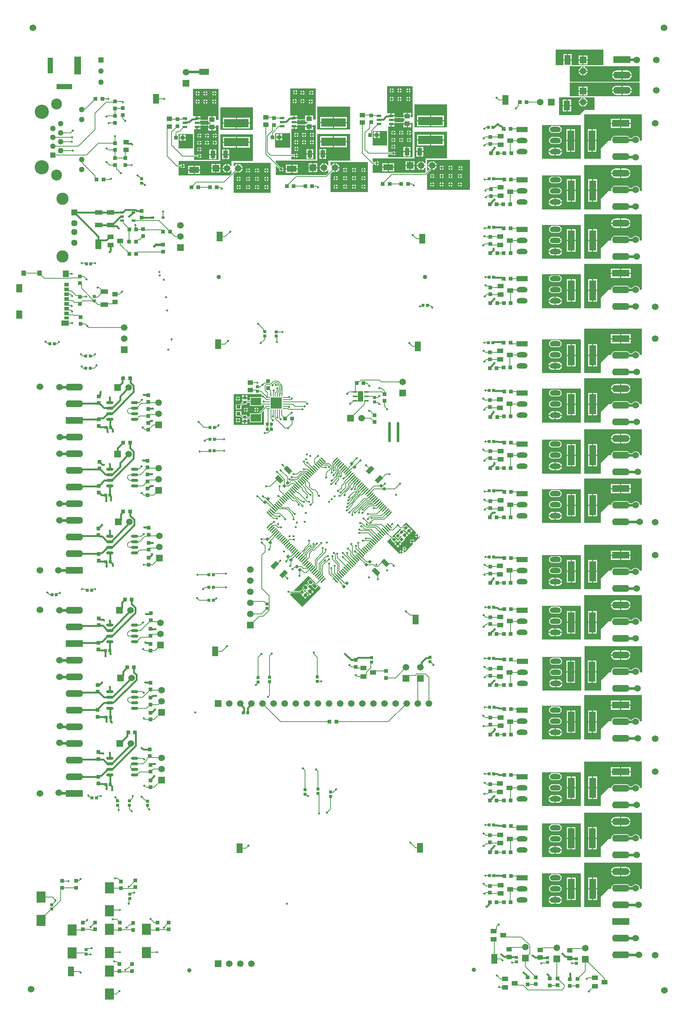
<source format=gbr>
%TF.GenerationSoftware,Altium Limited,Altium Designer,19.1.5 (86)*%
G04 Layer_Physical_Order=1*
G04 Layer_Color=255*
%FSLAX26Y26*%
%MOIN*%
%TF.FileFunction,Copper,L1,Top,Signal*%
%TF.Part,Single*%
G01*
G75*
%TA.AperFunction,NonConductor*%
%ADD10C,0.019685*%
%TA.AperFunction,SMDPad,CuDef*%
G04:AMPARAMS|DCode=11|XSize=66.929mil|YSize=41.339mil|CornerRadius=0mil|HoleSize=0mil|Usage=FLASHONLY|Rotation=225.000|XOffset=0mil|YOffset=0mil|HoleType=Round|Shape=Rectangle|*
%AMROTATEDRECTD11*
4,1,4,0.009048,0.038278,0.038278,0.009048,-0.009048,-0.038278,-0.038278,-0.009048,0.009048,0.038278,0.0*
%
%ADD11ROTATEDRECTD11*%

G04:AMPARAMS|DCode=12|XSize=66.929mil|YSize=41.339mil|CornerRadius=0mil|HoleSize=0mil|Usage=FLASHONLY|Rotation=135.000|XOffset=0mil|YOffset=0mil|HoleType=Round|Shape=Rectangle|*
%AMROTATEDRECTD12*
4,1,4,0.038278,-0.009048,0.009048,-0.038278,-0.038278,0.009048,-0.009048,0.038278,0.038278,-0.009048,0.0*
%
%ADD12ROTATEDRECTD12*%

%ADD13P,0.035634X4X360.0*%
%ADD14P,0.035634X4X270.0*%
%ADD15P,0.038974X4X360.0*%
G04:AMPARAMS|DCode=16|XSize=33.465mil|YSize=25.591mil|CornerRadius=0mil|HoleSize=0mil|Usage=FLASHONLY|Rotation=135.000|XOffset=0mil|YOffset=0mil|HoleType=Round|Shape=Rectangle|*
%AMROTATEDRECTD16*
4,1,4,0.020879,-0.002784,0.002784,-0.020879,-0.020879,0.002784,-0.002784,0.020879,0.020879,-0.002784,0.0*
%
%ADD16ROTATEDRECTD16*%

%ADD17R,0.094488X0.066929*%
%ADD18R,0.039370X0.023622*%
G04:AMPARAMS|DCode=19|XSize=21.654mil|YSize=31.496mil|CornerRadius=1.949mil|HoleSize=0mil|Usage=FLASHONLY|Rotation=90.000|XOffset=0mil|YOffset=0mil|HoleType=Round|Shape=RoundedRectangle|*
%AMROUNDEDRECTD19*
21,1,0.021654,0.027599,0,0,90.0*
21,1,0.017756,0.031496,0,0,90.0*
1,1,0.003898,0.013799,0.008878*
1,1,0.003898,0.013799,-0.008878*
1,1,0.003898,-0.013799,-0.008878*
1,1,0.003898,-0.013799,0.008878*
%
%ADD19ROUNDEDRECTD19*%
%ADD20R,0.039370X0.015748*%
%ADD21R,0.050394X0.094488*%
%ADD22O,0.064961X0.025591*%
%ADD23O,0.035433X0.009842*%
%ADD24O,0.009842X0.035433*%
%ADD25R,0.098425X0.098425*%
%ADD26R,0.055118X0.086614*%
%ADD27R,0.086614X0.055118*%
%TA.AperFunction,ConnectorPad*%
%ADD28R,0.053150X0.074803*%
%ADD29R,0.039370X0.047244*%
%ADD30R,0.053150X0.061024*%
%ADD31R,0.043307X0.033465*%
%ADD32R,0.043307X0.029528*%
%ADD33R,0.070866X0.046063*%
%TA.AperFunction,SMDPad,CuDef*%
%ADD34R,0.078740X0.098425*%
%ADD35R,0.035433X0.033465*%
%ADD36R,0.033465X0.035433*%
%ADD37R,0.051181X0.041339*%
%ADD38R,0.055118X0.039370*%
%ADD39R,0.222047X0.077953*%
%TA.AperFunction,ConnectorPad*%
%ADD40R,0.157480X0.062992*%
%ADD41O,0.157480X0.062992*%
%TA.AperFunction,SMDPad,CuDef*%
%ADD42R,0.157480X0.062992*%
%ADD43O,0.157480X0.062992*%
%ADD44R,0.059055X0.181102*%
%ADD45R,0.031496X0.023622*%
%ADD46R,0.025197X0.025197*%
%ADD47R,0.025197X0.025197*%
%ADD48R,0.041339X0.066929*%
%ADD49R,0.066929X0.041339*%
%TA.AperFunction,ConnectorPad*%
%ADD50R,0.078740X0.098425*%
%TA.AperFunction,SMDPad,CuDef*%
G04:AMPARAMS|DCode=51|XSize=11.811mil|YSize=61.024mil|CornerRadius=0mil|HoleSize=0mil|Usage=FLASHONLY|Rotation=45.000|XOffset=0mil|YOffset=0mil|HoleType=Round|Shape=Rectangle|*
%AMROTATEDRECTD51*
4,1,4,0.017399,-0.025751,-0.025751,0.017399,-0.017399,0.025751,0.025751,-0.017399,0.017399,-0.025751,0.0*
%
%ADD51ROTATEDRECTD51*%

G04:AMPARAMS|DCode=52|XSize=11.811mil|YSize=61.024mil|CornerRadius=0mil|HoleSize=0mil|Usage=FLASHONLY|Rotation=315.000|XOffset=0mil|YOffset=0mil|HoleType=Round|Shape=Rectangle|*
%AMROTATEDRECTD52*
4,1,4,-0.025751,-0.017399,0.017399,0.025751,0.025751,0.017399,-0.017399,-0.025751,-0.025751,-0.017399,0.0*
%
%ADD52ROTATEDRECTD52*%

%TA.AperFunction,Conductor*%
%ADD53C,0.006000*%
%ADD54C,0.015000*%
%ADD55C,0.022000*%
%TA.AperFunction,ComponentPad*%
%ADD56R,0.050000X0.050000*%
%ADD57C,0.050000*%
%ADD58R,0.059055X0.059055*%
%ADD59C,0.059055*%
%ADD60R,0.059055X0.059055*%
%ADD61R,0.100000X0.050000*%
%ADD62O,0.100000X0.050000*%
%ADD63C,0.110236*%
%ADD64C,0.057087*%
%ADD65R,0.057087X0.057087*%
%ADD66C,0.060000*%
%ADD67R,0.139764X0.051181*%
%ADD68R,0.051181X0.139764*%
%ADD69R,0.061024X0.161417*%
%ADD70R,0.051181X0.051181*%
%ADD71C,0.051181*%
%ADD72C,0.127953*%
%ADD73C,0.098425*%
%TA.AperFunction,ViaPad*%
%ADD74C,0.060000*%
%ADD75C,0.020000*%
%ADD76C,0.019685*%
G36*
X6305000Y9295000D02*
Y9160000D01*
X6017559D01*
Y9200000D01*
X5980000D01*
X5942441D01*
Y9160000D01*
X5875000D01*
Y9300000D01*
X6300000D01*
X6305000Y9295000D01*
D02*
G37*
G36*
X6630000Y9010000D02*
X6005000D01*
X6000000Y9015000D01*
Y9150000D01*
X6630000D01*
Y9010000D01*
D02*
G37*
G36*
X6629055Y8880000D02*
X5999055D01*
Y9000827D01*
X6629055D01*
Y8880000D01*
D02*
G37*
G36*
X6225000Y8755000D02*
X6135000D01*
X6090000Y8710000D01*
X5905000D01*
Y8870000D01*
X6225000D01*
Y8755000D01*
D02*
G37*
G36*
X4585000Y8968779D02*
Y8690000D01*
X4570591D01*
Y8694449D01*
X4535000D01*
X4499409D01*
Y8690000D01*
X4471823D01*
X4471715Y8690072D01*
X4465472Y8691314D01*
X4459230Y8690072D01*
X4459122Y8690000D01*
X4431823D01*
X4431715Y8690072D01*
X4425472Y8691314D01*
X4423156Y8690853D01*
X4419291Y8694025D01*
Y8697402D01*
X4389606D01*
Y8702402D01*
X4384606D01*
Y8724212D01*
X4359921D01*
Y8724213D01*
X4355000Y8724402D01*
Y8968780D01*
X4585000Y8968779D01*
D02*
G37*
G36*
X4470448Y8683702D02*
X4471056Y8683823D01*
X4471823Y8683506D01*
X4499409D01*
X4503409Y8680833D01*
Y8672780D01*
X4510472D01*
Y8657220D01*
X4503409D01*
Y8649167D01*
X4499409Y8646494D01*
X4491823D01*
X4491056Y8646177D01*
X4490448Y8646298D01*
X4485472Y8645308D01*
X4480497Y8646298D01*
X4479888Y8646177D01*
X4479122Y8646494D01*
X4451823D01*
X4451056Y8646177D01*
X4450448Y8646298D01*
X4445472Y8645308D01*
X4440497Y8646298D01*
X4439888Y8646177D01*
X4439122Y8646494D01*
X4419291D01*
Y8660000D01*
X4389606D01*
Y8670000D01*
X4419291D01*
Y8680406D01*
X4419818Y8681418D01*
X4423793Y8684390D01*
X4424060Y8684532D01*
X4424291Y8684510D01*
X4424423Y8684483D01*
X4425472Y8684692D01*
X4430448Y8683702D01*
X4431056Y8683823D01*
X4431823Y8683506D01*
X4459122D01*
X4459889Y8683823D01*
X4460497Y8683702D01*
X4465472Y8684692D01*
X4470448Y8683702D01*
D02*
G37*
G36*
X3710000Y8950000D02*
Y8670000D01*
X3685590D01*
Y8705118D01*
X3655000D01*
Y8674449D01*
X3645000D01*
Y8705118D01*
X3614410D01*
Y8670000D01*
X3596350D01*
X3596243Y8670072D01*
X3590000Y8671314D01*
X3583757Y8670072D01*
X3583650Y8670000D01*
X3556350D01*
X3556243Y8670072D01*
X3550000Y8671314D01*
X3547684Y8670853D01*
X3543819Y8674025D01*
Y8677402D01*
X3514134D01*
Y8682402D01*
X3509134D01*
Y8704212D01*
X3484449D01*
Y8704213D01*
X3480000Y8705543D01*
Y8950000D01*
X3710000Y8950000D01*
D02*
G37*
G36*
X2835000Y8945000D02*
Y8665000D01*
X2810590D01*
Y8700118D01*
X2780000D01*
Y8669449D01*
X2770000D01*
Y8700118D01*
X2739410D01*
Y8665000D01*
X2721350D01*
X2721243Y8665072D01*
X2715000Y8666314D01*
X2708757Y8665072D01*
X2708650Y8665000D01*
X2681350D01*
X2681243Y8665072D01*
X2675000Y8666314D01*
X2672684Y8665853D01*
X2668819Y8669025D01*
Y8672402D01*
X2639134D01*
Y8677402D01*
X2634134D01*
Y8699212D01*
X2609449D01*
Y8699213D01*
X2605000Y8700543D01*
Y8945000D01*
X2835000Y8945000D01*
D02*
G37*
G36*
X3594976Y8663702D02*
X3595584Y8663823D01*
X3596350Y8663506D01*
X3614409D01*
X3618410Y8660833D01*
Y8647780D01*
X3635000D01*
Y8632220D01*
X3618410D01*
Y8626823D01*
X3616572Y8625689D01*
X3613409Y8624343D01*
X3612004Y8624622D01*
X3611844Y8624671D01*
X3611267Y8625056D01*
X3605024Y8626298D01*
X3604416Y8626177D01*
X3603650Y8626494D01*
X3576350D01*
X3575584Y8626177D01*
X3574976Y8626298D01*
X3570000Y8625308D01*
X3565024Y8626298D01*
X3564416Y8626177D01*
X3563650Y8626494D01*
X3543819D01*
Y8640000D01*
X3514134D01*
Y8650000D01*
X3543819D01*
Y8660406D01*
X3544346Y8661418D01*
X3548321Y8664390D01*
X3548587Y8664532D01*
X3548819Y8664510D01*
X3548951Y8664483D01*
X3550000Y8664692D01*
X3554976Y8663702D01*
X3555584Y8663823D01*
X3556350Y8663506D01*
X3583650D01*
X3584416Y8663823D01*
X3585024Y8663702D01*
X3590000Y8664692D01*
X3594976Y8663702D01*
D02*
G37*
G36*
X2719976Y8658702D02*
X2720584Y8658823D01*
X2721350Y8658506D01*
X2739409D01*
X2743410Y8655833D01*
Y8642780D01*
X2760000D01*
Y8627220D01*
X2743410D01*
Y8621823D01*
X2741572Y8620689D01*
X2738409Y8619343D01*
X2737004Y8619622D01*
X2736844Y8619671D01*
X2736267Y8620056D01*
X2730024Y8621298D01*
X2729416Y8621177D01*
X2728650Y8621494D01*
X2701350D01*
X2700584Y8621177D01*
X2699976Y8621298D01*
X2695000Y8620308D01*
X2690024Y8621298D01*
X2689416Y8621177D01*
X2688650Y8621494D01*
X2668819D01*
Y8635000D01*
X2639134D01*
Y8645000D01*
X2668819D01*
Y8655406D01*
X2669346Y8656418D01*
X2673321Y8659390D01*
X2673587Y8659532D01*
X2673819Y8659510D01*
X2673951Y8659483D01*
X2675000Y8659692D01*
X2679976Y8658702D01*
X2680584Y8658823D01*
X2681350Y8658506D01*
X2708650D01*
X2709416Y8658823D01*
X2710024Y8658702D01*
X2715000Y8659692D01*
X2719976Y8658702D01*
D02*
G37*
G36*
X4585000Y8328780D02*
X4365000D01*
Y8333780D01*
Y8355824D01*
X4392078D01*
X4395581Y8350581D01*
X4402196Y8346160D01*
X4405000Y8345603D01*
Y8365000D01*
Y8384397D01*
X4402196Y8383840D01*
X4395581Y8379419D01*
X4392078Y8374176D01*
X4365000D01*
X4365000Y8605787D01*
X4384606D01*
Y8627599D01*
X4389606D01*
Y8632599D01*
X4419291D01*
Y8640000D01*
X4439122D01*
X4439230Y8639928D01*
X4445472Y8638686D01*
X4451715Y8639928D01*
X4451823Y8640000D01*
X4479122D01*
X4479230Y8639928D01*
X4485472Y8638686D01*
X4491715Y8639928D01*
X4491823Y8640000D01*
X4499409D01*
Y8635551D01*
X4535000D01*
X4570591D01*
Y8640000D01*
X4585000D01*
X4585000Y8328780D01*
D02*
G37*
G36*
X3710000Y8310000D02*
X3490000D01*
Y8335824D01*
X3512078D01*
X3515581Y8330581D01*
X3522196Y8326160D01*
X3525000Y8325603D01*
Y8345000D01*
Y8364397D01*
X3522196Y8363840D01*
X3515581Y8359419D01*
X3512078Y8354176D01*
X3490000D01*
X3490000Y8585787D01*
X3509134D01*
Y8607599D01*
X3514134D01*
Y8612599D01*
X3543819D01*
Y8620000D01*
X3563650D01*
X3563757Y8619928D01*
X3570000Y8618686D01*
X3576243Y8619928D01*
X3576350Y8620000D01*
X3603650D01*
X3603757Y8619928D01*
X3610000Y8618686D01*
X3610544Y8618795D01*
X3614410Y8615623D01*
Y8610551D01*
X3650000D01*
X3685590D01*
Y8620000D01*
X3710000D01*
X3710000Y8310000D01*
D02*
G37*
G36*
X2835000Y8305000D02*
X2615000D01*
Y8330824D01*
X2642078D01*
X2645581Y8325581D01*
X2652196Y8321160D01*
X2655000Y8320603D01*
Y8340000D01*
Y8359397D01*
X2652196Y8358840D01*
X2645581Y8354419D01*
X2642078Y8349176D01*
X2615000D01*
X2615000Y8580787D01*
X2634134D01*
Y8602599D01*
X2639134D01*
Y8607599D01*
X2668819D01*
Y8615000D01*
X2688650D01*
X2688757Y8614928D01*
X2695000Y8613686D01*
X2701243Y8614928D01*
X2701350Y8615000D01*
X2728650D01*
X2728757Y8614928D01*
X2735000Y8613686D01*
X2735544Y8613795D01*
X2739410Y8610623D01*
Y8605551D01*
X2775000D01*
X2810590D01*
Y8615000D01*
X2835000D01*
X2835000Y8305000D01*
D02*
G37*
G36*
X4895000Y8598780D02*
X4600000D01*
Y8803780D01*
X4895000D01*
Y8598780D01*
D02*
G37*
G36*
X4020000Y8580000D02*
X3725000D01*
Y8785000D01*
X4020000D01*
Y8580000D01*
D02*
G37*
G36*
X3145000Y8575000D02*
X2850000D01*
Y8780000D01*
X3145000D01*
Y8575000D01*
D02*
G37*
G36*
X6650000Y8480000D02*
X6634444D01*
X6631147Y8483759D01*
X6631311Y8485000D01*
X6630073Y8494398D01*
X6626446Y8503155D01*
X6620676Y8510675D01*
X6613155Y8516446D01*
X6604398Y8520073D01*
X6595000Y8521311D01*
X6585602Y8520073D01*
X6576845Y8516446D01*
X6569324Y8510675D01*
X6563554Y8503155D01*
X6563213Y8502333D01*
X6540650D01*
X6539997Y8503910D01*
X6533987Y8511743D01*
X6526154Y8517753D01*
X6517033Y8521531D01*
X6507244Y8522820D01*
X6412756D01*
X6402967Y8521531D01*
X6393846Y8517753D01*
X6386013Y8511743D01*
X6380003Y8503910D01*
X6376225Y8494788D01*
X6374936Y8485000D01*
X6375100Y8483759D01*
X6371803Y8480000D01*
X6350000D01*
X6280000Y8410000D01*
Y8315000D01*
X6130000D01*
Y8715000D01*
X6650000D01*
Y8480000D01*
D02*
G37*
G36*
X4355000Y8433780D02*
X4225000Y8433779D01*
X4225000Y8563779D01*
X4355000Y8563779D01*
X4355000Y8433780D01*
D02*
G37*
G36*
X3480000Y8415000D02*
X3345000Y8415000D01*
X3345000Y8545000D01*
X3480000Y8545000D01*
X3480000Y8415000D01*
D02*
G37*
G36*
X2605000Y8410000D02*
X2475000Y8410000D01*
X2475000Y8540000D01*
X2605000Y8540000D01*
X2605000Y8410000D01*
D02*
G37*
G36*
X6100000Y8315000D02*
X5750000D01*
X5750000Y8620000D01*
X6100000D01*
X6100000Y8315000D01*
D02*
G37*
G36*
X4895000Y8318780D02*
X4700000D01*
Y8273567D01*
X4695000Y8272572D01*
X4694527Y8273714D01*
X4688191Y8281971D01*
X4679934Y8288307D01*
X4670319Y8292290D01*
X4665000Y8292990D01*
Y8253780D01*
Y8214569D01*
X4670319Y8215269D01*
X4679934Y8219252D01*
X4688191Y8225588D01*
X4694527Y8233845D01*
X4695000Y8234987D01*
X4700000Y8233992D01*
Y8188779D01*
X4225000D01*
Y8265824D01*
X4242078D01*
X4245581Y8260581D01*
X4252196Y8256160D01*
X4255000Y8255603D01*
Y8275000D01*
Y8294397D01*
X4252196Y8293840D01*
X4245581Y8289419D01*
X4242078Y8284176D01*
X4225000D01*
Y8318779D01*
X4515000D01*
X4700000Y8318780D01*
X4601533D01*
X4599619Y8323399D01*
X4600000Y8323780D01*
Y8558780D01*
X4895000D01*
Y8318780D01*
D02*
G37*
G36*
X4020000Y8300000D02*
X3825000D01*
Y8254788D01*
X3820000Y8253793D01*
X3819527Y8254934D01*
X3813191Y8263191D01*
X3804934Y8269527D01*
X3795319Y8273510D01*
X3790000Y8274210D01*
Y8235000D01*
Y8195790D01*
X3795319Y8196490D01*
X3804934Y8200473D01*
X3813191Y8206809D01*
X3819527Y8215066D01*
X3820000Y8216207D01*
X3825000Y8215212D01*
Y8187977D01*
X3807023Y8170000D01*
X3350000D01*
Y8250490D01*
X3354619Y8252403D01*
X3380838Y8226184D01*
X3380603Y8225000D01*
X3395000D01*
Y8239397D01*
X3393816Y8239162D01*
X3350000Y8282977D01*
Y8300000D01*
X3640000D01*
X3825000Y8300000D01*
X3726533D01*
X3724619Y8304619D01*
X3725000Y8305000D01*
Y8540000D01*
X4020000D01*
Y8300000D01*
D02*
G37*
G36*
X3145000Y8295000D02*
X2950000D01*
Y8249788D01*
X2945000Y8248793D01*
X2944527Y8249934D01*
X2938191Y8258191D01*
X2929934Y8264527D01*
X2920319Y8268510D01*
X2915000Y8269210D01*
Y8230000D01*
Y8190790D01*
X2920319Y8191490D01*
X2929934Y8195473D01*
X2938191Y8201809D01*
X2944527Y8210066D01*
X2945000Y8211207D01*
X2950000Y8210212D01*
Y8182977D01*
X2932023Y8165000D01*
X2475000D01*
Y8240824D01*
X2492078D01*
X2495581Y8235581D01*
X2502196Y8231160D01*
X2505000Y8230603D01*
Y8250000D01*
Y8269397D01*
X2502196Y8268840D01*
X2495581Y8264419D01*
X2492078Y8259176D01*
X2475000D01*
Y8295000D01*
X2765000D01*
X2950000Y8295000D01*
X2851533D01*
X2849619Y8299619D01*
X2850000Y8300000D01*
Y8535000D01*
X3145000D01*
Y8295000D01*
D02*
G37*
G36*
X5100000Y8035000D02*
X4715000D01*
Y8177023D01*
X4752832Y8214855D01*
X4755000Y8214569D01*
Y8248780D01*
X4720790D01*
X4721490Y8243461D01*
X4725473Y8233845D01*
X4731809Y8225588D01*
X4732083Y8225377D01*
X4732411Y8220388D01*
X4719619Y8207597D01*
X4715000Y8209510D01*
Y8305000D01*
X5100000D01*
Y8035000D01*
D02*
G37*
G36*
X4180000Y8015000D02*
X3845000D01*
Y8182023D01*
X3864151Y8201174D01*
X3865066Y8200473D01*
X3874681Y8196490D01*
X3880000Y8195790D01*
Y8235000D01*
Y8274210D01*
X3874681Y8273510D01*
X3865066Y8269527D01*
X3856809Y8263191D01*
X3850473Y8254934D01*
X3850000Y8253793D01*
X3845000Y8254788D01*
Y8285000D01*
X4180000D01*
Y8015000D01*
D02*
G37*
G36*
X3305000Y8010000D02*
X2970000D01*
Y8177023D01*
X2989151Y8196174D01*
X2990066Y8195473D01*
X2999681Y8191490D01*
X3005000Y8190790D01*
Y8230000D01*
Y8269210D01*
X2999681Y8268510D01*
X2990066Y8264527D01*
X2981809Y8258191D01*
X2975473Y8249934D01*
X2975000Y8248793D01*
X2970000Y8249788D01*
Y8280000D01*
X3305000D01*
Y8010000D01*
D02*
G37*
G36*
X6650000Y8025000D02*
X6635037D01*
X6630652Y8030000D01*
X6631311Y8035000D01*
X6630073Y8044398D01*
X6626446Y8053155D01*
X6620676Y8060676D01*
X6613155Y8066446D01*
X6604398Y8070073D01*
X6595000Y8071311D01*
X6585602Y8070073D01*
X6576845Y8066446D01*
X6569324Y8060676D01*
X6563554Y8053155D01*
X6563213Y8052333D01*
X6540650D01*
X6539997Y8053910D01*
X6533987Y8061743D01*
X6526154Y8067753D01*
X6517033Y8071531D01*
X6507244Y8072820D01*
X6412756D01*
X6402967Y8071531D01*
X6393846Y8067753D01*
X6386013Y8061743D01*
X6380003Y8053910D01*
X6376225Y8044788D01*
X6374936Y8035000D01*
X6375595Y8030000D01*
X6371210Y8025000D01*
X6350000D01*
X6280000Y7955000D01*
Y7860000D01*
X6130000D01*
Y8260000D01*
X6650000D01*
Y8025000D01*
D02*
G37*
G36*
X6100000Y7860000D02*
X5750000D01*
X5750000Y8165000D01*
X6100000D01*
X6100000Y7860000D01*
D02*
G37*
G36*
X6650000Y7580000D02*
X6634444D01*
X6631147Y7583759D01*
X6631311Y7585000D01*
X6630073Y7594398D01*
X6626446Y7603155D01*
X6620676Y7610676D01*
X6613155Y7616446D01*
X6604398Y7620073D01*
X6595000Y7621311D01*
X6585602Y7620073D01*
X6576845Y7616446D01*
X6569324Y7610676D01*
X6563554Y7603155D01*
X6563213Y7602333D01*
X6540650D01*
X6539997Y7603910D01*
X6533987Y7611743D01*
X6526154Y7617753D01*
X6517033Y7621531D01*
X6507244Y7622820D01*
X6412756D01*
X6402967Y7621531D01*
X6393846Y7617753D01*
X6386013Y7611743D01*
X6380003Y7603910D01*
X6376225Y7594788D01*
X6374936Y7585000D01*
X6375100Y7583759D01*
X6371803Y7580000D01*
X6350000D01*
X6280000Y7510000D01*
Y7415000D01*
X6130000D01*
Y7815000D01*
X6650000D01*
Y7580000D01*
D02*
G37*
G36*
X6100000Y7415000D02*
X5750000D01*
X5750000Y7720000D01*
X6100000D01*
X6100000Y7415000D01*
D02*
G37*
G36*
X6650000Y7135000D02*
X6631311D01*
X6630073Y7144398D01*
X6626446Y7153155D01*
X6620676Y7160676D01*
X6613155Y7166446D01*
X6604398Y7170073D01*
X6595000Y7171311D01*
X6585602Y7170073D01*
X6576845Y7166446D01*
X6569324Y7160676D01*
X6563554Y7153155D01*
X6563213Y7152333D01*
X6540650D01*
X6539997Y7153910D01*
X6533987Y7161743D01*
X6526154Y7167753D01*
X6517033Y7171531D01*
X6507244Y7172820D01*
X6412756D01*
X6402967Y7171531D01*
X6393846Y7167753D01*
X6386013Y7161743D01*
X6380003Y7153910D01*
X6376225Y7144788D01*
X6374936Y7135000D01*
X6350000D01*
X6280000Y7065000D01*
Y6970000D01*
X6130000D01*
Y7370000D01*
X6650000D01*
Y7135000D01*
D02*
G37*
G36*
X6100000Y6970000D02*
X5750000D01*
X5750000Y7275000D01*
X6100000D01*
X6100000Y6970000D01*
D02*
G37*
G36*
X6650000Y6550000D02*
X6630652D01*
X6630073Y6554398D01*
X6626446Y6563155D01*
X6620676Y6570676D01*
X6613155Y6576446D01*
X6604398Y6580073D01*
X6595000Y6581311D01*
X6585602Y6580073D01*
X6576845Y6576446D01*
X6569324Y6570676D01*
X6563554Y6563155D01*
X6563213Y6562333D01*
X6540650D01*
X6539997Y6563910D01*
X6533987Y6571743D01*
X6526154Y6577753D01*
X6517033Y6581531D01*
X6507244Y6582820D01*
X6412756D01*
X6402967Y6581531D01*
X6393846Y6577753D01*
X6386013Y6571743D01*
X6380003Y6563910D01*
X6376225Y6554788D01*
X6375595Y6550000D01*
X6350000D01*
X6280000Y6480000D01*
Y6385000D01*
X6130000D01*
Y6785000D01*
X6650000D01*
Y6550000D01*
D02*
G37*
G36*
X6100000Y6385000D02*
X5750000D01*
X5750000Y6690000D01*
X6100000D01*
X6100000Y6385000D01*
D02*
G37*
G36*
X3223913Y6191087D02*
X3223465Y6186535D01*
X3219928Y6181243D01*
X3218686Y6175000D01*
X3219224Y6172299D01*
X3215347Y6167299D01*
X3116756D01*
Y6137011D01*
X3096752D01*
X3092598Y6139055D01*
Y6156654D01*
X3047402D01*
Y6139055D01*
X3051402D01*
Y6121467D01*
X3047764D01*
X3044252Y6120769D01*
X3041275Y6118780D01*
X3025739Y6103244D01*
X2991284D01*
Y6057779D01*
X3038716D01*
Y6090267D01*
X3051565Y6103115D01*
X3060401D01*
X3061288Y6103291D01*
X3088598D01*
Y6118658D01*
X3116756D01*
Y6088370D01*
X3223244D01*
Y6096139D01*
X3245000D01*
Y6076405D01*
X3207756Y6039160D01*
X3205766Y6036184D01*
X3205068Y6032672D01*
Y6021630D01*
X3116756D01*
Y5991342D01*
X3088598D01*
Y6008598D01*
X3051402D01*
Y6004119D01*
X3046402Y6002048D01*
X3038716Y6009733D01*
Y6042221D01*
X2991284D01*
Y5996756D01*
X3025739D01*
X3038984Y5983511D01*
X3041961Y5981522D01*
X3045472Y5980824D01*
X3051402D01*
Y5972835D01*
X3047402D01*
Y5955236D01*
X3070000D01*
X3092598D01*
Y5972834D01*
X3097535Y5972989D01*
X3116756D01*
Y5942701D01*
X3223244D01*
Y6011744D01*
X3223420Y6012630D01*
Y6028871D01*
X3240381Y6045831D01*
X3245000Y6043918D01*
Y5920000D01*
X2970000D01*
Y6195000D01*
X3220000D01*
X3223913Y6191087D01*
D02*
G37*
G36*
X6650000Y6105000D02*
X6629824D01*
X6626446Y6113155D01*
X6620676Y6120676D01*
X6613155Y6126446D01*
X6604398Y6130073D01*
X6595000Y6131311D01*
X6585602Y6130073D01*
X6576845Y6126446D01*
X6569324Y6120676D01*
X6563554Y6113155D01*
X6563213Y6112333D01*
X6540650D01*
X6539997Y6113910D01*
X6533987Y6121743D01*
X6526154Y6127753D01*
X6517033Y6131531D01*
X6507244Y6132820D01*
X6412756D01*
X6402967Y6131531D01*
X6393846Y6127753D01*
X6386013Y6121743D01*
X6380003Y6113910D01*
X6376313Y6105000D01*
X6350000D01*
X6280000Y6035000D01*
Y5940000D01*
X6130000D01*
Y6340000D01*
X6650000D01*
Y6105000D01*
D02*
G37*
G36*
X6100000Y5940000D02*
X5750000D01*
X5750000Y6245000D01*
X6100000D01*
X6100000Y5940000D01*
D02*
G37*
G36*
X6650000Y5645000D02*
X6631311D01*
X6630073Y5654398D01*
X6626446Y5663155D01*
X6620676Y5670676D01*
X6613155Y5676446D01*
X6604398Y5680073D01*
X6595000Y5681311D01*
X6585602Y5680073D01*
X6576845Y5676446D01*
X6569324Y5670676D01*
X6563554Y5663155D01*
X6563213Y5662333D01*
X6540650D01*
X6539997Y5663910D01*
X6533987Y5671743D01*
X6526154Y5677753D01*
X6517033Y5681531D01*
X6507244Y5682820D01*
X6412756D01*
X6402967Y5681531D01*
X6393846Y5677753D01*
X6386013Y5671743D01*
X6380003Y5663910D01*
X6376225Y5654788D01*
X6374936Y5645000D01*
X6350000D01*
X6280000Y5575000D01*
Y5480000D01*
X6130000D01*
Y5880000D01*
X6650000D01*
Y5645000D01*
D02*
G37*
G36*
X6100000Y5480000D02*
X5750000D01*
X5750000Y5785000D01*
X6100000D01*
X6100000Y5480000D01*
D02*
G37*
G36*
X6650000Y5200000D02*
X6630652D01*
X6630073Y5204398D01*
X6626446Y5213155D01*
X6620676Y5220676D01*
X6613155Y5226446D01*
X6604398Y5230073D01*
X6595000Y5231311D01*
X6585602Y5230073D01*
X6576845Y5226446D01*
X6569324Y5220676D01*
X6563554Y5213155D01*
X6563213Y5212333D01*
X6540650D01*
X6539997Y5213910D01*
X6533987Y5221743D01*
X6526154Y5227753D01*
X6517033Y5231531D01*
X6507244Y5232820D01*
X6412756D01*
X6402967Y5231531D01*
X6393846Y5227753D01*
X6386013Y5221743D01*
X6380003Y5213910D01*
X6376225Y5204788D01*
X6375595Y5200000D01*
X6350000D01*
X6280000Y5130000D01*
Y5035000D01*
X6130000D01*
Y5435000D01*
X6650000D01*
Y5200000D01*
D02*
G37*
G36*
X6100000Y5035000D02*
X5750000D01*
X5750000Y5340000D01*
X6100000D01*
X6100000Y5035000D01*
D02*
G37*
G36*
X4616152Y4948342D02*
X4615030Y4942392D01*
X4610581Y4939419D01*
X4606160Y4932804D01*
X4605603Y4930000D01*
X4625000D01*
Y4925000D01*
X4630000D01*
Y4905603D01*
X4632804Y4906160D01*
X4639419Y4910581D01*
X4642392Y4915030D01*
X4648342Y4916152D01*
X4652247Y4912247D01*
X4604370Y4864370D01*
X4603191Y4865000D01*
X4585000D01*
Y4846809D01*
X4585630Y4845630D01*
X4510127Y4770127D01*
X4504983Y4772054D01*
X4503840Y4777804D01*
X4499419Y4784419D01*
X4492804Y4788840D01*
X4490000Y4789397D01*
Y4770000D01*
X4485000D01*
Y4765000D01*
X4465603D01*
X4466160Y4762196D01*
X4469771Y4756793D01*
X4465887Y4753605D01*
X4352247Y4867246D01*
X4384464Y4899463D01*
X4393180Y4890748D01*
X4387178Y4884746D01*
X4415150Y4856774D01*
X4443123Y4884746D01*
X4415150Y4912718D01*
X4406157Y4903725D01*
X4397442Y4912441D01*
X4468968Y4983967D01*
X4471941Y4983376D01*
X4480786D01*
X4481463Y4978376D01*
X4455639Y4952552D01*
X4462302Y4945890D01*
X4456939Y4940527D01*
X4449949Y4947517D01*
X4421976Y4919545D01*
X4449949Y4891572D01*
X4476349Y4917973D01*
X4482270Y4918010D01*
X4484812Y4915468D01*
X4484747Y4912718D01*
X4483746Y4911717D01*
X4456775Y4884746D01*
X4484747Y4856774D01*
X4512720Y4884746D01*
X4509941Y4887524D01*
X4510059Y4892476D01*
X4511060Y4893477D01*
X4522502Y4904920D01*
X4506523Y4920899D01*
X4510058Y4924435D01*
X4506523Y4927970D01*
X4522502Y4943950D01*
X4510059Y4956394D01*
X4507230Y4953565D01*
X4501581Y4959214D01*
X4515279Y4972912D01*
X4520928Y4967263D01*
X4518100Y4964435D01*
X4530543Y4951991D01*
X4546523Y4967970D01*
X4562502Y4983950D01*
X4550059Y4996394D01*
X4547230Y4993565D01*
X4521941Y5018854D01*
X4504815Y5001728D01*
X4493262D01*
X4491349Y5006348D01*
X4524747Y5039746D01*
X4616152Y4948342D01*
D02*
G37*
G36*
X6650000Y4605000D02*
X6628800D01*
X6625422Y4613155D01*
X6619652Y4620676D01*
X6612132Y4626446D01*
X6603374Y4630073D01*
X6593976Y4631311D01*
X6584578Y4630073D01*
X6575821Y4626446D01*
X6568301Y4620676D01*
X6562530Y4613155D01*
X6562190Y4612333D01*
X6539626D01*
X6538973Y4613910D01*
X6532963Y4621743D01*
X6525130Y4627753D01*
X6516009Y4631531D01*
X6506221Y4632820D01*
X6411732D01*
X6401944Y4631531D01*
X6392823Y4627753D01*
X6384990Y4621743D01*
X6378980Y4613910D01*
X6375289Y4605000D01*
X6350000D01*
X6280000Y4535000D01*
Y4440000D01*
X6130000D01*
Y4840000D01*
X6650000D01*
Y4605000D01*
D02*
G37*
G36*
X3711058Y4493942D02*
X3704815Y4487700D01*
X3698974Y4493540D01*
X3672394Y4466960D01*
X3704542Y4434811D01*
X3731123Y4461392D01*
X3717792Y4474722D01*
X3724035Y4480965D01*
X3757500Y4447500D01*
X3590000Y4280000D01*
X3477500Y4392500D01*
X3488629Y4403630D01*
X3570068D01*
X3586181Y4387517D01*
X3583352Y4384689D01*
X3595796Y4372245D01*
X3611776Y4388224D01*
X3627755Y4404204D01*
X3615311Y4416648D01*
X3612483Y4413819D01*
X3600849Y4425454D01*
X3611440Y4436045D01*
X3620096Y4427390D01*
X3621026Y4426460D01*
X3621386Y4421609D01*
X3620803Y4421026D01*
X3636170Y4405659D01*
X3652288Y4421777D01*
X3668407Y4437896D01*
X3653040Y4453263D01*
X3652457Y4452680D01*
X3647606Y4453040D01*
X3646676Y4453970D01*
X3638021Y4462626D01*
X3657374Y4481979D01*
X3666960Y4472394D01*
X3693540Y4498974D01*
X3661392Y4531123D01*
X3634811Y4504542D01*
X3644397Y4494957D01*
X3625043Y4475603D01*
X3615458Y4485189D01*
X3588877Y4458608D01*
X3598463Y4449023D01*
X3587871Y4438431D01*
X3587194Y4439108D01*
X3570068Y4421982D01*
X3513515D01*
X3511602Y4426602D01*
X3645000Y4560000D01*
X3711058Y4493942D01*
D02*
G37*
G36*
X6100000Y4440000D02*
X5750000D01*
X5750000Y4745000D01*
X6100000D01*
X6100000Y4440000D01*
D02*
G37*
G36*
X6650000Y4150000D02*
X6629629D01*
X6629050Y4154398D01*
X6625422Y4163155D01*
X6619652Y4170676D01*
X6612132Y4176446D01*
X6603374Y4180073D01*
X6593976Y4181311D01*
X6584578Y4180073D01*
X6575821Y4176446D01*
X6568301Y4170676D01*
X6562530Y4163155D01*
X6562190Y4162333D01*
X6539626D01*
X6538973Y4163910D01*
X6532963Y4171743D01*
X6525130Y4177753D01*
X6516009Y4181531D01*
X6506221Y4182820D01*
X6411732D01*
X6401944Y4181531D01*
X6392823Y4177753D01*
X6384990Y4171743D01*
X6378980Y4163910D01*
X6375201Y4154788D01*
X6374571Y4150000D01*
X6350000D01*
X6280000Y4080000D01*
Y3985000D01*
X6130000D01*
Y4385000D01*
X6650000D01*
Y4150000D01*
D02*
G37*
G36*
X6100000Y3985000D02*
X5750000D01*
X5750000Y4290000D01*
X6100000D01*
X6100000Y3985000D01*
D02*
G37*
G36*
X6655000Y3690000D02*
X6633420D01*
X6630124Y3693759D01*
X6630287Y3695000D01*
X6629050Y3704398D01*
X6625422Y3713155D01*
X6619652Y3720675D01*
X6612132Y3726446D01*
X6603374Y3730073D01*
X6593976Y3731311D01*
X6584578Y3730073D01*
X6575821Y3726446D01*
X6568301Y3720675D01*
X6562530Y3713155D01*
X6562190Y3712333D01*
X6539626D01*
X6538973Y3713910D01*
X6532963Y3721742D01*
X6525130Y3727753D01*
X6516009Y3731531D01*
X6506221Y3732820D01*
X6411732D01*
X6401944Y3731531D01*
X6392823Y3727753D01*
X6384990Y3721742D01*
X6378980Y3713910D01*
X6375201Y3704788D01*
X6373913Y3695000D01*
X6374076Y3693759D01*
X6370779Y3690000D01*
X6355000D01*
X6285000Y3620000D01*
Y3525000D01*
X6135000D01*
Y3925000D01*
X6655000D01*
Y3690000D01*
D02*
G37*
G36*
X6105000Y3525000D02*
X5755000D01*
X5755000Y3830000D01*
X6105000D01*
X6105000Y3525000D01*
D02*
G37*
G36*
X6650000Y3250000D02*
X6629629D01*
X6629050Y3254398D01*
X6625422Y3263155D01*
X6619652Y3270675D01*
X6612132Y3276446D01*
X6603374Y3280073D01*
X6593976Y3281311D01*
X6584578Y3280073D01*
X6575821Y3276446D01*
X6568301Y3270675D01*
X6562530Y3263155D01*
X6562190Y3262333D01*
X6539626D01*
X6538973Y3263910D01*
X6532963Y3271742D01*
X6525130Y3277753D01*
X6516009Y3281531D01*
X6506221Y3282820D01*
X6411732D01*
X6401944Y3281531D01*
X6392823Y3277753D01*
X6384990Y3271742D01*
X6378980Y3263910D01*
X6375201Y3254788D01*
X6374571Y3250000D01*
X6350000D01*
X6280000Y3180000D01*
Y3085000D01*
X6130000D01*
Y3485000D01*
X6650000D01*
Y3250000D01*
D02*
G37*
G36*
X6100000Y3085000D02*
X5750000D01*
X5750000Y3390000D01*
X6100000D01*
X6100000Y3085000D01*
D02*
G37*
G36*
X6650000Y2650000D02*
X6630652D01*
X6630073Y2654398D01*
X6626446Y2663155D01*
X6620676Y2670675D01*
X6613155Y2676446D01*
X6604398Y2680073D01*
X6595000Y2681311D01*
X6585602Y2680073D01*
X6576845Y2676446D01*
X6569324Y2670675D01*
X6563554Y2663155D01*
X6563213Y2662333D01*
X6540650D01*
X6539997Y2663910D01*
X6533987Y2671742D01*
X6526154Y2677753D01*
X6517033Y2681531D01*
X6507244Y2682820D01*
X6412756D01*
X6402967Y2681531D01*
X6393846Y2677753D01*
X6386013Y2671742D01*
X6380003Y2663910D01*
X6376225Y2654788D01*
X6375595Y2650000D01*
X6350000D01*
X6280000Y2580000D01*
Y2485000D01*
X6130000D01*
Y2885000D01*
X6650000D01*
Y2650000D01*
D02*
G37*
G36*
X6100000Y2485000D02*
X5750000D01*
X5750000Y2790000D01*
X6100000D01*
X6100000Y2485000D01*
D02*
G37*
G36*
X6650000Y2190000D02*
X6634444D01*
X6631147Y2193759D01*
X6631311Y2195000D01*
X6630073Y2204398D01*
X6626446Y2213155D01*
X6620676Y2220675D01*
X6613155Y2226446D01*
X6604398Y2230073D01*
X6595000Y2231311D01*
X6585602Y2230073D01*
X6576845Y2226446D01*
X6569324Y2220675D01*
X6563554Y2213155D01*
X6563213Y2212333D01*
X6540650D01*
X6539997Y2213910D01*
X6533987Y2221742D01*
X6526154Y2227753D01*
X6517033Y2231531D01*
X6507244Y2232820D01*
X6412756D01*
X6402967Y2231531D01*
X6393846Y2227753D01*
X6386013Y2221742D01*
X6380003Y2213910D01*
X6376225Y2204788D01*
X6374936Y2195000D01*
X6375100Y2193759D01*
X6371803Y2190000D01*
X6350000D01*
X6280000Y2120000D01*
Y2025000D01*
X6130000D01*
Y2425000D01*
X6650000D01*
Y2190000D01*
D02*
G37*
G36*
X6100000Y2025000D02*
X5750000D01*
X5750000Y2330000D01*
X6100000D01*
X6100000Y2025000D01*
D02*
G37*
G36*
X6650000Y1740000D02*
X6634444D01*
X6631147Y1743759D01*
X6631311Y1745000D01*
X6630073Y1754398D01*
X6626446Y1763155D01*
X6620676Y1770676D01*
X6613155Y1776446D01*
X6604398Y1780073D01*
X6595000Y1781311D01*
X6585602Y1780073D01*
X6576845Y1776446D01*
X6569324Y1770676D01*
X6563554Y1763155D01*
X6563213Y1762333D01*
X6540650D01*
X6539997Y1763910D01*
X6533987Y1771743D01*
X6526154Y1777753D01*
X6517033Y1781531D01*
X6507244Y1782820D01*
X6412756D01*
X6402967Y1781531D01*
X6393846Y1777753D01*
X6386013Y1771743D01*
X6380003Y1763910D01*
X6376225Y1754788D01*
X6374936Y1745000D01*
X6375100Y1743759D01*
X6371803Y1740000D01*
X6350000D01*
X6280000Y1670000D01*
Y1575000D01*
X6130000D01*
Y1975000D01*
X6650000D01*
Y1740000D01*
D02*
G37*
G36*
X6100000Y1575000D02*
X5750000D01*
X5750000Y1880000D01*
X6100000D01*
X6100000Y1575000D01*
D02*
G37*
%LPC*%
G36*
X6017559Y9258307D02*
X5985000D01*
Y9210000D01*
X6017559D01*
Y9258307D01*
D02*
G37*
G36*
X6159528Y9244528D02*
X6125000D01*
Y9210000D01*
X6159528D01*
Y9244528D01*
D02*
G37*
G36*
X6115000D02*
X6080472D01*
Y9210000D01*
X6115000D01*
Y9244528D01*
D02*
G37*
G36*
X5975000Y9258307D02*
X5942441D01*
Y9210000D01*
X5975000D01*
Y9258307D01*
D02*
G37*
G36*
X6159528Y9200000D02*
X6125000D01*
Y9165472D01*
X6159528D01*
Y9200000D01*
D02*
G37*
G36*
X6115000D02*
X6080472D01*
Y9165472D01*
X6115000D01*
Y9200000D01*
D02*
G37*
G36*
X6125000Y9144210D02*
Y9110000D01*
X6159210D01*
X6158510Y9115319D01*
X6154527Y9124934D01*
X6148191Y9133191D01*
X6139934Y9139527D01*
X6130319Y9143510D01*
X6125000Y9144210D01*
D02*
G37*
G36*
X6115000D02*
X6109681Y9143510D01*
X6100066Y9139527D01*
X6091809Y9133191D01*
X6085473Y9124934D01*
X6081490Y9115319D01*
X6080790Y9110000D01*
X6115000D01*
Y9144210D01*
D02*
G37*
G36*
X6518189Y9111027D02*
X6475945D01*
Y9074173D01*
X6559385D01*
X6558617Y9080006D01*
X6554436Y9090100D01*
X6547784Y9098769D01*
X6539116Y9105420D01*
X6529022Y9109601D01*
X6518189Y9111027D01*
D02*
G37*
G36*
X6465945D02*
X6423701D01*
X6412868Y9109601D01*
X6402774Y9105420D01*
X6394105Y9098769D01*
X6387454Y9090100D01*
X6383273Y9080006D01*
X6382505Y9074173D01*
X6465945D01*
Y9111027D01*
D02*
G37*
G36*
X6159210Y9100000D02*
X6125000D01*
Y9065790D01*
X6130319Y9066490D01*
X6139934Y9070473D01*
X6148191Y9076809D01*
X6154527Y9085066D01*
X6158510Y9094681D01*
X6159210Y9100000D01*
D02*
G37*
G36*
X6115000D02*
X6080790D01*
X6081490Y9094681D01*
X6085473Y9085066D01*
X6091809Y9076809D01*
X6100066Y9070473D01*
X6109681Y9066490D01*
X6115000Y9065790D01*
Y9100000D01*
D02*
G37*
G36*
X6559385Y9064173D02*
X6475945D01*
Y9027319D01*
X6518189D01*
X6529022Y9028745D01*
X6539116Y9032926D01*
X6547784Y9039578D01*
X6554436Y9048246D01*
X6558617Y9058341D01*
X6559385Y9064173D01*
D02*
G37*
G36*
X6465945D02*
X6382505D01*
X6383273Y9058341D01*
X6387454Y9048246D01*
X6394105Y9039578D01*
X6402774Y9032926D01*
X6412868Y9028745D01*
X6423701Y9027319D01*
X6465945D01*
Y9064173D01*
D02*
G37*
G36*
X6518189Y8973232D02*
X6475945D01*
Y8936378D01*
X6559385D01*
X6558617Y8942210D01*
X6554436Y8952305D01*
X6547784Y8960973D01*
X6539116Y8967625D01*
X6529022Y8971806D01*
X6518189Y8973232D01*
D02*
G37*
G36*
X6465945D02*
X6423701D01*
X6412868Y8971806D01*
X6402774Y8967625D01*
X6394105Y8960973D01*
X6387454Y8952305D01*
X6383273Y8942210D01*
X6382505Y8936378D01*
X6465945D01*
Y8973232D01*
D02*
G37*
G36*
X6159528Y8964528D02*
X6125000D01*
Y8930000D01*
X6159528D01*
Y8964528D01*
D02*
G37*
G36*
X6115000D02*
X6080472D01*
Y8930000D01*
X6115000D01*
Y8964528D01*
D02*
G37*
G36*
X6559385Y8926378D02*
X6475945D01*
Y8889524D01*
X6518189D01*
X6529022Y8890950D01*
X6539116Y8895131D01*
X6547784Y8901783D01*
X6554436Y8910451D01*
X6558617Y8920545D01*
X6559385Y8926378D01*
D02*
G37*
G36*
X6465945D02*
X6382505D01*
X6383273Y8920545D01*
X6387454Y8910451D01*
X6394105Y8901783D01*
X6402774Y8895131D01*
X6412868Y8890950D01*
X6423701Y8889524D01*
X6465945D01*
Y8926378D01*
D02*
G37*
G36*
X6159528Y8920000D02*
X6125000D01*
Y8885472D01*
X6159528D01*
Y8920000D01*
D02*
G37*
G36*
X6115000D02*
X6080472D01*
Y8885472D01*
X6115000D01*
Y8920000D01*
D02*
G37*
G36*
X6125000Y8864210D02*
Y8830000D01*
X6159210D01*
X6158510Y8835319D01*
X6154527Y8844934D01*
X6148191Y8853191D01*
X6139934Y8859527D01*
X6130319Y8863510D01*
X6125000Y8864210D01*
D02*
G37*
G36*
X6115000D02*
X6109681Y8863510D01*
X6100066Y8859527D01*
X6091809Y8853191D01*
X6085473Y8844934D01*
X6081490Y8835319D01*
X6080790Y8830000D01*
X6115000D01*
Y8864210D01*
D02*
G37*
G36*
X6012559Y8848307D02*
X5980000D01*
Y8800000D01*
X6012559D01*
Y8848307D01*
D02*
G37*
G36*
X5970000D02*
X5937441D01*
Y8800000D01*
X5970000D01*
Y8848307D01*
D02*
G37*
G36*
X6159210Y8820000D02*
X6125000D01*
Y8785790D01*
X6130319Y8786490D01*
X6139934Y8790473D01*
X6148191Y8796809D01*
X6154527Y8805066D01*
X6158510Y8814681D01*
X6159210Y8820000D01*
D02*
G37*
G36*
X6115000D02*
X6080790D01*
X6081490Y8814681D01*
X6085473Y8805066D01*
X6091809Y8796809D01*
X6100066Y8790473D01*
X6109681Y8786490D01*
X6115000Y8785790D01*
Y8820000D01*
D02*
G37*
G36*
X6012559Y8790000D02*
X5980000D01*
Y8741693D01*
X6012559D01*
Y8790000D01*
D02*
G37*
G36*
X5970000D02*
X5937441D01*
Y8741693D01*
X5970000D01*
Y8790000D01*
D02*
G37*
G36*
X4550000Y8949397D02*
Y8935000D01*
X4564397D01*
X4563840Y8937804D01*
X4559419Y8944419D01*
X4552804Y8948840D01*
X4550000Y8949397D01*
D02*
G37*
G36*
X4540000D02*
X4537196Y8948840D01*
X4530581Y8944419D01*
X4526160Y8937804D01*
X4525603Y8935000D01*
X4540000D01*
Y8949397D01*
D02*
G37*
G36*
X4470000D02*
Y8935000D01*
X4484397D01*
X4483840Y8937804D01*
X4479419Y8944419D01*
X4472804Y8948840D01*
X4470000Y8949397D01*
D02*
G37*
G36*
X4460000D02*
X4457196Y8948840D01*
X4450581Y8944419D01*
X4446160Y8937804D01*
X4445603Y8935000D01*
X4460000D01*
Y8949397D01*
D02*
G37*
G36*
X4400000D02*
Y8935000D01*
X4414397D01*
X4413840Y8937804D01*
X4409419Y8944419D01*
X4402804Y8948840D01*
X4400000Y8949397D01*
D02*
G37*
G36*
X4390000D02*
X4387196Y8948840D01*
X4380581Y8944419D01*
X4376160Y8937804D01*
X4375603Y8935000D01*
X4390000D01*
Y8949397D01*
D02*
G37*
G36*
X4564397Y8925000D02*
X4550000D01*
Y8910603D01*
X4552804Y8911160D01*
X4559419Y8915581D01*
X4563840Y8922196D01*
X4564397Y8925000D01*
D02*
G37*
G36*
X4540000D02*
X4525603D01*
X4526160Y8922196D01*
X4530581Y8915581D01*
X4537196Y8911160D01*
X4540000Y8910603D01*
Y8925000D01*
D02*
G37*
G36*
X4484397D02*
X4470000D01*
Y8910603D01*
X4472804Y8911160D01*
X4479419Y8915581D01*
X4483840Y8922196D01*
X4484397Y8925000D01*
D02*
G37*
G36*
X4460000D02*
X4445603D01*
X4446160Y8922196D01*
X4450581Y8915581D01*
X4457196Y8911160D01*
X4460000Y8910603D01*
Y8925000D01*
D02*
G37*
G36*
X4414397D02*
X4400000D01*
Y8910603D01*
X4402804Y8911160D01*
X4409419Y8915581D01*
X4413840Y8922196D01*
X4414397Y8925000D01*
D02*
G37*
G36*
X4390000D02*
X4375603D01*
X4376160Y8922196D01*
X4380581Y8915581D01*
X4387196Y8911160D01*
X4390000Y8910603D01*
Y8925000D01*
D02*
G37*
G36*
X4550000Y8874397D02*
Y8860000D01*
X4564397D01*
X4563840Y8862804D01*
X4559419Y8869419D01*
X4552804Y8873840D01*
X4550000Y8874397D01*
D02*
G37*
G36*
X4540000D02*
X4537196Y8873840D01*
X4530581Y8869419D01*
X4526160Y8862804D01*
X4525603Y8860000D01*
X4540000D01*
Y8874397D01*
D02*
G37*
G36*
X4470000D02*
Y8860000D01*
X4484397D01*
X4483840Y8862804D01*
X4479419Y8869419D01*
X4472804Y8873840D01*
X4470000Y8874397D01*
D02*
G37*
G36*
X4460000D02*
X4457196Y8873840D01*
X4450581Y8869419D01*
X4446160Y8862804D01*
X4445603Y8860000D01*
X4460000D01*
Y8874397D01*
D02*
G37*
G36*
X4400000D02*
Y8860000D01*
X4414397D01*
X4413840Y8862804D01*
X4409419Y8869419D01*
X4402804Y8873840D01*
X4400000Y8874397D01*
D02*
G37*
G36*
X4390000D02*
X4387196Y8873840D01*
X4380581Y8869419D01*
X4376160Y8862804D01*
X4375603Y8860000D01*
X4390000D01*
Y8874397D01*
D02*
G37*
G36*
X4564397Y8850000D02*
X4550000D01*
Y8835603D01*
X4552804Y8836160D01*
X4559419Y8840581D01*
X4563840Y8847196D01*
X4564397Y8850000D01*
D02*
G37*
G36*
X4540000D02*
X4525603D01*
X4526160Y8847196D01*
X4530581Y8840581D01*
X4537196Y8836160D01*
X4540000Y8835603D01*
Y8850000D01*
D02*
G37*
G36*
X4484397D02*
X4470000D01*
Y8835603D01*
X4472804Y8836160D01*
X4479419Y8840581D01*
X4483840Y8847196D01*
X4484397Y8850000D01*
D02*
G37*
G36*
X4460000D02*
X4445603D01*
X4446160Y8847196D01*
X4450581Y8840581D01*
X4457196Y8836160D01*
X4460000Y8835603D01*
Y8850000D01*
D02*
G37*
G36*
X4414397D02*
X4400000D01*
Y8835603D01*
X4402804Y8836160D01*
X4409419Y8840581D01*
X4413840Y8847196D01*
X4414397Y8850000D01*
D02*
G37*
G36*
X4390000D02*
X4375603D01*
X4376160Y8847196D01*
X4380581Y8840581D01*
X4387196Y8836160D01*
X4390000Y8835603D01*
Y8850000D01*
D02*
G37*
G36*
X4419291Y8724212D02*
X4394606D01*
Y8707402D01*
X4419291D01*
Y8724212D01*
D02*
G37*
G36*
X4570591Y8730118D02*
X4540000D01*
Y8704449D01*
X4570591D01*
Y8730118D01*
D02*
G37*
G36*
X4530000D02*
X4499409D01*
Y8704449D01*
X4530000D01*
Y8730118D01*
D02*
G37*
G36*
X3530000Y8934397D02*
Y8920000D01*
X3544397D01*
X3543840Y8922804D01*
X3539419Y8929419D01*
X3532804Y8933840D01*
X3530000Y8934397D01*
D02*
G37*
G36*
X3520000D02*
X3517196Y8933840D01*
X3510581Y8929419D01*
X3506160Y8922804D01*
X3505603Y8920000D01*
X3520000D01*
Y8934397D01*
D02*
G37*
G36*
X3675000Y8929397D02*
Y8915000D01*
X3689397D01*
X3688840Y8917804D01*
X3684419Y8924419D01*
X3677804Y8928840D01*
X3675000Y8929397D01*
D02*
G37*
G36*
X3665000D02*
X3662196Y8928840D01*
X3655581Y8924419D01*
X3651160Y8917804D01*
X3650603Y8915000D01*
X3665000D01*
Y8929397D01*
D02*
G37*
G36*
X3595000D02*
Y8915000D01*
X3609397D01*
X3608840Y8917804D01*
X3604419Y8924419D01*
X3597804Y8928840D01*
X3595000Y8929397D01*
D02*
G37*
G36*
X3585000D02*
X3582196Y8928840D01*
X3575581Y8924419D01*
X3571160Y8917804D01*
X3570603Y8915000D01*
X3585000D01*
Y8929397D01*
D02*
G37*
G36*
X3544397Y8910000D02*
X3530000D01*
Y8895603D01*
X3532804Y8896160D01*
X3539419Y8900581D01*
X3543840Y8907196D01*
X3544397Y8910000D01*
D02*
G37*
G36*
X3520000D02*
X3505603D01*
X3506160Y8907196D01*
X3510581Y8900581D01*
X3517196Y8896160D01*
X3520000Y8895603D01*
Y8910000D01*
D02*
G37*
G36*
X3689397Y8905000D02*
X3675000D01*
Y8890603D01*
X3677804Y8891160D01*
X3684419Y8895581D01*
X3688840Y8902196D01*
X3689397Y8905000D01*
D02*
G37*
G36*
X3665000D02*
X3650603D01*
X3651160Y8902196D01*
X3655581Y8895581D01*
X3662196Y8891160D01*
X3665000Y8890603D01*
Y8905000D01*
D02*
G37*
G36*
X3609397D02*
X3595000D01*
Y8890603D01*
X3597804Y8891160D01*
X3604419Y8895581D01*
X3608840Y8902196D01*
X3609397Y8905000D01*
D02*
G37*
G36*
X3585000D02*
X3570603D01*
X3571160Y8902196D01*
X3575581Y8895581D01*
X3582196Y8891160D01*
X3585000Y8890603D01*
Y8905000D01*
D02*
G37*
G36*
X3595000Y8854397D02*
Y8840000D01*
X3609397D01*
X3608840Y8842804D01*
X3604419Y8849419D01*
X3597804Y8853840D01*
X3595000Y8854397D01*
D02*
G37*
G36*
X3585000D02*
X3582196Y8853840D01*
X3575581Y8849419D01*
X3571160Y8842804D01*
X3570603Y8840000D01*
X3585000D01*
Y8854397D01*
D02*
G37*
G36*
X3525000D02*
Y8840000D01*
X3539397D01*
X3538840Y8842804D01*
X3534419Y8849419D01*
X3527804Y8853840D01*
X3525000Y8854397D01*
D02*
G37*
G36*
X3515000D02*
X3512196Y8853840D01*
X3505581Y8849419D01*
X3501160Y8842804D01*
X3500603Y8840000D01*
X3515000D01*
Y8854397D01*
D02*
G37*
G36*
X3670000Y8849397D02*
Y8835000D01*
X3684397D01*
X3683840Y8837804D01*
X3679419Y8844419D01*
X3672804Y8848840D01*
X3670000Y8849397D01*
D02*
G37*
G36*
X3660000D02*
X3657196Y8848840D01*
X3650581Y8844419D01*
X3646160Y8837804D01*
X3645603Y8835000D01*
X3660000D01*
Y8849397D01*
D02*
G37*
G36*
X3609397Y8830000D02*
X3595000D01*
Y8815603D01*
X3597804Y8816160D01*
X3604419Y8820581D01*
X3608840Y8827196D01*
X3609397Y8830000D01*
D02*
G37*
G36*
X3585000D02*
X3570603D01*
X3571160Y8827196D01*
X3575581Y8820581D01*
X3582196Y8816160D01*
X3585000Y8815603D01*
Y8830000D01*
D02*
G37*
G36*
X3539397D02*
X3525000D01*
Y8815603D01*
X3527804Y8816160D01*
X3534419Y8820581D01*
X3538840Y8827196D01*
X3539397Y8830000D01*
D02*
G37*
G36*
X3515000D02*
X3500603D01*
X3501160Y8827196D01*
X3505581Y8820581D01*
X3512196Y8816160D01*
X3515000Y8815603D01*
Y8830000D01*
D02*
G37*
G36*
X3684397Y8825000D02*
X3670000D01*
Y8810603D01*
X3672804Y8811160D01*
X3679419Y8815581D01*
X3683840Y8822196D01*
X3684397Y8825000D01*
D02*
G37*
G36*
X3660000D02*
X3645603D01*
X3646160Y8822196D01*
X3650581Y8815581D01*
X3657196Y8811160D01*
X3660000Y8810603D01*
Y8825000D01*
D02*
G37*
G36*
X3543819Y8704212D02*
X3519134D01*
Y8687402D01*
X3543819D01*
Y8704212D01*
D02*
G37*
G36*
X2800000Y8924397D02*
Y8910000D01*
X2814397D01*
X2813840Y8912804D01*
X2809419Y8919419D01*
X2802804Y8923840D01*
X2800000Y8924397D01*
D02*
G37*
G36*
X2790000D02*
X2787196Y8923840D01*
X2780581Y8919419D01*
X2776160Y8912804D01*
X2775603Y8910000D01*
X2790000D01*
Y8924397D01*
D02*
G37*
G36*
X2720000D02*
Y8910000D01*
X2734397D01*
X2733840Y8912804D01*
X2729419Y8919419D01*
X2722804Y8923840D01*
X2720000Y8924397D01*
D02*
G37*
G36*
X2710000D02*
X2707196Y8923840D01*
X2700581Y8919419D01*
X2696160Y8912804D01*
X2695603Y8910000D01*
X2710000D01*
Y8924397D01*
D02*
G37*
G36*
X2650000D02*
Y8910000D01*
X2664397D01*
X2663840Y8912804D01*
X2659419Y8919419D01*
X2652804Y8923840D01*
X2650000Y8924397D01*
D02*
G37*
G36*
X2640000D02*
X2637196Y8923840D01*
X2630581Y8919419D01*
X2626160Y8912804D01*
X2625603Y8910000D01*
X2640000D01*
Y8924397D01*
D02*
G37*
G36*
X2814397Y8900000D02*
X2800000D01*
Y8885603D01*
X2802804Y8886160D01*
X2809419Y8890581D01*
X2813840Y8897196D01*
X2814397Y8900000D01*
D02*
G37*
G36*
X2790000D02*
X2775603D01*
X2776160Y8897196D01*
X2780581Y8890581D01*
X2787196Y8886160D01*
X2790000Y8885603D01*
Y8900000D01*
D02*
G37*
G36*
X2734397D02*
X2720000D01*
Y8885603D01*
X2722804Y8886160D01*
X2729419Y8890581D01*
X2733840Y8897196D01*
X2734397Y8900000D01*
D02*
G37*
G36*
X2710000D02*
X2695603D01*
X2696160Y8897196D01*
X2700581Y8890581D01*
X2707196Y8886160D01*
X2710000Y8885603D01*
Y8900000D01*
D02*
G37*
G36*
X2664397D02*
X2650000D01*
Y8885603D01*
X2652804Y8886160D01*
X2659419Y8890581D01*
X2663840Y8897196D01*
X2664397Y8900000D01*
D02*
G37*
G36*
X2640000D02*
X2625603D01*
X2626160Y8897196D01*
X2630581Y8890581D01*
X2637196Y8886160D01*
X2640000Y8885603D01*
Y8900000D01*
D02*
G37*
G36*
X2800000Y8849397D02*
Y8835000D01*
X2814397D01*
X2813840Y8837804D01*
X2809419Y8844419D01*
X2802804Y8848840D01*
X2800000Y8849397D01*
D02*
G37*
G36*
X2790000D02*
X2787196Y8848840D01*
X2780581Y8844419D01*
X2776160Y8837804D01*
X2775603Y8835000D01*
X2790000D01*
Y8849397D01*
D02*
G37*
G36*
X2720000D02*
Y8835000D01*
X2734397D01*
X2733840Y8837804D01*
X2729419Y8844419D01*
X2722804Y8848840D01*
X2720000Y8849397D01*
D02*
G37*
G36*
X2710000D02*
X2707196Y8848840D01*
X2700581Y8844419D01*
X2696160Y8837804D01*
X2695603Y8835000D01*
X2710000D01*
Y8849397D01*
D02*
G37*
G36*
X2650000D02*
Y8835000D01*
X2664397D01*
X2663840Y8837804D01*
X2659419Y8844419D01*
X2652804Y8848840D01*
X2650000Y8849397D01*
D02*
G37*
G36*
X2640000D02*
X2637196Y8848840D01*
X2630581Y8844419D01*
X2626160Y8837804D01*
X2625603Y8835000D01*
X2640000D01*
Y8849397D01*
D02*
G37*
G36*
X2814397Y8825000D02*
X2800000D01*
Y8810603D01*
X2802804Y8811160D01*
X2809419Y8815581D01*
X2813840Y8822196D01*
X2814397Y8825000D01*
D02*
G37*
G36*
X2790000D02*
X2775603D01*
X2776160Y8822196D01*
X2780581Y8815581D01*
X2787196Y8811160D01*
X2790000Y8810603D01*
Y8825000D01*
D02*
G37*
G36*
X2734397D02*
X2720000D01*
Y8810603D01*
X2722804Y8811160D01*
X2729419Y8815581D01*
X2733840Y8822196D01*
X2734397Y8825000D01*
D02*
G37*
G36*
X2710000D02*
X2695603D01*
X2696160Y8822196D01*
X2700581Y8815581D01*
X2707196Y8811160D01*
X2710000Y8810603D01*
Y8825000D01*
D02*
G37*
G36*
X2664397D02*
X2650000D01*
Y8810603D01*
X2652804Y8811160D01*
X2659419Y8815581D01*
X2663840Y8822196D01*
X2664397Y8825000D01*
D02*
G37*
G36*
X2640000D02*
X2625603D01*
X2626160Y8822196D01*
X2630581Y8815581D01*
X2637196Y8811160D01*
X2640000Y8810603D01*
Y8825000D01*
D02*
G37*
G36*
X2668819Y8699212D02*
X2644134D01*
Y8682402D01*
X2668819D01*
Y8699212D01*
D02*
G37*
G36*
X4419291Y8622599D02*
X4394606D01*
Y8605787D01*
X4419291D01*
Y8622599D01*
D02*
G37*
G36*
X4570591Y8625551D02*
X4540000D01*
Y8599882D01*
X4570591D01*
Y8625551D01*
D02*
G37*
G36*
X4530000D02*
X4499409D01*
Y8599882D01*
X4530000D01*
Y8625551D01*
D02*
G37*
G36*
X4555000Y8569397D02*
Y8555000D01*
X4569397D01*
X4568840Y8557804D01*
X4564419Y8564419D01*
X4557804Y8568840D01*
X4555000Y8569397D01*
D02*
G37*
G36*
X4545000D02*
X4542196Y8568840D01*
X4535581Y8564419D01*
X4531160Y8557804D01*
X4530603Y8555000D01*
X4545000D01*
Y8569397D01*
D02*
G37*
G36*
X4485000D02*
Y8555000D01*
X4499397D01*
X4498840Y8557804D01*
X4494419Y8564419D01*
X4487804Y8568840D01*
X4485000Y8569397D01*
D02*
G37*
G36*
X4475000D02*
X4472196Y8568840D01*
X4465581Y8564419D01*
X4461160Y8557804D01*
X4460603Y8555000D01*
X4475000D01*
Y8569397D01*
D02*
G37*
G36*
X4415000D02*
Y8555000D01*
X4429397D01*
X4428840Y8557804D01*
X4424419Y8564419D01*
X4417804Y8568840D01*
X4415000Y8569397D01*
D02*
G37*
G36*
X4405000D02*
X4402196Y8568840D01*
X4395581Y8564419D01*
X4391160Y8557804D01*
X4390603Y8555000D01*
X4405000D01*
Y8569397D01*
D02*
G37*
G36*
X4569397Y8545000D02*
X4555000D01*
Y8530603D01*
X4557804Y8531160D01*
X4564419Y8535581D01*
X4568840Y8542196D01*
X4569397Y8545000D01*
D02*
G37*
G36*
X4545000D02*
X4530603D01*
X4531160Y8542196D01*
X4535581Y8535581D01*
X4542196Y8531160D01*
X4545000Y8530603D01*
Y8545000D01*
D02*
G37*
G36*
X4499397D02*
X4485000D01*
Y8530603D01*
X4487804Y8531160D01*
X4494419Y8535581D01*
X4498840Y8542196D01*
X4499397Y8545000D01*
D02*
G37*
G36*
X4475000D02*
X4460603D01*
X4461160Y8542196D01*
X4465581Y8535581D01*
X4472196Y8531160D01*
X4475000Y8530603D01*
Y8545000D01*
D02*
G37*
G36*
X4429397D02*
X4415000D01*
Y8530603D01*
X4417804Y8531160D01*
X4424419Y8535581D01*
X4428840Y8542196D01*
X4429397Y8545000D01*
D02*
G37*
G36*
X4405000D02*
X4390603D01*
X4391160Y8542196D01*
X4395581Y8535581D01*
X4402196Y8531160D01*
X4405000Y8530603D01*
Y8545000D01*
D02*
G37*
G36*
X4555000Y8504397D02*
Y8490000D01*
X4569397D01*
X4568840Y8492804D01*
X4564419Y8499419D01*
X4557804Y8503840D01*
X4555000Y8504397D01*
D02*
G37*
G36*
X4545000D02*
X4542196Y8503840D01*
X4535581Y8499419D01*
X4531160Y8492804D01*
X4530603Y8490000D01*
X4545000D01*
Y8504397D01*
D02*
G37*
G36*
X4485000D02*
Y8490000D01*
X4499397D01*
X4498840Y8492804D01*
X4494419Y8499419D01*
X4487804Y8503840D01*
X4485000Y8504397D01*
D02*
G37*
G36*
X4475000D02*
X4472196Y8503840D01*
X4465581Y8499419D01*
X4461160Y8492804D01*
X4460603Y8490000D01*
X4475000D01*
Y8504397D01*
D02*
G37*
G36*
X4415000D02*
Y8490000D01*
X4429397D01*
X4428840Y8492804D01*
X4424419Y8499419D01*
X4417804Y8503840D01*
X4415000Y8504397D01*
D02*
G37*
G36*
X4405000D02*
X4402196Y8503840D01*
X4395581Y8499419D01*
X4391160Y8492804D01*
X4390603Y8490000D01*
X4405000D01*
Y8504397D01*
D02*
G37*
G36*
X4569397Y8480000D02*
X4555000D01*
Y8465603D01*
X4557804Y8466160D01*
X4564419Y8470581D01*
X4568840Y8477196D01*
X4569397Y8480000D01*
D02*
G37*
G36*
X4545000D02*
X4530603D01*
X4531160Y8477196D01*
X4535581Y8470581D01*
X4542196Y8466160D01*
X4545000Y8465603D01*
Y8480000D01*
D02*
G37*
G36*
X4499397D02*
X4485000D01*
Y8465603D01*
X4487804Y8466160D01*
X4494419Y8470581D01*
X4498840Y8477196D01*
X4499397Y8480000D01*
D02*
G37*
G36*
X4475000D02*
X4460603D01*
X4461160Y8477196D01*
X4465581Y8470581D01*
X4472196Y8466160D01*
X4475000Y8465603D01*
Y8480000D01*
D02*
G37*
G36*
X4429397D02*
X4415000D01*
Y8465603D01*
X4417804Y8466160D01*
X4424419Y8470581D01*
X4428840Y8477196D01*
X4429397Y8480000D01*
D02*
G37*
G36*
X4405000D02*
X4390603D01*
X4391160Y8477196D01*
X4395581Y8470581D01*
X4402196Y8466160D01*
X4405000Y8465603D01*
Y8480000D01*
D02*
G37*
G36*
X4415000Y8444397D02*
Y8430000D01*
X4429397D01*
X4428840Y8432804D01*
X4424419Y8439419D01*
X4417804Y8443840D01*
X4415000Y8444397D01*
D02*
G37*
G36*
X4405000D02*
X4402196Y8443840D01*
X4395581Y8439419D01*
X4391160Y8432804D01*
X4390603Y8430000D01*
X4405000D01*
Y8444397D01*
D02*
G37*
G36*
X4429397Y8420000D02*
X4415000D01*
Y8405603D01*
X4417804Y8406160D01*
X4424419Y8410581D01*
X4428840Y8417196D01*
X4429397Y8420000D01*
D02*
G37*
G36*
X4405000D02*
X4390603D01*
X4391160Y8417196D01*
X4395581Y8410581D01*
X4402196Y8406160D01*
X4405000Y8405603D01*
Y8420000D01*
D02*
G37*
G36*
X4562598Y8423465D02*
X4536929D01*
Y8385000D01*
X4562598D01*
Y8423465D01*
D02*
G37*
G36*
X4526929D02*
X4501260D01*
Y8385000D01*
X4526929D01*
Y8423465D01*
D02*
G37*
G36*
X4415000Y8384397D02*
Y8370000D01*
X4429397D01*
X4428840Y8372804D01*
X4424419Y8379419D01*
X4417804Y8383840D01*
X4415000Y8384397D01*
D02*
G37*
G36*
X4429397Y8360000D02*
X4415000D01*
Y8345603D01*
X4417804Y8346160D01*
X4424419Y8350581D01*
X4428840Y8357196D01*
X4429397Y8360000D01*
D02*
G37*
G36*
X4562598Y8375000D02*
X4536929D01*
Y8336535D01*
X4562598D01*
Y8375000D01*
D02*
G37*
G36*
X4526929D02*
X4501260D01*
Y8336535D01*
X4526929D01*
Y8375000D01*
D02*
G37*
G36*
X3543819Y8602599D02*
X3519134D01*
Y8585787D01*
X3543819D01*
Y8602599D01*
D02*
G37*
G36*
X3685590Y8600551D02*
X3655000D01*
Y8574882D01*
X3685590D01*
Y8600551D01*
D02*
G37*
G36*
X3645000D02*
X3614410D01*
Y8574882D01*
X3645000D01*
Y8600551D01*
D02*
G37*
G36*
X3680000Y8549397D02*
Y8535000D01*
X3694397D01*
X3693840Y8537804D01*
X3689419Y8544419D01*
X3682804Y8548840D01*
X3680000Y8549397D01*
D02*
G37*
G36*
X3670000D02*
X3667196Y8548840D01*
X3660581Y8544419D01*
X3656160Y8537804D01*
X3655603Y8535000D01*
X3670000D01*
Y8549397D01*
D02*
G37*
G36*
X3610000D02*
Y8535000D01*
X3624397D01*
X3623840Y8537804D01*
X3619419Y8544419D01*
X3612804Y8548840D01*
X3610000Y8549397D01*
D02*
G37*
G36*
X3600000D02*
X3597196Y8548840D01*
X3590581Y8544419D01*
X3586160Y8537804D01*
X3585603Y8535000D01*
X3600000D01*
Y8549397D01*
D02*
G37*
G36*
X3540000D02*
Y8535000D01*
X3554397D01*
X3553840Y8537804D01*
X3549419Y8544419D01*
X3542804Y8548840D01*
X3540000Y8549397D01*
D02*
G37*
G36*
X3530000D02*
X3527196Y8548840D01*
X3520581Y8544419D01*
X3516160Y8537804D01*
X3515603Y8535000D01*
X3530000D01*
Y8549397D01*
D02*
G37*
G36*
X3694397Y8525000D02*
X3680000D01*
Y8510603D01*
X3682804Y8511160D01*
X3689419Y8515581D01*
X3693840Y8522196D01*
X3694397Y8525000D01*
D02*
G37*
G36*
X3670000D02*
X3655603D01*
X3656160Y8522196D01*
X3660581Y8515581D01*
X3667196Y8511160D01*
X3670000Y8510603D01*
Y8525000D01*
D02*
G37*
G36*
X3624397D02*
X3610000D01*
Y8510603D01*
X3612804Y8511160D01*
X3619419Y8515581D01*
X3623840Y8522196D01*
X3624397Y8525000D01*
D02*
G37*
G36*
X3600000D02*
X3585603D01*
X3586160Y8522196D01*
X3590581Y8515581D01*
X3597196Y8511160D01*
X3600000Y8510603D01*
Y8525000D01*
D02*
G37*
G36*
X3554397D02*
X3540000D01*
Y8510603D01*
X3542804Y8511160D01*
X3549419Y8515581D01*
X3553840Y8522196D01*
X3554397Y8525000D01*
D02*
G37*
G36*
X3530000D02*
X3515603D01*
X3516160Y8522196D01*
X3520581Y8515581D01*
X3527196Y8511160D01*
X3530000Y8510603D01*
Y8525000D01*
D02*
G37*
G36*
X3680000Y8484397D02*
Y8470000D01*
X3694397D01*
X3693840Y8472804D01*
X3689419Y8479419D01*
X3682804Y8483840D01*
X3680000Y8484397D01*
D02*
G37*
G36*
X3670000D02*
X3667196Y8483840D01*
X3660581Y8479419D01*
X3656160Y8472804D01*
X3655603Y8470000D01*
X3670000D01*
Y8484397D01*
D02*
G37*
G36*
X3610000D02*
Y8470000D01*
X3624397D01*
X3623840Y8472804D01*
X3619419Y8479419D01*
X3612804Y8483840D01*
X3610000Y8484397D01*
D02*
G37*
G36*
X3600000D02*
X3597196Y8483840D01*
X3590581Y8479419D01*
X3586160Y8472804D01*
X3585603Y8470000D01*
X3600000D01*
Y8484397D01*
D02*
G37*
G36*
X3540000D02*
Y8470000D01*
X3554397D01*
X3553840Y8472804D01*
X3549419Y8479419D01*
X3542804Y8483840D01*
X3540000Y8484397D01*
D02*
G37*
G36*
X3530000D02*
X3527196Y8483840D01*
X3520581Y8479419D01*
X3516160Y8472804D01*
X3515603Y8470000D01*
X3530000D01*
Y8484397D01*
D02*
G37*
G36*
X3694397Y8460000D02*
X3680000D01*
Y8445603D01*
X3682804Y8446160D01*
X3689419Y8450581D01*
X3693840Y8457196D01*
X3694397Y8460000D01*
D02*
G37*
G36*
X3670000D02*
X3655603D01*
X3656160Y8457196D01*
X3660581Y8450581D01*
X3667196Y8446160D01*
X3670000Y8445603D01*
Y8460000D01*
D02*
G37*
G36*
X3624397D02*
X3610000D01*
Y8445603D01*
X3612804Y8446160D01*
X3619419Y8450581D01*
X3623840Y8457196D01*
X3624397Y8460000D01*
D02*
G37*
G36*
X3600000D02*
X3585603D01*
X3586160Y8457196D01*
X3590581Y8450581D01*
X3597196Y8446160D01*
X3600000Y8445603D01*
Y8460000D01*
D02*
G37*
G36*
X3554397D02*
X3540000D01*
Y8445603D01*
X3542804Y8446160D01*
X3549419Y8450581D01*
X3553840Y8457196D01*
X3554397Y8460000D01*
D02*
G37*
G36*
X3530000D02*
X3515603D01*
X3516160Y8457196D01*
X3520581Y8450581D01*
X3527196Y8446160D01*
X3530000Y8445603D01*
Y8460000D01*
D02*
G37*
G36*
X3540000Y8424397D02*
Y8410000D01*
X3554397D01*
X3553840Y8412804D01*
X3549419Y8419419D01*
X3542804Y8423840D01*
X3540000Y8424397D01*
D02*
G37*
G36*
X3530000D02*
X3527196Y8423840D01*
X3520581Y8419419D01*
X3516160Y8412804D01*
X3515603Y8410000D01*
X3530000D01*
Y8424397D01*
D02*
G37*
G36*
X3554397Y8400000D02*
X3540000D01*
Y8385603D01*
X3542804Y8386160D01*
X3549419Y8390581D01*
X3553840Y8397196D01*
X3554397Y8400000D01*
D02*
G37*
G36*
X3530000D02*
X3515603D01*
X3516160Y8397196D01*
X3520581Y8390581D01*
X3527196Y8386160D01*
X3530000Y8385603D01*
Y8400000D01*
D02*
G37*
G36*
X3687598Y8403465D02*
X3661929D01*
Y8365000D01*
X3687598D01*
Y8403465D01*
D02*
G37*
G36*
X3651929D02*
X3626260D01*
Y8365000D01*
X3651929D01*
Y8403465D01*
D02*
G37*
G36*
X3535000Y8364397D02*
Y8350000D01*
X3549397D01*
X3548840Y8352804D01*
X3544419Y8359419D01*
X3537804Y8363840D01*
X3535000Y8364397D01*
D02*
G37*
G36*
X3549397Y8340000D02*
X3535000D01*
Y8325603D01*
X3537804Y8326160D01*
X3544419Y8330581D01*
X3548840Y8337196D01*
X3549397Y8340000D01*
D02*
G37*
G36*
X3687598Y8355000D02*
X3661929D01*
Y8316535D01*
X3687598D01*
Y8355000D01*
D02*
G37*
G36*
X3651929D02*
X3626260D01*
Y8316535D01*
X3651929D01*
Y8355000D01*
D02*
G37*
G36*
X2668819Y8597599D02*
X2644134D01*
Y8580787D01*
X2668819D01*
Y8597599D01*
D02*
G37*
G36*
X2810590Y8595551D02*
X2780000D01*
Y8569882D01*
X2810590D01*
Y8595551D01*
D02*
G37*
G36*
X2770000D02*
X2739410D01*
Y8569882D01*
X2770000D01*
Y8595551D01*
D02*
G37*
G36*
X2805000Y8544397D02*
Y8530000D01*
X2819397D01*
X2818840Y8532804D01*
X2814419Y8539419D01*
X2807804Y8543840D01*
X2805000Y8544397D01*
D02*
G37*
G36*
X2795000D02*
X2792196Y8543840D01*
X2785581Y8539419D01*
X2781160Y8532804D01*
X2780603Y8530000D01*
X2795000D01*
Y8544397D01*
D02*
G37*
G36*
X2735000D02*
Y8530000D01*
X2749397D01*
X2748840Y8532804D01*
X2744419Y8539419D01*
X2737804Y8543840D01*
X2735000Y8544397D01*
D02*
G37*
G36*
X2725000D02*
X2722196Y8543840D01*
X2715581Y8539419D01*
X2711160Y8532804D01*
X2710603Y8530000D01*
X2725000D01*
Y8544397D01*
D02*
G37*
G36*
X2665000D02*
Y8530000D01*
X2679397D01*
X2678840Y8532804D01*
X2674419Y8539419D01*
X2667804Y8543840D01*
X2665000Y8544397D01*
D02*
G37*
G36*
X2655000D02*
X2652196Y8543840D01*
X2645581Y8539419D01*
X2641160Y8532804D01*
X2640603Y8530000D01*
X2655000D01*
Y8544397D01*
D02*
G37*
G36*
X2819397Y8520000D02*
X2805000D01*
Y8505603D01*
X2807804Y8506160D01*
X2814419Y8510581D01*
X2818840Y8517196D01*
X2819397Y8520000D01*
D02*
G37*
G36*
X2795000D02*
X2780603D01*
X2781160Y8517196D01*
X2785581Y8510581D01*
X2792196Y8506160D01*
X2795000Y8505603D01*
Y8520000D01*
D02*
G37*
G36*
X2749397D02*
X2735000D01*
Y8505603D01*
X2737804Y8506160D01*
X2744419Y8510581D01*
X2748840Y8517196D01*
X2749397Y8520000D01*
D02*
G37*
G36*
X2725000D02*
X2710603D01*
X2711160Y8517196D01*
X2715581Y8510581D01*
X2722196Y8506160D01*
X2725000Y8505603D01*
Y8520000D01*
D02*
G37*
G36*
X2679397D02*
X2665000D01*
Y8505603D01*
X2667804Y8506160D01*
X2674419Y8510581D01*
X2678840Y8517196D01*
X2679397Y8520000D01*
D02*
G37*
G36*
X2655000D02*
X2640603D01*
X2641160Y8517196D01*
X2645581Y8510581D01*
X2652196Y8506160D01*
X2655000Y8505603D01*
Y8520000D01*
D02*
G37*
G36*
X2805000Y8479397D02*
Y8465000D01*
X2819397D01*
X2818840Y8467804D01*
X2814419Y8474419D01*
X2807804Y8478840D01*
X2805000Y8479397D01*
D02*
G37*
G36*
X2795000D02*
X2792196Y8478840D01*
X2785581Y8474419D01*
X2781160Y8467804D01*
X2780603Y8465000D01*
X2795000D01*
Y8479397D01*
D02*
G37*
G36*
X2735000D02*
Y8465000D01*
X2749397D01*
X2748840Y8467804D01*
X2744419Y8474419D01*
X2737804Y8478840D01*
X2735000Y8479397D01*
D02*
G37*
G36*
X2725000D02*
X2722196Y8478840D01*
X2715581Y8474419D01*
X2711160Y8467804D01*
X2710603Y8465000D01*
X2725000D01*
Y8479397D01*
D02*
G37*
G36*
X2665000D02*
Y8465000D01*
X2679397D01*
X2678840Y8467804D01*
X2674419Y8474419D01*
X2667804Y8478840D01*
X2665000Y8479397D01*
D02*
G37*
G36*
X2655000D02*
X2652196Y8478840D01*
X2645581Y8474419D01*
X2641160Y8467804D01*
X2640603Y8465000D01*
X2655000D01*
Y8479397D01*
D02*
G37*
G36*
X2819397Y8455000D02*
X2805000D01*
Y8440603D01*
X2807804Y8441160D01*
X2814419Y8445581D01*
X2818840Y8452196D01*
X2819397Y8455000D01*
D02*
G37*
G36*
X2795000D02*
X2780603D01*
X2781160Y8452196D01*
X2785581Y8445581D01*
X2792196Y8441160D01*
X2795000Y8440603D01*
Y8455000D01*
D02*
G37*
G36*
X2749397D02*
X2735000D01*
Y8440603D01*
X2737804Y8441160D01*
X2744419Y8445581D01*
X2748840Y8452196D01*
X2749397Y8455000D01*
D02*
G37*
G36*
X2725000D02*
X2710603D01*
X2711160Y8452196D01*
X2715581Y8445581D01*
X2722196Y8441160D01*
X2725000Y8440603D01*
Y8455000D01*
D02*
G37*
G36*
X2679397D02*
X2665000D01*
Y8440603D01*
X2667804Y8441160D01*
X2674419Y8445581D01*
X2678840Y8452196D01*
X2679397Y8455000D01*
D02*
G37*
G36*
X2655000D02*
X2640603D01*
X2641160Y8452196D01*
X2645581Y8445581D01*
X2652196Y8441160D01*
X2655000Y8440603D01*
Y8455000D01*
D02*
G37*
G36*
X2665000Y8419397D02*
Y8405000D01*
X2679397D01*
X2678840Y8407804D01*
X2674419Y8414419D01*
X2667804Y8418840D01*
X2665000Y8419397D01*
D02*
G37*
G36*
X2655000D02*
X2652196Y8418840D01*
X2645581Y8414419D01*
X2641160Y8407804D01*
X2640603Y8405000D01*
X2655000D01*
Y8419397D01*
D02*
G37*
G36*
X2679397Y8395000D02*
X2665000D01*
Y8380603D01*
X2667804Y8381160D01*
X2674419Y8385581D01*
X2678840Y8392196D01*
X2679397Y8395000D01*
D02*
G37*
G36*
X2655000D02*
X2640603D01*
X2641160Y8392196D01*
X2645581Y8385581D01*
X2652196Y8381160D01*
X2655000Y8380603D01*
Y8395000D01*
D02*
G37*
G36*
X2812598Y8398465D02*
X2786929D01*
Y8360000D01*
X2812598D01*
Y8398465D01*
D02*
G37*
G36*
X2776929D02*
X2751260D01*
Y8360000D01*
X2776929D01*
Y8398465D01*
D02*
G37*
G36*
X2665000Y8359397D02*
Y8345000D01*
X2679397D01*
X2678840Y8347804D01*
X2674419Y8354419D01*
X2667804Y8358840D01*
X2665000Y8359397D01*
D02*
G37*
G36*
X2679397Y8335000D02*
X2665000D01*
Y8320603D01*
X2667804Y8321160D01*
X2674419Y8325581D01*
X2678840Y8332196D01*
X2679397Y8335000D01*
D02*
G37*
G36*
X2812598Y8350000D02*
X2786929D01*
Y8311535D01*
X2812598D01*
Y8350000D01*
D02*
G37*
G36*
X2776929D02*
X2751260D01*
Y8311535D01*
X2776929D01*
Y8350000D01*
D02*
G37*
G36*
X4866024Y8705197D02*
X4750000D01*
Y8661220D01*
X4866024D01*
Y8705197D01*
D02*
G37*
G36*
X4740000D02*
X4623976D01*
Y8661220D01*
X4740000D01*
Y8705197D01*
D02*
G37*
G36*
X4866024Y8651220D02*
X4750000D01*
Y8607244D01*
X4866024D01*
Y8651220D01*
D02*
G37*
G36*
X4740000D02*
X4623976D01*
Y8607244D01*
X4740000D01*
Y8651220D01*
D02*
G37*
G36*
X3991024Y8690197D02*
X3875000D01*
Y8646220D01*
X3991024D01*
Y8690197D01*
D02*
G37*
G36*
X3865000D02*
X3748976D01*
Y8646220D01*
X3865000D01*
Y8690197D01*
D02*
G37*
G36*
X3991024Y8636220D02*
X3875000D01*
Y8592244D01*
X3991024D01*
Y8636220D01*
D02*
G37*
G36*
X3865000D02*
X3748976D01*
Y8592244D01*
X3865000D01*
Y8636220D01*
D02*
G37*
G36*
X3116024Y8685197D02*
X3000000D01*
Y8641220D01*
X3116024D01*
Y8685197D01*
D02*
G37*
G36*
X2990000D02*
X2873976D01*
Y8641220D01*
X2990000D01*
Y8685197D01*
D02*
G37*
G36*
X3116024Y8631220D02*
X3000000D01*
Y8587244D01*
X3116024D01*
Y8631220D01*
D02*
G37*
G36*
X2990000D02*
X2873976D01*
Y8587244D01*
X2990000D01*
Y8631220D01*
D02*
G37*
G36*
X6548740Y8676496D02*
X6465000D01*
Y8640000D01*
X6548740D01*
Y8676496D01*
D02*
G37*
G36*
X6455000D02*
X6371260D01*
Y8640000D01*
X6455000D01*
Y8676496D01*
D02*
G37*
G36*
X6548740Y8630000D02*
X6465000D01*
Y8593504D01*
X6548740D01*
Y8630000D01*
D02*
G37*
G36*
X6455000D02*
X6371260D01*
Y8593504D01*
X6455000D01*
Y8630000D01*
D02*
G37*
G36*
X6240984Y8580551D02*
X6206457D01*
Y8485000D01*
X6240984D01*
Y8580551D01*
D02*
G37*
G36*
X6196457D02*
X6161929D01*
Y8485000D01*
X6196457D01*
Y8580551D01*
D02*
G37*
G36*
X6240984Y8475000D02*
X6206457D01*
Y8379449D01*
X6240984D01*
Y8475000D01*
D02*
G37*
G36*
X6196457D02*
X6161929D01*
Y8379449D01*
X6196457D01*
Y8475000D01*
D02*
G37*
G36*
X4287244Y8557717D02*
X4265512D01*
Y8535000D01*
X4287244D01*
Y8557717D01*
D02*
G37*
G36*
X4255512D02*
X4233779D01*
Y8535000D01*
X4255512D01*
Y8557717D01*
D02*
G37*
G36*
X4287244Y8525000D02*
X4265512D01*
Y8502283D01*
X4287244D01*
Y8525000D01*
D02*
G37*
G36*
X4255512D02*
X4233779D01*
Y8502283D01*
X4255512D01*
Y8525000D01*
D02*
G37*
G36*
X3407244Y8537717D02*
X3385512D01*
Y8515000D01*
X3407244D01*
Y8537717D01*
D02*
G37*
G36*
X3375512D02*
X3353780D01*
Y8515000D01*
X3375512D01*
Y8537717D01*
D02*
G37*
G36*
X3407244Y8505000D02*
X3385512D01*
Y8482283D01*
X3407244D01*
Y8505000D01*
D02*
G37*
G36*
X3375512D02*
X3353780D01*
Y8482283D01*
X3375512D01*
Y8505000D01*
D02*
G37*
G36*
X2537244Y8532717D02*
X2515512D01*
Y8510000D01*
X2537244D01*
Y8532717D01*
D02*
G37*
G36*
X2505512D02*
X2483780D01*
Y8510000D01*
X2505512D01*
Y8532717D01*
D02*
G37*
G36*
X2537244Y8500000D02*
X2515512D01*
Y8477283D01*
X2537244D01*
Y8500000D01*
D02*
G37*
G36*
X2505512D02*
X2483780D01*
Y8477283D01*
X2505512D01*
Y8500000D01*
D02*
G37*
G36*
X5895000Y8611267D02*
X5845000D01*
X5836907Y8610202D01*
X5829366Y8607078D01*
X5822891Y8602110D01*
X5817922Y8595634D01*
X5814798Y8588093D01*
X5813733Y8580000D01*
X5814798Y8571907D01*
X5817922Y8564366D01*
X5822891Y8557890D01*
X5829366Y8552922D01*
X5836907Y8549798D01*
X5845000Y8548733D01*
X5895000D01*
X5903093Y8549798D01*
X5910634Y8552922D01*
X5917109Y8557890D01*
X5922078Y8564366D01*
X5925202Y8571907D01*
X5926267Y8580000D01*
X5925202Y8588093D01*
X5922078Y8595634D01*
X5917109Y8602110D01*
X5910634Y8607078D01*
X5903093Y8610202D01*
X5895000Y8611267D01*
D02*
G37*
G36*
X6048071Y8580551D02*
X6013543D01*
Y8485000D01*
X6048071D01*
Y8580551D01*
D02*
G37*
G36*
X6003543D02*
X5969016D01*
Y8485000D01*
X6003543D01*
Y8580551D01*
D02*
G37*
G36*
X5895000Y8511267D02*
X5845000D01*
X5836907Y8510202D01*
X5829366Y8507078D01*
X5822891Y8502110D01*
X5817922Y8495634D01*
X5814798Y8488093D01*
X5813733Y8480000D01*
X5814798Y8471907D01*
X5817922Y8464366D01*
X5822891Y8457890D01*
X5829366Y8452922D01*
X5836907Y8449798D01*
X5845000Y8448733D01*
X5895000D01*
X5903093Y8449798D01*
X5910634Y8452922D01*
X5917109Y8457890D01*
X5922078Y8464366D01*
X5925202Y8471907D01*
X5926267Y8480000D01*
X5925202Y8488093D01*
X5922078Y8495634D01*
X5917109Y8502110D01*
X5910634Y8507078D01*
X5903093Y8510202D01*
X5895000Y8511267D01*
D02*
G37*
G36*
Y8415302D02*
X5875000D01*
Y8385000D01*
X5929644D01*
X5929099Y8389137D01*
X5925572Y8397651D01*
X5919962Y8404962D01*
X5912651Y8410572D01*
X5904137Y8414099D01*
X5895000Y8415302D01*
D02*
G37*
G36*
X5865000D02*
X5845000D01*
X5835863Y8414099D01*
X5827349Y8410572D01*
X5820038Y8404962D01*
X5814428Y8397651D01*
X5810901Y8389137D01*
X5810356Y8385000D01*
X5865000D01*
Y8415302D01*
D02*
G37*
G36*
X6048071Y8475000D02*
X6013543D01*
Y8379449D01*
X6048071D01*
Y8475000D01*
D02*
G37*
G36*
X6003543D02*
X5969016D01*
Y8379449D01*
X6003543D01*
Y8475000D01*
D02*
G37*
G36*
X5929644Y8375000D02*
X5875000D01*
Y8344698D01*
X5895000D01*
X5904137Y8345901D01*
X5912651Y8349428D01*
X5919962Y8355038D01*
X5925572Y8362349D01*
X5929099Y8370863D01*
X5929644Y8375000D01*
D02*
G37*
G36*
X5865000D02*
X5810356D01*
X5810901Y8370863D01*
X5814428Y8362349D01*
X5820038Y8355038D01*
X5827349Y8349428D01*
X5835863Y8345901D01*
X5845000Y8344698D01*
X5865000D01*
Y8375000D01*
D02*
G37*
G36*
X4866024Y8532756D02*
X4750000D01*
Y8488780D01*
X4866024D01*
Y8532756D01*
D02*
G37*
G36*
X4740000D02*
X4623976D01*
Y8488780D01*
X4740000D01*
Y8532756D01*
D02*
G37*
G36*
X4866024Y8478780D02*
X4750000D01*
Y8434803D01*
X4866024D01*
Y8478780D01*
D02*
G37*
G36*
X4740000D02*
X4623976D01*
Y8434803D01*
X4740000D01*
Y8478780D01*
D02*
G37*
G36*
X4678740Y8423465D02*
X4653071D01*
Y8385000D01*
X4678740D01*
Y8423465D01*
D02*
G37*
G36*
X4643071D02*
X4617401D01*
Y8385000D01*
X4643071D01*
Y8423465D01*
D02*
G37*
G36*
X4678740Y8375000D02*
X4653071D01*
Y8336535D01*
X4678740D01*
Y8375000D01*
D02*
G37*
G36*
X4643071D02*
X4617401D01*
Y8336535D01*
X4643071D01*
Y8375000D01*
D02*
G37*
G36*
X4265000Y8294397D02*
Y8280000D01*
X4279397D01*
X4278840Y8282804D01*
X4274419Y8289419D01*
X4267804Y8293840D01*
X4265000Y8294397D01*
D02*
G37*
G36*
X4655000Y8292990D02*
X4649681Y8292290D01*
X4640066Y8288307D01*
X4631809Y8281971D01*
X4625473Y8273714D01*
X4621490Y8264098D01*
X4620790Y8258780D01*
X4655000D01*
Y8292990D01*
D02*
G37*
G36*
X4599528Y8293307D02*
X4565000D01*
Y8258780D01*
X4599528D01*
Y8293307D01*
D02*
G37*
G36*
X4555000D02*
X4520472D01*
Y8258780D01*
X4555000D01*
Y8293307D01*
D02*
G37*
G36*
X4279397Y8270000D02*
X4265000D01*
Y8255603D01*
X4267804Y8256160D01*
X4274419Y8260581D01*
X4278840Y8267196D01*
X4279397Y8270000D01*
D02*
G37*
G36*
X4418307Y8276772D02*
X4370000D01*
Y8244213D01*
X4418307D01*
Y8276772D01*
D02*
G37*
G36*
X4360000D02*
X4311693D01*
Y8244213D01*
X4360000D01*
Y8276772D01*
D02*
G37*
G36*
X4655000Y8248780D02*
X4620790D01*
X4621490Y8243461D01*
X4625473Y8233845D01*
X4631809Y8225588D01*
X4640066Y8219252D01*
X4649681Y8215269D01*
X4655000Y8214569D01*
Y8248780D01*
D02*
G37*
G36*
X4599528D02*
X4565000D01*
Y8214252D01*
X4599528D01*
Y8248780D01*
D02*
G37*
G36*
X4555000D02*
X4520472D01*
Y8214252D01*
X4555000D01*
Y8248780D01*
D02*
G37*
G36*
X4418307Y8234213D02*
X4370000D01*
Y8201654D01*
X4418307D01*
Y8234213D01*
D02*
G37*
G36*
X4360000D02*
X4311693D01*
Y8201654D01*
X4360000D01*
Y8234213D01*
D02*
G37*
G36*
X3991024Y8517756D02*
X3875000D01*
Y8473780D01*
X3991024D01*
Y8517756D01*
D02*
G37*
G36*
X3865000D02*
X3748976D01*
Y8473780D01*
X3865000D01*
Y8517756D01*
D02*
G37*
G36*
X3991024Y8463780D02*
X3875000D01*
Y8419803D01*
X3991024D01*
Y8463780D01*
D02*
G37*
G36*
X3865000D02*
X3748976D01*
Y8419803D01*
X3865000D01*
Y8463780D01*
D02*
G37*
G36*
X3803740Y8403465D02*
X3778071D01*
Y8365000D01*
X3803740D01*
Y8403465D01*
D02*
G37*
G36*
X3768071D02*
X3742401D01*
Y8365000D01*
X3768071D01*
Y8403465D01*
D02*
G37*
G36*
X3803740Y8355000D02*
X3778071D01*
Y8316535D01*
X3803740D01*
Y8355000D01*
D02*
G37*
G36*
X3768071D02*
X3742401D01*
Y8316535D01*
X3768071D01*
Y8355000D01*
D02*
G37*
G36*
X3780000Y8274210D02*
X3774681Y8273510D01*
X3765066Y8269527D01*
X3756809Y8263191D01*
X3750473Y8254934D01*
X3746490Y8245319D01*
X3745790Y8240000D01*
X3780000D01*
Y8274210D01*
D02*
G37*
G36*
X3724528Y8274528D02*
X3690000D01*
Y8240000D01*
X3724528D01*
Y8274528D01*
D02*
G37*
G36*
X3680000D02*
X3645472D01*
Y8240000D01*
X3680000D01*
Y8274528D01*
D02*
G37*
G36*
X3548307Y8262559D02*
X3500000D01*
Y8230000D01*
X3548307D01*
Y8262559D01*
D02*
G37*
G36*
X3490000D02*
X3441693D01*
Y8230000D01*
X3490000D01*
Y8262559D01*
D02*
G37*
G36*
X3405000Y8239397D02*
Y8225000D01*
X3419397D01*
X3418840Y8227804D01*
X3414419Y8234419D01*
X3407804Y8238840D01*
X3405000Y8239397D01*
D02*
G37*
G36*
X3419397Y8215000D02*
X3405000D01*
Y8200603D01*
X3407804Y8201160D01*
X3414419Y8205581D01*
X3418840Y8212196D01*
X3419397Y8215000D01*
D02*
G37*
G36*
X3395000D02*
X3380603D01*
X3381160Y8212196D01*
X3385581Y8205581D01*
X3392196Y8201160D01*
X3395000Y8200603D01*
Y8215000D01*
D02*
G37*
G36*
X3780000Y8230000D02*
X3745790D01*
X3746490Y8224681D01*
X3750473Y8215066D01*
X3756809Y8206809D01*
X3765066Y8200473D01*
X3774681Y8196490D01*
X3780000Y8195790D01*
Y8230000D01*
D02*
G37*
G36*
X3724528D02*
X3690000D01*
Y8195472D01*
X3724528D01*
Y8230000D01*
D02*
G37*
G36*
X3680000D02*
X3645472D01*
Y8195472D01*
X3680000D01*
Y8230000D01*
D02*
G37*
G36*
X3548307Y8220000D02*
X3500000D01*
Y8187441D01*
X3548307D01*
Y8220000D01*
D02*
G37*
G36*
X3490000D02*
X3441693D01*
Y8187441D01*
X3490000D01*
Y8220000D01*
D02*
G37*
G36*
X3116024Y8512756D02*
X3000000D01*
Y8468780D01*
X3116024D01*
Y8512756D01*
D02*
G37*
G36*
X2990000D02*
X2873976D01*
Y8468780D01*
X2990000D01*
Y8512756D01*
D02*
G37*
G36*
X3116024Y8458780D02*
X3000000D01*
Y8414803D01*
X3116024D01*
Y8458780D01*
D02*
G37*
G36*
X2990000D02*
X2873976D01*
Y8414803D01*
X2990000D01*
Y8458780D01*
D02*
G37*
G36*
X2928740Y8398465D02*
X2903071D01*
Y8360000D01*
X2928740D01*
Y8398465D01*
D02*
G37*
G36*
X2893071D02*
X2867401D01*
Y8360000D01*
X2893071D01*
Y8398465D01*
D02*
G37*
G36*
X2928740Y8350000D02*
X2903071D01*
Y8311535D01*
X2928740D01*
Y8350000D01*
D02*
G37*
G36*
X2893071D02*
X2867401D01*
Y8311535D01*
X2893071D01*
Y8350000D01*
D02*
G37*
G36*
X2515000Y8269397D02*
Y8255000D01*
X2529397D01*
X2528840Y8257804D01*
X2524419Y8264419D01*
X2517804Y8268840D01*
X2515000Y8269397D01*
D02*
G37*
G36*
X2905000Y8269210D02*
X2899681Y8268510D01*
X2890066Y8264527D01*
X2881809Y8258191D01*
X2875473Y8249934D01*
X2871490Y8240319D01*
X2870790Y8235000D01*
X2905000D01*
Y8269210D01*
D02*
G37*
G36*
X2849528Y8269528D02*
X2815000D01*
Y8235000D01*
X2849528D01*
Y8269528D01*
D02*
G37*
G36*
X2805000D02*
X2770472D01*
Y8235000D01*
X2805000D01*
Y8269528D01*
D02*
G37*
G36*
X2529397Y8245000D02*
X2515000D01*
Y8230603D01*
X2517804Y8231160D01*
X2524419Y8235581D01*
X2528840Y8242196D01*
X2529397Y8245000D01*
D02*
G37*
G36*
X2668307Y8252559D02*
X2620000D01*
Y8220000D01*
X2668307D01*
Y8252559D01*
D02*
G37*
G36*
X2610000D02*
X2561693D01*
Y8220000D01*
X2610000D01*
Y8252559D01*
D02*
G37*
G36*
X2905000Y8225000D02*
X2870790D01*
X2871490Y8219681D01*
X2875473Y8210066D01*
X2881809Y8201809D01*
X2890066Y8195473D01*
X2899681Y8191490D01*
X2905000Y8190790D01*
Y8225000D01*
D02*
G37*
G36*
X2849528D02*
X2815000D01*
Y8190472D01*
X2849528D01*
Y8225000D01*
D02*
G37*
G36*
X2805000D02*
X2770472D01*
Y8190472D01*
X2805000D01*
Y8225000D01*
D02*
G37*
G36*
X2668307Y8210000D02*
X2620000D01*
Y8177441D01*
X2668307D01*
Y8210000D01*
D02*
G37*
G36*
X2610000D02*
X2561693D01*
Y8177441D01*
X2610000D01*
Y8210000D01*
D02*
G37*
G36*
X4765000Y8292990D02*
Y8258780D01*
X4799210D01*
X4798510Y8264098D01*
X4794527Y8273714D01*
X4788191Y8281971D01*
X4779934Y8288307D01*
X4770319Y8292290D01*
X4765000Y8292990D01*
D02*
G37*
G36*
X4755000D02*
X4749681Y8292290D01*
X4740066Y8288307D01*
X4731809Y8281971D01*
X4725473Y8273714D01*
X4721490Y8264098D01*
X4720790Y8258780D01*
X4755000D01*
Y8292990D01*
D02*
G37*
G36*
X4930000Y8254397D02*
Y8240000D01*
X4944397D01*
X4943840Y8242804D01*
X4939419Y8249419D01*
X4932804Y8253840D01*
X4930000Y8254397D01*
D02*
G37*
G36*
X4920000D02*
X4917196Y8253840D01*
X4910581Y8249419D01*
X4906160Y8242804D01*
X4905603Y8240000D01*
X4920000D01*
Y8254397D01*
D02*
G37*
G36*
X4850000D02*
Y8240000D01*
X4864397D01*
X4863840Y8242804D01*
X4859419Y8249419D01*
X4852804Y8253840D01*
X4850000Y8254397D01*
D02*
G37*
G36*
X4840000D02*
X4837196Y8253840D01*
X4830581Y8249419D01*
X4826160Y8242804D01*
X4825603Y8240000D01*
X4840000D01*
Y8254397D01*
D02*
G37*
G36*
X5020000Y8249397D02*
Y8235000D01*
X5034397D01*
X5033840Y8237804D01*
X5029419Y8244419D01*
X5022804Y8248840D01*
X5020000Y8249397D01*
D02*
G37*
G36*
X5010000D02*
X5007196Y8248840D01*
X5000581Y8244419D01*
X4996160Y8237804D01*
X4995603Y8235000D01*
X5010000D01*
Y8249397D01*
D02*
G37*
G36*
X4944397Y8230000D02*
X4930000D01*
Y8215603D01*
X4932804Y8216160D01*
X4939419Y8220581D01*
X4943840Y8227196D01*
X4944397Y8230000D01*
D02*
G37*
G36*
X4920000D02*
X4905603D01*
X4906160Y8227196D01*
X4910581Y8220581D01*
X4917196Y8216160D01*
X4920000Y8215603D01*
Y8230000D01*
D02*
G37*
G36*
X4864397D02*
X4850000D01*
Y8215603D01*
X4852804Y8216160D01*
X4859419Y8220581D01*
X4863840Y8227196D01*
X4864397Y8230000D01*
D02*
G37*
G36*
X4840000D02*
X4825603D01*
X4826160Y8227196D01*
X4830581Y8220581D01*
X4837196Y8216160D01*
X4840000Y8215603D01*
Y8230000D01*
D02*
G37*
G36*
X4799210Y8248780D02*
X4765000D01*
Y8214569D01*
X4770319Y8215269D01*
X4779934Y8219252D01*
X4788191Y8225588D01*
X4794527Y8233845D01*
X4798510Y8243461D01*
X4799210Y8248780D01*
D02*
G37*
G36*
X5034397Y8225000D02*
X5020000D01*
Y8210603D01*
X5022804Y8211160D01*
X5029419Y8215581D01*
X5033840Y8222196D01*
X5034397Y8225000D01*
D02*
G37*
G36*
X5010000D02*
X4995603D01*
X4996160Y8222196D01*
X5000581Y8215581D01*
X5007196Y8211160D01*
X5010000Y8210603D01*
Y8225000D01*
D02*
G37*
G36*
X5015000Y8179397D02*
Y8165000D01*
X5029397D01*
X5028840Y8167804D01*
X5024419Y8174419D01*
X5017804Y8178840D01*
X5015000Y8179397D01*
D02*
G37*
G36*
X5005000D02*
X5002196Y8178840D01*
X4995581Y8174419D01*
X4991160Y8167804D01*
X4990603Y8165000D01*
X5005000D01*
Y8179397D01*
D02*
G37*
G36*
X4930000D02*
Y8165000D01*
X4944397D01*
X4943840Y8167804D01*
X4939419Y8174419D01*
X4932804Y8178840D01*
X4930000Y8179397D01*
D02*
G37*
G36*
X4920000D02*
X4917196Y8178840D01*
X4910581Y8174419D01*
X4906160Y8167804D01*
X4905603Y8165000D01*
X4920000D01*
Y8179397D01*
D02*
G37*
G36*
X4850000D02*
Y8165000D01*
X4864397D01*
X4863840Y8167804D01*
X4859419Y8174419D01*
X4852804Y8178840D01*
X4850000Y8179397D01*
D02*
G37*
G36*
X4840000D02*
X4837196Y8178840D01*
X4830581Y8174419D01*
X4826160Y8167804D01*
X4825603Y8165000D01*
X4840000D01*
Y8179397D01*
D02*
G37*
G36*
X4765000D02*
Y8165000D01*
X4779397D01*
X4778840Y8167804D01*
X4774419Y8174419D01*
X4767804Y8178840D01*
X4765000Y8179397D01*
D02*
G37*
G36*
X4755000D02*
X4752196Y8178840D01*
X4745581Y8174419D01*
X4741160Y8167804D01*
X4740603Y8165000D01*
X4755000D01*
Y8179397D01*
D02*
G37*
G36*
X5029397Y8155000D02*
X5015000D01*
Y8140603D01*
X5017804Y8141160D01*
X5024419Y8145581D01*
X5028840Y8152196D01*
X5029397Y8155000D01*
D02*
G37*
G36*
X5005000D02*
X4990603D01*
X4991160Y8152196D01*
X4995581Y8145581D01*
X5002196Y8141160D01*
X5005000Y8140603D01*
Y8155000D01*
D02*
G37*
G36*
X4944397D02*
X4930000D01*
Y8140603D01*
X4932804Y8141160D01*
X4939419Y8145581D01*
X4943840Y8152196D01*
X4944397Y8155000D01*
D02*
G37*
G36*
X4920000D02*
X4905603D01*
X4906160Y8152196D01*
X4910581Y8145581D01*
X4917196Y8141160D01*
X4920000Y8140603D01*
Y8155000D01*
D02*
G37*
G36*
X4864397D02*
X4850000D01*
Y8140603D01*
X4852804Y8141160D01*
X4859419Y8145581D01*
X4863840Y8152196D01*
X4864397Y8155000D01*
D02*
G37*
G36*
X4840000D02*
X4825603D01*
X4826160Y8152196D01*
X4830581Y8145581D01*
X4837196Y8141160D01*
X4840000Y8140603D01*
Y8155000D01*
D02*
G37*
G36*
X4779397D02*
X4765000D01*
Y8140603D01*
X4767804Y8141160D01*
X4774419Y8145581D01*
X4778840Y8152196D01*
X4779397Y8155000D01*
D02*
G37*
G36*
X4755000D02*
X4740603D01*
X4741160Y8152196D01*
X4745581Y8145581D01*
X4752196Y8141160D01*
X4755000Y8140603D01*
Y8155000D01*
D02*
G37*
G36*
X5015000Y8104397D02*
Y8090000D01*
X5029397D01*
X5028840Y8092804D01*
X5024419Y8099419D01*
X5017804Y8103840D01*
X5015000Y8104397D01*
D02*
G37*
G36*
X5005000D02*
X5002196Y8103840D01*
X4995581Y8099419D01*
X4991160Y8092804D01*
X4990603Y8090000D01*
X5005000D01*
Y8104397D01*
D02*
G37*
G36*
X4930000D02*
Y8090000D01*
X4944397D01*
X4943840Y8092804D01*
X4939419Y8099419D01*
X4932804Y8103840D01*
X4930000Y8104397D01*
D02*
G37*
G36*
X4920000D02*
X4917196Y8103840D01*
X4910581Y8099419D01*
X4906160Y8092804D01*
X4905603Y8090000D01*
X4920000D01*
Y8104397D01*
D02*
G37*
G36*
X4850000D02*
Y8090000D01*
X4864397D01*
X4863840Y8092804D01*
X4859419Y8099419D01*
X4852804Y8103840D01*
X4850000Y8104397D01*
D02*
G37*
G36*
X4840000D02*
X4837196Y8103840D01*
X4830581Y8099419D01*
X4826160Y8092804D01*
X4825603Y8090000D01*
X4840000D01*
Y8104397D01*
D02*
G37*
G36*
X4765000D02*
Y8090000D01*
X4779397D01*
X4778840Y8092804D01*
X4774419Y8099419D01*
X4767804Y8103840D01*
X4765000Y8104397D01*
D02*
G37*
G36*
X4755000D02*
X4752196Y8103840D01*
X4745581Y8099419D01*
X4741160Y8092804D01*
X4740603Y8090000D01*
X4755000D01*
Y8104397D01*
D02*
G37*
G36*
X5029397Y8080000D02*
X5015000D01*
Y8065603D01*
X5017804Y8066160D01*
X5024419Y8070581D01*
X5028840Y8077196D01*
X5029397Y8080000D01*
D02*
G37*
G36*
X5005000D02*
X4990603D01*
X4991160Y8077196D01*
X4995581Y8070581D01*
X5002196Y8066160D01*
X5005000Y8065603D01*
Y8080000D01*
D02*
G37*
G36*
X4944397D02*
X4930000D01*
Y8065603D01*
X4932804Y8066160D01*
X4939419Y8070581D01*
X4943840Y8077196D01*
X4944397Y8080000D01*
D02*
G37*
G36*
X4920000D02*
X4905603D01*
X4906160Y8077196D01*
X4910581Y8070581D01*
X4917196Y8066160D01*
X4920000Y8065603D01*
Y8080000D01*
D02*
G37*
G36*
X4864397D02*
X4850000D01*
Y8065603D01*
X4852804Y8066160D01*
X4859419Y8070581D01*
X4863840Y8077196D01*
X4864397Y8080000D01*
D02*
G37*
G36*
X4840000D02*
X4825603D01*
X4826160Y8077196D01*
X4830581Y8070581D01*
X4837196Y8066160D01*
X4840000Y8065603D01*
Y8080000D01*
D02*
G37*
G36*
X4779397D02*
X4765000D01*
Y8065603D01*
X4767804Y8066160D01*
X4774419Y8070581D01*
X4778840Y8077196D01*
X4779397Y8080000D01*
D02*
G37*
G36*
X4755000D02*
X4740603D01*
X4741160Y8077196D01*
X4745581Y8070581D01*
X4752196Y8066160D01*
X4755000Y8065603D01*
Y8080000D01*
D02*
G37*
G36*
X3890000Y8274210D02*
Y8240000D01*
X3924210D01*
X3923510Y8245319D01*
X3919527Y8254934D01*
X3913191Y8263191D01*
X3904934Y8269527D01*
X3895319Y8273510D01*
X3890000Y8274210D01*
D02*
G37*
G36*
X4145000Y8234397D02*
Y8220000D01*
X4159397D01*
X4158840Y8222804D01*
X4154419Y8229419D01*
X4147804Y8233840D01*
X4145000Y8234397D01*
D02*
G37*
G36*
X4135000D02*
X4132196Y8233840D01*
X4125581Y8229419D01*
X4121160Y8222804D01*
X4120603Y8220000D01*
X4135000D01*
Y8234397D01*
D02*
G37*
G36*
X4060000D02*
Y8220000D01*
X4074397D01*
X4073840Y8222804D01*
X4069419Y8229419D01*
X4062804Y8233840D01*
X4060000Y8234397D01*
D02*
G37*
G36*
X4050000D02*
X4047196Y8233840D01*
X4040581Y8229419D01*
X4036160Y8222804D01*
X4035603Y8220000D01*
X4050000D01*
Y8234397D01*
D02*
G37*
G36*
X3980000D02*
Y8220000D01*
X3994397D01*
X3993840Y8222804D01*
X3989419Y8229419D01*
X3982804Y8233840D01*
X3980000Y8234397D01*
D02*
G37*
G36*
X3970000D02*
X3967196Y8233840D01*
X3960581Y8229419D01*
X3956160Y8222804D01*
X3955603Y8220000D01*
X3970000D01*
Y8234397D01*
D02*
G37*
G36*
X3924210Y8230000D02*
X3890000D01*
Y8195790D01*
X3895319Y8196490D01*
X3904934Y8200473D01*
X3913191Y8206809D01*
X3919527Y8215066D01*
X3923510Y8224681D01*
X3924210Y8230000D01*
D02*
G37*
G36*
X4159397Y8210000D02*
X4145000D01*
Y8195603D01*
X4147804Y8196160D01*
X4154419Y8200581D01*
X4158840Y8207196D01*
X4159397Y8210000D01*
D02*
G37*
G36*
X4135000D02*
X4120603D01*
X4121160Y8207196D01*
X4125581Y8200581D01*
X4132196Y8196160D01*
X4135000Y8195603D01*
Y8210000D01*
D02*
G37*
G36*
X4074397D02*
X4060000D01*
Y8195603D01*
X4062804Y8196160D01*
X4069419Y8200581D01*
X4073840Y8207196D01*
X4074397Y8210000D01*
D02*
G37*
G36*
X4050000D02*
X4035603D01*
X4036160Y8207196D01*
X4040581Y8200581D01*
X4047196Y8196160D01*
X4050000Y8195603D01*
Y8210000D01*
D02*
G37*
G36*
X3994397D02*
X3980000D01*
Y8195603D01*
X3982804Y8196160D01*
X3989419Y8200581D01*
X3993840Y8207196D01*
X3994397Y8210000D01*
D02*
G37*
G36*
X3970000D02*
X3955603D01*
X3956160Y8207196D01*
X3960581Y8200581D01*
X3967196Y8196160D01*
X3970000Y8195603D01*
Y8210000D01*
D02*
G37*
G36*
X4145000Y8159397D02*
Y8145000D01*
X4159397D01*
X4158840Y8147804D01*
X4154419Y8154419D01*
X4147804Y8158840D01*
X4145000Y8159397D01*
D02*
G37*
G36*
X4135000D02*
X4132196Y8158840D01*
X4125581Y8154419D01*
X4121160Y8147804D01*
X4120603Y8145000D01*
X4135000D01*
Y8159397D01*
D02*
G37*
G36*
X4060000D02*
Y8145000D01*
X4074397D01*
X4073840Y8147804D01*
X4069419Y8154419D01*
X4062804Y8158840D01*
X4060000Y8159397D01*
D02*
G37*
G36*
X4050000D02*
X4047196Y8158840D01*
X4040581Y8154419D01*
X4036160Y8147804D01*
X4035603Y8145000D01*
X4050000D01*
Y8159397D01*
D02*
G37*
G36*
X3980000D02*
Y8145000D01*
X3994397D01*
X3993840Y8147804D01*
X3989419Y8154419D01*
X3982804Y8158840D01*
X3980000Y8159397D01*
D02*
G37*
G36*
X3970000D02*
X3967196Y8158840D01*
X3960581Y8154419D01*
X3956160Y8147804D01*
X3955603Y8145000D01*
X3970000D01*
Y8159397D01*
D02*
G37*
G36*
X3895000D02*
Y8145000D01*
X3909397D01*
X3908840Y8147804D01*
X3904419Y8154419D01*
X3897804Y8158840D01*
X3895000Y8159397D01*
D02*
G37*
G36*
X3885000D02*
X3882196Y8158840D01*
X3875581Y8154419D01*
X3871160Y8147804D01*
X3870603Y8145000D01*
X3885000D01*
Y8159397D01*
D02*
G37*
G36*
X4159397Y8135000D02*
X4145000D01*
Y8120603D01*
X4147804Y8121160D01*
X4154419Y8125581D01*
X4158840Y8132196D01*
X4159397Y8135000D01*
D02*
G37*
G36*
X4135000D02*
X4120603D01*
X4121160Y8132196D01*
X4125581Y8125581D01*
X4132196Y8121160D01*
X4135000Y8120603D01*
Y8135000D01*
D02*
G37*
G36*
X4074397D02*
X4060000D01*
Y8120603D01*
X4062804Y8121160D01*
X4069419Y8125581D01*
X4073840Y8132196D01*
X4074397Y8135000D01*
D02*
G37*
G36*
X4050000D02*
X4035603D01*
X4036160Y8132196D01*
X4040581Y8125581D01*
X4047196Y8121160D01*
X4050000Y8120603D01*
Y8135000D01*
D02*
G37*
G36*
X3994397D02*
X3980000D01*
Y8120603D01*
X3982804Y8121160D01*
X3989419Y8125581D01*
X3993840Y8132196D01*
X3994397Y8135000D01*
D02*
G37*
G36*
X3970000D02*
X3955603D01*
X3956160Y8132196D01*
X3960581Y8125581D01*
X3967196Y8121160D01*
X3970000Y8120603D01*
Y8135000D01*
D02*
G37*
G36*
X3909397D02*
X3895000D01*
Y8120603D01*
X3897804Y8121160D01*
X3904419Y8125581D01*
X3908840Y8132196D01*
X3909397Y8135000D01*
D02*
G37*
G36*
X3885000D02*
X3870603D01*
X3871160Y8132196D01*
X3875581Y8125581D01*
X3882196Y8121160D01*
X3885000Y8120603D01*
Y8135000D01*
D02*
G37*
G36*
X4145000Y8084397D02*
Y8070000D01*
X4159397D01*
X4158840Y8072804D01*
X4154419Y8079419D01*
X4147804Y8083840D01*
X4145000Y8084397D01*
D02*
G37*
G36*
X4135000D02*
X4132196Y8083840D01*
X4125581Y8079419D01*
X4121160Y8072804D01*
X4120603Y8070000D01*
X4135000D01*
Y8084397D01*
D02*
G37*
G36*
X4060000D02*
Y8070000D01*
X4074397D01*
X4073840Y8072804D01*
X4069419Y8079419D01*
X4062804Y8083840D01*
X4060000Y8084397D01*
D02*
G37*
G36*
X4050000D02*
X4047196Y8083840D01*
X4040581Y8079419D01*
X4036160Y8072804D01*
X4035603Y8070000D01*
X4050000D01*
Y8084397D01*
D02*
G37*
G36*
X3980000D02*
Y8070000D01*
X3994397D01*
X3993840Y8072804D01*
X3989419Y8079419D01*
X3982804Y8083840D01*
X3980000Y8084397D01*
D02*
G37*
G36*
X3970000D02*
X3967196Y8083840D01*
X3960581Y8079419D01*
X3956160Y8072804D01*
X3955603Y8070000D01*
X3970000D01*
Y8084397D01*
D02*
G37*
G36*
X3895000D02*
Y8070000D01*
X3909397D01*
X3908840Y8072804D01*
X3904419Y8079419D01*
X3897804Y8083840D01*
X3895000Y8084397D01*
D02*
G37*
G36*
X3885000D02*
X3882196Y8083840D01*
X3875581Y8079419D01*
X3871160Y8072804D01*
X3870603Y8070000D01*
X3885000D01*
Y8084397D01*
D02*
G37*
G36*
X4159397Y8060000D02*
X4145000D01*
Y8045603D01*
X4147804Y8046160D01*
X4154419Y8050581D01*
X4158840Y8057196D01*
X4159397Y8060000D01*
D02*
G37*
G36*
X4135000D02*
X4120603D01*
X4121160Y8057196D01*
X4125581Y8050581D01*
X4132196Y8046160D01*
X4135000Y8045603D01*
Y8060000D01*
D02*
G37*
G36*
X4074397D02*
X4060000D01*
Y8045603D01*
X4062804Y8046160D01*
X4069419Y8050581D01*
X4073840Y8057196D01*
X4074397Y8060000D01*
D02*
G37*
G36*
X4050000D02*
X4035603D01*
X4036160Y8057196D01*
X4040581Y8050581D01*
X4047196Y8046160D01*
X4050000Y8045603D01*
Y8060000D01*
D02*
G37*
G36*
X3994397D02*
X3980000D01*
Y8045603D01*
X3982804Y8046160D01*
X3989419Y8050581D01*
X3993840Y8057196D01*
X3994397Y8060000D01*
D02*
G37*
G36*
X3970000D02*
X3955603D01*
X3956160Y8057196D01*
X3960581Y8050581D01*
X3967196Y8046160D01*
X3970000Y8045603D01*
Y8060000D01*
D02*
G37*
G36*
X3909397D02*
X3895000D01*
Y8045603D01*
X3897804Y8046160D01*
X3904419Y8050581D01*
X3908840Y8057196D01*
X3909397Y8060000D01*
D02*
G37*
G36*
X3885000D02*
X3870603D01*
X3871160Y8057196D01*
X3875581Y8050581D01*
X3882196Y8046160D01*
X3885000Y8045603D01*
Y8060000D01*
D02*
G37*
G36*
X3015000Y8269210D02*
Y8235000D01*
X3049210D01*
X3048510Y8240319D01*
X3044527Y8249934D01*
X3038191Y8258191D01*
X3029934Y8264527D01*
X3020319Y8268510D01*
X3015000Y8269210D01*
D02*
G37*
G36*
X3270000Y8229397D02*
Y8215000D01*
X3284397D01*
X3283840Y8217804D01*
X3279419Y8224419D01*
X3272804Y8228840D01*
X3270000Y8229397D01*
D02*
G37*
G36*
X3260000D02*
X3257196Y8228840D01*
X3250581Y8224419D01*
X3246160Y8217804D01*
X3245603Y8215000D01*
X3260000D01*
Y8229397D01*
D02*
G37*
G36*
X3185000D02*
Y8215000D01*
X3199397D01*
X3198840Y8217804D01*
X3194419Y8224419D01*
X3187804Y8228840D01*
X3185000Y8229397D01*
D02*
G37*
G36*
X3175000D02*
X3172196Y8228840D01*
X3165581Y8224419D01*
X3161160Y8217804D01*
X3160603Y8215000D01*
X3175000D01*
Y8229397D01*
D02*
G37*
G36*
X3105000D02*
Y8215000D01*
X3119397D01*
X3118840Y8217804D01*
X3114419Y8224419D01*
X3107804Y8228840D01*
X3105000Y8229397D01*
D02*
G37*
G36*
X3095000D02*
X3092196Y8228840D01*
X3085581Y8224419D01*
X3081160Y8217804D01*
X3080603Y8215000D01*
X3095000D01*
Y8229397D01*
D02*
G37*
G36*
X3049210Y8225000D02*
X3015000D01*
Y8190790D01*
X3020319Y8191490D01*
X3029934Y8195473D01*
X3038191Y8201809D01*
X3044527Y8210066D01*
X3048510Y8219681D01*
X3049210Y8225000D01*
D02*
G37*
G36*
X3284397Y8205000D02*
X3270000D01*
Y8190603D01*
X3272804Y8191160D01*
X3279419Y8195581D01*
X3283840Y8202196D01*
X3284397Y8205000D01*
D02*
G37*
G36*
X3260000D02*
X3245603D01*
X3246160Y8202196D01*
X3250581Y8195581D01*
X3257196Y8191160D01*
X3260000Y8190603D01*
Y8205000D01*
D02*
G37*
G36*
X3199397D02*
X3185000D01*
Y8190603D01*
X3187804Y8191160D01*
X3194419Y8195581D01*
X3198840Y8202196D01*
X3199397Y8205000D01*
D02*
G37*
G36*
X3175000D02*
X3160603D01*
X3161160Y8202196D01*
X3165581Y8195581D01*
X3172196Y8191160D01*
X3175000Y8190603D01*
Y8205000D01*
D02*
G37*
G36*
X3119397D02*
X3105000D01*
Y8190603D01*
X3107804Y8191160D01*
X3114419Y8195581D01*
X3118840Y8202196D01*
X3119397Y8205000D01*
D02*
G37*
G36*
X3095000D02*
X3080603D01*
X3081160Y8202196D01*
X3085581Y8195581D01*
X3092196Y8191160D01*
X3095000Y8190603D01*
Y8205000D01*
D02*
G37*
G36*
X3270000Y8154397D02*
Y8140000D01*
X3284397D01*
X3283840Y8142804D01*
X3279419Y8149419D01*
X3272804Y8153840D01*
X3270000Y8154397D01*
D02*
G37*
G36*
X3260000D02*
X3257196Y8153840D01*
X3250581Y8149419D01*
X3246160Y8142804D01*
X3245603Y8140000D01*
X3260000D01*
Y8154397D01*
D02*
G37*
G36*
X3185000D02*
Y8140000D01*
X3199397D01*
X3198840Y8142804D01*
X3194419Y8149419D01*
X3187804Y8153840D01*
X3185000Y8154397D01*
D02*
G37*
G36*
X3175000D02*
X3172196Y8153840D01*
X3165581Y8149419D01*
X3161160Y8142804D01*
X3160603Y8140000D01*
X3175000D01*
Y8154397D01*
D02*
G37*
G36*
X3105000D02*
Y8140000D01*
X3119397D01*
X3118840Y8142804D01*
X3114419Y8149419D01*
X3107804Y8153840D01*
X3105000Y8154397D01*
D02*
G37*
G36*
X3095000D02*
X3092196Y8153840D01*
X3085581Y8149419D01*
X3081160Y8142804D01*
X3080603Y8140000D01*
X3095000D01*
Y8154397D01*
D02*
G37*
G36*
X3020000D02*
Y8140000D01*
X3034397D01*
X3033840Y8142804D01*
X3029419Y8149419D01*
X3022804Y8153840D01*
X3020000Y8154397D01*
D02*
G37*
G36*
X3010000D02*
X3007196Y8153840D01*
X3000581Y8149419D01*
X2996160Y8142804D01*
X2995603Y8140000D01*
X3010000D01*
Y8154397D01*
D02*
G37*
G36*
X3284397Y8130000D02*
X3270000D01*
Y8115603D01*
X3272804Y8116160D01*
X3279419Y8120581D01*
X3283840Y8127196D01*
X3284397Y8130000D01*
D02*
G37*
G36*
X3260000D02*
X3245603D01*
X3246160Y8127196D01*
X3250581Y8120581D01*
X3257196Y8116160D01*
X3260000Y8115603D01*
Y8130000D01*
D02*
G37*
G36*
X3199397D02*
X3185000D01*
Y8115603D01*
X3187804Y8116160D01*
X3194419Y8120581D01*
X3198840Y8127196D01*
X3199397Y8130000D01*
D02*
G37*
G36*
X3175000D02*
X3160603D01*
X3161160Y8127196D01*
X3165581Y8120581D01*
X3172196Y8116160D01*
X3175000Y8115603D01*
Y8130000D01*
D02*
G37*
G36*
X3119397D02*
X3105000D01*
Y8115603D01*
X3107804Y8116160D01*
X3114419Y8120581D01*
X3118840Y8127196D01*
X3119397Y8130000D01*
D02*
G37*
G36*
X3095000D02*
X3080603D01*
X3081160Y8127196D01*
X3085581Y8120581D01*
X3092196Y8116160D01*
X3095000Y8115603D01*
Y8130000D01*
D02*
G37*
G36*
X3034397D02*
X3020000D01*
Y8115603D01*
X3022804Y8116160D01*
X3029419Y8120581D01*
X3033840Y8127196D01*
X3034397Y8130000D01*
D02*
G37*
G36*
X3010000D02*
X2995603D01*
X2996160Y8127196D01*
X3000581Y8120581D01*
X3007196Y8116160D01*
X3010000Y8115603D01*
Y8130000D01*
D02*
G37*
G36*
X3270000Y8079397D02*
Y8065000D01*
X3284397D01*
X3283840Y8067804D01*
X3279419Y8074419D01*
X3272804Y8078840D01*
X3270000Y8079397D01*
D02*
G37*
G36*
X3260000D02*
X3257196Y8078840D01*
X3250581Y8074419D01*
X3246160Y8067804D01*
X3245603Y8065000D01*
X3260000D01*
Y8079397D01*
D02*
G37*
G36*
X3185000D02*
Y8065000D01*
X3199397D01*
X3198840Y8067804D01*
X3194419Y8074419D01*
X3187804Y8078840D01*
X3185000Y8079397D01*
D02*
G37*
G36*
X3175000D02*
X3172196Y8078840D01*
X3165581Y8074419D01*
X3161160Y8067804D01*
X3160603Y8065000D01*
X3175000D01*
Y8079397D01*
D02*
G37*
G36*
X3105000D02*
Y8065000D01*
X3119397D01*
X3118840Y8067804D01*
X3114419Y8074419D01*
X3107804Y8078840D01*
X3105000Y8079397D01*
D02*
G37*
G36*
X3095000D02*
X3092196Y8078840D01*
X3085581Y8074419D01*
X3081160Y8067804D01*
X3080603Y8065000D01*
X3095000D01*
Y8079397D01*
D02*
G37*
G36*
X3020000D02*
Y8065000D01*
X3034397D01*
X3033840Y8067804D01*
X3029419Y8074419D01*
X3022804Y8078840D01*
X3020000Y8079397D01*
D02*
G37*
G36*
X3010000D02*
X3007196Y8078840D01*
X3000581Y8074419D01*
X2996160Y8067804D01*
X2995603Y8065000D01*
X3010000D01*
Y8079397D01*
D02*
G37*
G36*
X3284397Y8055000D02*
X3270000D01*
Y8040603D01*
X3272804Y8041160D01*
X3279419Y8045581D01*
X3283840Y8052196D01*
X3284397Y8055000D01*
D02*
G37*
G36*
X3260000D02*
X3245603D01*
X3246160Y8052196D01*
X3250581Y8045581D01*
X3257196Y8041160D01*
X3260000Y8040603D01*
Y8055000D01*
D02*
G37*
G36*
X3199397D02*
X3185000D01*
Y8040603D01*
X3187804Y8041160D01*
X3194419Y8045581D01*
X3198840Y8052196D01*
X3199397Y8055000D01*
D02*
G37*
G36*
X3175000D02*
X3160603D01*
X3161160Y8052196D01*
X3165581Y8045581D01*
X3172196Y8041160D01*
X3175000Y8040603D01*
Y8055000D01*
D02*
G37*
G36*
X3119397D02*
X3105000D01*
Y8040603D01*
X3107804Y8041160D01*
X3114419Y8045581D01*
X3118840Y8052196D01*
X3119397Y8055000D01*
D02*
G37*
G36*
X3095000D02*
X3080603D01*
X3081160Y8052196D01*
X3085581Y8045581D01*
X3092196Y8041160D01*
X3095000Y8040603D01*
Y8055000D01*
D02*
G37*
G36*
X3034397D02*
X3020000D01*
Y8040603D01*
X3022804Y8041160D01*
X3029419Y8045581D01*
X3033840Y8052196D01*
X3034397Y8055000D01*
D02*
G37*
G36*
X3010000D02*
X2995603D01*
X2996160Y8052196D01*
X3000581Y8045581D01*
X3007196Y8041160D01*
X3010000Y8040603D01*
Y8055000D01*
D02*
G37*
G36*
X6507244Y8226854D02*
X6465000D01*
Y8190000D01*
X6548440D01*
X6547672Y8195833D01*
X6543491Y8205927D01*
X6536839Y8214595D01*
X6528171Y8221247D01*
X6518077Y8225428D01*
X6507244Y8226854D01*
D02*
G37*
G36*
X6455000D02*
X6412756D01*
X6401923Y8225428D01*
X6391829Y8221247D01*
X6383161Y8214595D01*
X6376509Y8205927D01*
X6372328Y8195833D01*
X6371560Y8190000D01*
X6455000D01*
Y8226854D01*
D02*
G37*
G36*
X6548440Y8180000D02*
X6465000D01*
Y8143146D01*
X6507244D01*
X6518077Y8144572D01*
X6528171Y8148753D01*
X6536839Y8155405D01*
X6543491Y8164073D01*
X6547672Y8174167D01*
X6548440Y8180000D01*
D02*
G37*
G36*
X6455000D02*
X6371560D01*
X6372328Y8174167D01*
X6376509Y8164073D01*
X6383161Y8155405D01*
X6391829Y8148753D01*
X6401923Y8144572D01*
X6412756Y8143146D01*
X6455000D01*
Y8180000D01*
D02*
G37*
G36*
X6245984Y8130551D02*
X6211457D01*
Y8035000D01*
X6245984D01*
Y8130551D01*
D02*
G37*
G36*
X6201457D02*
X6166929D01*
Y8035000D01*
X6201457D01*
Y8130551D01*
D02*
G37*
G36*
X6245984Y8025000D02*
X6211457D01*
Y7929449D01*
X6245984D01*
Y8025000D01*
D02*
G37*
G36*
X6201457D02*
X6166929D01*
Y7929449D01*
X6201457D01*
Y8025000D01*
D02*
G37*
G36*
X5895000Y8156267D02*
X5845000D01*
X5836907Y8155202D01*
X5829366Y8152078D01*
X5822891Y8147109D01*
X5817922Y8140634D01*
X5814798Y8133093D01*
X5813733Y8125000D01*
X5814798Y8116907D01*
X5817922Y8109366D01*
X5822891Y8102891D01*
X5829366Y8097922D01*
X5836907Y8094798D01*
X5845000Y8093733D01*
X5895000D01*
X5903093Y8094798D01*
X5910634Y8097922D01*
X5917109Y8102891D01*
X5922078Y8109366D01*
X5925202Y8116907D01*
X5926267Y8125000D01*
X5925202Y8133093D01*
X5922078Y8140634D01*
X5917109Y8147109D01*
X5910634Y8152078D01*
X5903093Y8155202D01*
X5895000Y8156267D01*
D02*
G37*
G36*
X6053071Y8130551D02*
X6018543D01*
Y8035000D01*
X6053071D01*
Y8130551D01*
D02*
G37*
G36*
X6008543D02*
X5974016D01*
Y8035000D01*
X6008543D01*
Y8130551D01*
D02*
G37*
G36*
X5895000Y8056267D02*
X5845000D01*
X5836907Y8055202D01*
X5829366Y8052078D01*
X5822891Y8047109D01*
X5817922Y8040634D01*
X5814798Y8033093D01*
X5813733Y8025000D01*
X5814798Y8016907D01*
X5817922Y8009366D01*
X5822891Y8002891D01*
X5829366Y7997922D01*
X5836907Y7994798D01*
X5845000Y7993733D01*
X5895000D01*
X5903093Y7994798D01*
X5910634Y7997922D01*
X5917109Y8002891D01*
X5922078Y8009366D01*
X5925202Y8016907D01*
X5926267Y8025000D01*
X5925202Y8033093D01*
X5922078Y8040634D01*
X5917109Y8047109D01*
X5910634Y8052078D01*
X5903093Y8055202D01*
X5895000Y8056267D01*
D02*
G37*
G36*
Y7960302D02*
X5875000D01*
Y7930000D01*
X5929644D01*
X5929099Y7934137D01*
X5925572Y7942651D01*
X5919962Y7949962D01*
X5912651Y7955572D01*
X5904137Y7959099D01*
X5895000Y7960302D01*
D02*
G37*
G36*
X5865000D02*
X5845000D01*
X5835863Y7959099D01*
X5827349Y7955572D01*
X5820038Y7949962D01*
X5814428Y7942651D01*
X5810901Y7934137D01*
X5810356Y7930000D01*
X5865000D01*
Y7960302D01*
D02*
G37*
G36*
X6053071Y8025000D02*
X6018543D01*
Y7929449D01*
X6053071D01*
Y8025000D01*
D02*
G37*
G36*
X6008543D02*
X5974016D01*
Y7929449D01*
X6008543D01*
Y8025000D01*
D02*
G37*
G36*
X5929644Y7920000D02*
X5875000D01*
Y7889698D01*
X5895000D01*
X5904137Y7890901D01*
X5912651Y7894428D01*
X5919962Y7900038D01*
X5925572Y7907349D01*
X5929099Y7915863D01*
X5929644Y7920000D01*
D02*
G37*
G36*
X5865000D02*
X5810356D01*
X5810901Y7915863D01*
X5814428Y7907349D01*
X5820038Y7900038D01*
X5827349Y7894428D01*
X5835863Y7890901D01*
X5845000Y7889698D01*
X5865000D01*
Y7920000D01*
D02*
G37*
G36*
X6507244Y7776854D02*
X6465000D01*
Y7740000D01*
X6548440D01*
X6547672Y7745833D01*
X6543491Y7755927D01*
X6536839Y7764595D01*
X6528171Y7771247D01*
X6518077Y7775428D01*
X6507244Y7776854D01*
D02*
G37*
G36*
X6455000D02*
X6412756D01*
X6401923Y7775428D01*
X6391829Y7771247D01*
X6383161Y7764595D01*
X6376509Y7755927D01*
X6372328Y7745833D01*
X6371560Y7740000D01*
X6455000D01*
Y7776854D01*
D02*
G37*
G36*
X6548440Y7730000D02*
X6465000D01*
Y7693146D01*
X6507244D01*
X6518077Y7694572D01*
X6528171Y7698753D01*
X6536839Y7705405D01*
X6543491Y7714073D01*
X6547672Y7724167D01*
X6548440Y7730000D01*
D02*
G37*
G36*
X6455000D02*
X6371560D01*
X6372328Y7724167D01*
X6376509Y7714073D01*
X6383161Y7705405D01*
X6391829Y7698753D01*
X6401923Y7694572D01*
X6412756Y7693146D01*
X6455000D01*
Y7730000D01*
D02*
G37*
G36*
X6245984Y7680551D02*
X6211457D01*
Y7585000D01*
X6245984D01*
Y7680551D01*
D02*
G37*
G36*
X6201457D02*
X6166929D01*
Y7585000D01*
X6201457D01*
Y7680551D01*
D02*
G37*
G36*
X6245984Y7575000D02*
X6211457D01*
Y7479449D01*
X6245984D01*
Y7575000D01*
D02*
G37*
G36*
X6201457D02*
X6166929D01*
Y7479449D01*
X6201457D01*
Y7575000D01*
D02*
G37*
G36*
X5895000Y7711267D02*
X5845000D01*
X5836907Y7710202D01*
X5829366Y7707078D01*
X5822891Y7702109D01*
X5817922Y7695634D01*
X5814798Y7688093D01*
X5813733Y7680000D01*
X5814798Y7671907D01*
X5817922Y7664366D01*
X5822891Y7657891D01*
X5829366Y7652922D01*
X5836907Y7649798D01*
X5845000Y7648733D01*
X5895000D01*
X5903093Y7649798D01*
X5910634Y7652922D01*
X5917109Y7657891D01*
X5922078Y7664366D01*
X5925202Y7671907D01*
X5926267Y7680000D01*
X5925202Y7688093D01*
X5922078Y7695634D01*
X5917109Y7702109D01*
X5910634Y7707078D01*
X5903093Y7710202D01*
X5895000Y7711267D01*
D02*
G37*
G36*
X6053071Y7680551D02*
X6018543D01*
Y7585000D01*
X6053071D01*
Y7680551D01*
D02*
G37*
G36*
X6008543D02*
X5974016D01*
Y7585000D01*
X6008543D01*
Y7680551D01*
D02*
G37*
G36*
X5895000Y7611267D02*
X5845000D01*
X5836907Y7610202D01*
X5829366Y7607078D01*
X5822891Y7602109D01*
X5817922Y7595634D01*
X5814798Y7588093D01*
X5813733Y7580000D01*
X5814798Y7571907D01*
X5817922Y7564366D01*
X5822891Y7557891D01*
X5829366Y7552922D01*
X5836907Y7549798D01*
X5845000Y7548733D01*
X5895000D01*
X5903093Y7549798D01*
X5910634Y7552922D01*
X5917109Y7557891D01*
X5922078Y7564366D01*
X5925202Y7571907D01*
X5926267Y7580000D01*
X5925202Y7588093D01*
X5922078Y7595634D01*
X5917109Y7602109D01*
X5910634Y7607078D01*
X5903093Y7610202D01*
X5895000Y7611267D01*
D02*
G37*
G36*
Y7515302D02*
X5875000D01*
Y7485000D01*
X5929644D01*
X5929099Y7489137D01*
X5925572Y7497651D01*
X5919962Y7504962D01*
X5912651Y7510572D01*
X5904137Y7514099D01*
X5895000Y7515302D01*
D02*
G37*
G36*
X5865000D02*
X5845000D01*
X5835863Y7514099D01*
X5827349Y7510572D01*
X5820038Y7504962D01*
X5814428Y7497651D01*
X5810901Y7489137D01*
X5810356Y7485000D01*
X5865000D01*
Y7515302D01*
D02*
G37*
G36*
X6053071Y7575000D02*
X6018543D01*
Y7479449D01*
X6053071D01*
Y7575000D01*
D02*
G37*
G36*
X6008543D02*
X5974016D01*
Y7479449D01*
X6008543D01*
Y7575000D01*
D02*
G37*
G36*
X5929644Y7475000D02*
X5875000D01*
Y7444698D01*
X5895000D01*
X5904137Y7445901D01*
X5912651Y7449428D01*
X5919962Y7455038D01*
X5925572Y7462349D01*
X5929099Y7470863D01*
X5929644Y7475000D01*
D02*
G37*
G36*
X5865000D02*
X5810356D01*
X5810901Y7470863D01*
X5814428Y7462349D01*
X5820038Y7455038D01*
X5827349Y7449428D01*
X5835863Y7445901D01*
X5845000Y7444698D01*
X5865000D01*
Y7475000D01*
D02*
G37*
G36*
X6548740Y7326496D02*
X6465000D01*
Y7290000D01*
X6548740D01*
Y7326496D01*
D02*
G37*
G36*
X6455000D02*
X6371260D01*
Y7290000D01*
X6455000D01*
Y7326496D01*
D02*
G37*
G36*
X6548740Y7280000D02*
X6465000D01*
Y7243504D01*
X6548740D01*
Y7280000D01*
D02*
G37*
G36*
X6455000D02*
X6371260D01*
Y7243504D01*
X6455000D01*
Y7280000D01*
D02*
G37*
G36*
X6245984Y7230551D02*
X6211457D01*
Y7135000D01*
X6245984D01*
Y7230551D01*
D02*
G37*
G36*
X6201457D02*
X6166929D01*
Y7135000D01*
X6201457D01*
Y7230551D01*
D02*
G37*
G36*
X6245984Y7125000D02*
X6211457D01*
Y7029449D01*
X6245984D01*
Y7125000D01*
D02*
G37*
G36*
X6201457D02*
X6166929D01*
Y7029449D01*
X6201457D01*
Y7125000D01*
D02*
G37*
G36*
X5895000Y7266267D02*
X5845000D01*
X5836907Y7265202D01*
X5829366Y7262078D01*
X5822891Y7257109D01*
X5817922Y7250634D01*
X5814798Y7243093D01*
X5813733Y7235000D01*
X5814798Y7226907D01*
X5817922Y7219366D01*
X5822891Y7212891D01*
X5829366Y7207922D01*
X5836907Y7204798D01*
X5845000Y7203733D01*
X5895000D01*
X5903093Y7204798D01*
X5910634Y7207922D01*
X5917109Y7212891D01*
X5922078Y7219366D01*
X5925202Y7226907D01*
X5926267Y7235000D01*
X5925202Y7243093D01*
X5922078Y7250634D01*
X5917109Y7257109D01*
X5910634Y7262078D01*
X5903093Y7265202D01*
X5895000Y7266267D01*
D02*
G37*
G36*
X6053071Y7230551D02*
X6018543D01*
Y7135000D01*
X6053071D01*
Y7230551D01*
D02*
G37*
G36*
X6008543D02*
X5974016D01*
Y7135000D01*
X6008543D01*
Y7230551D01*
D02*
G37*
G36*
X5895000Y7166267D02*
X5845000D01*
X5836907Y7165202D01*
X5829366Y7162078D01*
X5822891Y7157109D01*
X5817922Y7150634D01*
X5814798Y7143093D01*
X5813733Y7135000D01*
X5814798Y7126907D01*
X5817922Y7119366D01*
X5822891Y7112891D01*
X5829366Y7107922D01*
X5836907Y7104798D01*
X5845000Y7103733D01*
X5895000D01*
X5903093Y7104798D01*
X5910634Y7107922D01*
X5917109Y7112891D01*
X5922078Y7119366D01*
X5925202Y7126907D01*
X5926267Y7135000D01*
X5925202Y7143093D01*
X5922078Y7150634D01*
X5917109Y7157109D01*
X5910634Y7162078D01*
X5903093Y7165202D01*
X5895000Y7166267D01*
D02*
G37*
G36*
Y7070302D02*
X5875000D01*
Y7040000D01*
X5929644D01*
X5929099Y7044137D01*
X5925572Y7052651D01*
X5919962Y7059962D01*
X5912651Y7065572D01*
X5904137Y7069099D01*
X5895000Y7070302D01*
D02*
G37*
G36*
X5865000D02*
X5845000D01*
X5835863Y7069099D01*
X5827349Y7065572D01*
X5820038Y7059962D01*
X5814428Y7052651D01*
X5810901Y7044137D01*
X5810356Y7040000D01*
X5865000D01*
Y7070302D01*
D02*
G37*
G36*
X6053071Y7125000D02*
X6018543D01*
Y7029449D01*
X6053071D01*
Y7125000D01*
D02*
G37*
G36*
X6008543D02*
X5974016D01*
Y7029449D01*
X6008543D01*
Y7125000D01*
D02*
G37*
G36*
X5929644Y7030000D02*
X5875000D01*
Y6999698D01*
X5895000D01*
X5904137Y7000901D01*
X5912651Y7004428D01*
X5919962Y7010038D01*
X5925572Y7017349D01*
X5929099Y7025863D01*
X5929644Y7030000D01*
D02*
G37*
G36*
X5865000D02*
X5810356D01*
X5810901Y7025863D01*
X5814428Y7017349D01*
X5820038Y7010038D01*
X5827349Y7004428D01*
X5835863Y7000901D01*
X5845000Y6999698D01*
X5865000D01*
Y7030000D01*
D02*
G37*
G36*
X6548740Y6736496D02*
X6465000D01*
Y6700000D01*
X6548740D01*
Y6736496D01*
D02*
G37*
G36*
X6455000D02*
X6371260D01*
Y6700000D01*
X6455000D01*
Y6736496D01*
D02*
G37*
G36*
X6548740Y6690000D02*
X6465000D01*
Y6653504D01*
X6548740D01*
Y6690000D01*
D02*
G37*
G36*
X6455000D02*
X6371260D01*
Y6653504D01*
X6455000D01*
Y6690000D01*
D02*
G37*
G36*
X6245984Y6645551D02*
X6211457D01*
Y6550000D01*
X6245984D01*
Y6645551D01*
D02*
G37*
G36*
X6201457D02*
X6166929D01*
Y6550000D01*
X6201457D01*
Y6645551D01*
D02*
G37*
G36*
X6245984Y6540000D02*
X6211457D01*
Y6444449D01*
X6245984D01*
Y6540000D01*
D02*
G37*
G36*
X6201457D02*
X6166929D01*
Y6444449D01*
X6201457D01*
Y6540000D01*
D02*
G37*
G36*
X5895000Y6681267D02*
X5845000D01*
X5836907Y6680202D01*
X5829366Y6677078D01*
X5822891Y6672109D01*
X5817922Y6665634D01*
X5814798Y6658093D01*
X5813733Y6650000D01*
X5814798Y6641907D01*
X5817922Y6634366D01*
X5822891Y6627891D01*
X5829366Y6622922D01*
X5836907Y6619798D01*
X5845000Y6618733D01*
X5895000D01*
X5903093Y6619798D01*
X5910634Y6622922D01*
X5917109Y6627891D01*
X5922078Y6634366D01*
X5925202Y6641907D01*
X5926267Y6650000D01*
X5925202Y6658093D01*
X5922078Y6665634D01*
X5917109Y6672109D01*
X5910634Y6677078D01*
X5903093Y6680202D01*
X5895000Y6681267D01*
D02*
G37*
G36*
X6053071Y6645551D02*
X6018543D01*
Y6550000D01*
X6053071D01*
Y6645551D01*
D02*
G37*
G36*
X6008543D02*
X5974016D01*
Y6550000D01*
X6008543D01*
Y6645551D01*
D02*
G37*
G36*
X5895000Y6581267D02*
X5845000D01*
X5836907Y6580202D01*
X5829366Y6577078D01*
X5822891Y6572109D01*
X5817922Y6565634D01*
X5814798Y6558093D01*
X5813733Y6550000D01*
X5814798Y6541907D01*
X5817922Y6534366D01*
X5822891Y6527891D01*
X5829366Y6522922D01*
X5836907Y6519798D01*
X5845000Y6518733D01*
X5895000D01*
X5903093Y6519798D01*
X5910634Y6522922D01*
X5917109Y6527891D01*
X5922078Y6534366D01*
X5925202Y6541907D01*
X5926267Y6550000D01*
X5925202Y6558093D01*
X5922078Y6565634D01*
X5917109Y6572109D01*
X5910634Y6577078D01*
X5903093Y6580202D01*
X5895000Y6581267D01*
D02*
G37*
G36*
Y6485302D02*
X5875000D01*
Y6455000D01*
X5929644D01*
X5929099Y6459137D01*
X5925572Y6467651D01*
X5919962Y6474962D01*
X5912651Y6480572D01*
X5904137Y6484099D01*
X5895000Y6485302D01*
D02*
G37*
G36*
X5865000D02*
X5845000D01*
X5835863Y6484099D01*
X5827349Y6480572D01*
X5820038Y6474962D01*
X5814428Y6467651D01*
X5810901Y6459137D01*
X5810356Y6455000D01*
X5865000D01*
Y6485302D01*
D02*
G37*
G36*
X6053071Y6540000D02*
X6018543D01*
Y6444449D01*
X6053071D01*
Y6540000D01*
D02*
G37*
G36*
X6008543D02*
X5974016D01*
Y6444449D01*
X6008543D01*
Y6540000D01*
D02*
G37*
G36*
X5929644Y6445000D02*
X5875000D01*
Y6414698D01*
X5895000D01*
X5904137Y6415901D01*
X5912651Y6419428D01*
X5919962Y6425038D01*
X5925572Y6432349D01*
X5929099Y6440863D01*
X5929644Y6445000D01*
D02*
G37*
G36*
X5865000D02*
X5810356D01*
X5810901Y6440863D01*
X5814428Y6432349D01*
X5820038Y6425038D01*
X5827349Y6419428D01*
X5835863Y6415901D01*
X5845000Y6414698D01*
X5865000D01*
Y6445000D01*
D02*
G37*
G36*
X3092598Y6184252D02*
X3075000D01*
Y6166654D01*
X3092598D01*
Y6184252D01*
D02*
G37*
G36*
X3065000D02*
X3047402D01*
Y6166654D01*
X3065000D01*
Y6184252D01*
D02*
G37*
G36*
X3014419Y6174978D02*
Y6160581D01*
X3028816D01*
X3028259Y6163384D01*
X3023838Y6170000D01*
X3017223Y6174420D01*
X3014419Y6174978D01*
D02*
G37*
G36*
X3004419D02*
X3001616Y6174420D01*
X2995000Y6170000D01*
X2990580Y6163384D01*
X2990022Y6160581D01*
X3004419D01*
Y6174978D01*
D02*
G37*
G36*
X3028816Y6150581D02*
X3014419D01*
Y6136184D01*
X3017223Y6136741D01*
X3023838Y6141162D01*
X3028259Y6147777D01*
X3028816Y6150581D01*
D02*
G37*
G36*
X3004419D02*
X2990022D01*
X2990580Y6147777D01*
X2995000Y6141162D01*
X3001616Y6136741D01*
X3004419Y6136184D01*
Y6150581D01*
D02*
G37*
G36*
X3180000Y6074397D02*
Y6060000D01*
X3194397D01*
X3193840Y6062804D01*
X3189419Y6069419D01*
X3182804Y6073840D01*
X3180000Y6074397D01*
D02*
G37*
G36*
X3170000D02*
X3167196Y6073840D01*
X3160581Y6069419D01*
X3156160Y6062804D01*
X3155603Y6060000D01*
X3170000D01*
Y6074397D01*
D02*
G37*
G36*
X3085000D02*
Y6060000D01*
X3099397D01*
X3098840Y6062804D01*
X3094419Y6069419D01*
X3087804Y6073840D01*
X3085000Y6074397D01*
D02*
G37*
G36*
X3075000D02*
X3072196Y6073840D01*
X3065581Y6069419D01*
X3061160Y6062804D01*
X3060603Y6060000D01*
X3075000D01*
Y6074397D01*
D02*
G37*
G36*
X3194397Y6050000D02*
X3180000D01*
Y6035603D01*
X3182804Y6036160D01*
X3189419Y6040581D01*
X3193840Y6047196D01*
X3194397Y6050000D01*
D02*
G37*
G36*
X3170000D02*
X3155603D01*
X3156160Y6047196D01*
X3160581Y6040581D01*
X3167196Y6036160D01*
X3170000Y6035603D01*
Y6050000D01*
D02*
G37*
G36*
X3099397D02*
X3085000D01*
Y6035603D01*
X3087804Y6036160D01*
X3094419Y6040581D01*
X3098840Y6047196D01*
X3099397Y6050000D01*
D02*
G37*
G36*
X3075000D02*
X3060603D01*
X3061160Y6047196D01*
X3065581Y6040581D01*
X3072196Y6036160D01*
X3075000Y6035603D01*
Y6050000D01*
D02*
G37*
G36*
X3014419Y5978816D02*
Y5964419D01*
X3028816D01*
X3028259Y5967223D01*
X3023838Y5973838D01*
X3017223Y5978259D01*
X3014419Y5978816D01*
D02*
G37*
G36*
X3004419D02*
X3001616Y5978259D01*
X2995000Y5973838D01*
X2990580Y5967223D01*
X2990022Y5964419D01*
X3004419D01*
Y5978816D01*
D02*
G37*
G36*
X3028816Y5954419D02*
X3014419D01*
Y5940022D01*
X3017223Y5940580D01*
X3023838Y5945000D01*
X3028259Y5951616D01*
X3028816Y5954419D01*
D02*
G37*
G36*
X3004419D02*
X2990022D01*
X2990580Y5951616D01*
X2995000Y5945000D01*
X3001616Y5940580D01*
X3004419Y5940022D01*
Y5954419D01*
D02*
G37*
G36*
X3092598Y5945236D02*
X3075000D01*
Y5927638D01*
X3092598D01*
Y5945236D01*
D02*
G37*
G36*
X3065000D02*
X3047402D01*
Y5927638D01*
X3065000D01*
Y5945236D01*
D02*
G37*
G36*
X6507244Y6286854D02*
X6465000D01*
Y6250000D01*
X6548440D01*
X6547672Y6255833D01*
X6543491Y6265927D01*
X6536839Y6274595D01*
X6528171Y6281247D01*
X6518077Y6285428D01*
X6507244Y6286854D01*
D02*
G37*
G36*
X6455000D02*
X6412756D01*
X6401923Y6285428D01*
X6391829Y6281247D01*
X6383161Y6274595D01*
X6376509Y6265927D01*
X6372328Y6255833D01*
X6371560Y6250000D01*
X6455000D01*
Y6286854D01*
D02*
G37*
G36*
X6548440Y6240000D02*
X6465000D01*
Y6203146D01*
X6507244D01*
X6518077Y6204572D01*
X6528171Y6208753D01*
X6536839Y6215405D01*
X6543491Y6224073D01*
X6547672Y6234167D01*
X6548440Y6240000D01*
D02*
G37*
G36*
X6455000D02*
X6371560D01*
X6372328Y6234167D01*
X6376509Y6224073D01*
X6383161Y6215405D01*
X6391829Y6208753D01*
X6401923Y6204572D01*
X6412756Y6203146D01*
X6455000D01*
Y6240000D01*
D02*
G37*
G36*
X6245984Y6205551D02*
X6211457D01*
Y6110000D01*
X6245984D01*
Y6205551D01*
D02*
G37*
G36*
X6201457D02*
X6166929D01*
Y6110000D01*
X6201457D01*
Y6205551D01*
D02*
G37*
G36*
X6245984Y6100000D02*
X6211457D01*
Y6004449D01*
X6245984D01*
Y6100000D01*
D02*
G37*
G36*
X6201457D02*
X6166929D01*
Y6004449D01*
X6201457D01*
Y6100000D01*
D02*
G37*
G36*
X5895000Y6236267D02*
X5845000D01*
X5836907Y6235202D01*
X5829366Y6232078D01*
X5822891Y6227109D01*
X5817922Y6220634D01*
X5814798Y6213093D01*
X5813733Y6205000D01*
X5814798Y6196907D01*
X5817922Y6189366D01*
X5822891Y6182891D01*
X5829366Y6177922D01*
X5836907Y6174798D01*
X5845000Y6173733D01*
X5895000D01*
X5903093Y6174798D01*
X5910634Y6177922D01*
X5917109Y6182891D01*
X5922078Y6189366D01*
X5925202Y6196907D01*
X5926267Y6205000D01*
X5925202Y6213093D01*
X5922078Y6220634D01*
X5917109Y6227109D01*
X5910634Y6232078D01*
X5903093Y6235202D01*
X5895000Y6236267D01*
D02*
G37*
G36*
X6053071Y6205551D02*
X6018543D01*
Y6110000D01*
X6053071D01*
Y6205551D01*
D02*
G37*
G36*
X6008543D02*
X5974016D01*
Y6110000D01*
X6008543D01*
Y6205551D01*
D02*
G37*
G36*
X5895000Y6136267D02*
X5845000D01*
X5836907Y6135202D01*
X5829366Y6132078D01*
X5822891Y6127109D01*
X5817922Y6120634D01*
X5814798Y6113093D01*
X5813733Y6105000D01*
X5814798Y6096907D01*
X5817922Y6089366D01*
X5822891Y6082891D01*
X5829366Y6077922D01*
X5836907Y6074798D01*
X5845000Y6073733D01*
X5895000D01*
X5903093Y6074798D01*
X5910634Y6077922D01*
X5917109Y6082891D01*
X5922078Y6089366D01*
X5925202Y6096907D01*
X5926267Y6105000D01*
X5925202Y6113093D01*
X5922078Y6120634D01*
X5917109Y6127109D01*
X5910634Y6132078D01*
X5903093Y6135202D01*
X5895000Y6136267D01*
D02*
G37*
G36*
Y6040302D02*
X5875000D01*
Y6010000D01*
X5929644D01*
X5929099Y6014137D01*
X5925572Y6022651D01*
X5919962Y6029962D01*
X5912651Y6035572D01*
X5904137Y6039099D01*
X5895000Y6040302D01*
D02*
G37*
G36*
X5865000D02*
X5845000D01*
X5835863Y6039099D01*
X5827349Y6035572D01*
X5820038Y6029962D01*
X5814428Y6022651D01*
X5810901Y6014137D01*
X5810356Y6010000D01*
X5865000D01*
Y6040302D01*
D02*
G37*
G36*
X6053071Y6100000D02*
X6018543D01*
Y6004449D01*
X6053071D01*
Y6100000D01*
D02*
G37*
G36*
X6008543D02*
X5974016D01*
Y6004449D01*
X6008543D01*
Y6100000D01*
D02*
G37*
G36*
X5929644Y6000000D02*
X5875000D01*
Y5969698D01*
X5895000D01*
X5904137Y5970901D01*
X5912651Y5974428D01*
X5919962Y5980038D01*
X5925572Y5987349D01*
X5929099Y5995863D01*
X5929644Y6000000D01*
D02*
G37*
G36*
X5865000D02*
X5810356D01*
X5810901Y5995863D01*
X5814428Y5987349D01*
X5820038Y5980038D01*
X5827349Y5974428D01*
X5835863Y5970901D01*
X5845000Y5969698D01*
X5865000D01*
Y6000000D01*
D02*
G37*
G36*
X6507244Y5836854D02*
X6465000D01*
Y5800000D01*
X6548440D01*
X6547672Y5805833D01*
X6543491Y5815927D01*
X6536839Y5824595D01*
X6528171Y5831247D01*
X6518077Y5835428D01*
X6507244Y5836854D01*
D02*
G37*
G36*
X6455000D02*
X6412756D01*
X6401923Y5835428D01*
X6391829Y5831247D01*
X6383161Y5824595D01*
X6376509Y5815927D01*
X6372328Y5805833D01*
X6371560Y5800000D01*
X6455000D01*
Y5836854D01*
D02*
G37*
G36*
X6548440Y5790000D02*
X6465000D01*
Y5753146D01*
X6507244D01*
X6518077Y5754572D01*
X6528171Y5758753D01*
X6536839Y5765405D01*
X6543491Y5774073D01*
X6547672Y5784167D01*
X6548440Y5790000D01*
D02*
G37*
G36*
X6455000D02*
X6371560D01*
X6372328Y5784167D01*
X6376509Y5774073D01*
X6383161Y5765405D01*
X6391829Y5758753D01*
X6401923Y5754572D01*
X6412756Y5753146D01*
X6455000D01*
Y5790000D01*
D02*
G37*
G36*
X6245984Y5745551D02*
X6211457D01*
Y5650000D01*
X6245984D01*
Y5745551D01*
D02*
G37*
G36*
X6201457D02*
X6166929D01*
Y5650000D01*
X6201457D01*
Y5745551D01*
D02*
G37*
G36*
X6245984Y5640000D02*
X6211457D01*
Y5544449D01*
X6245984D01*
Y5640000D01*
D02*
G37*
G36*
X6201457D02*
X6166929D01*
Y5544449D01*
X6201457D01*
Y5640000D01*
D02*
G37*
G36*
X5895000Y5776267D02*
X5845000D01*
X5836907Y5775202D01*
X5829366Y5772078D01*
X5822891Y5767109D01*
X5817922Y5760634D01*
X5814798Y5753093D01*
X5813733Y5745000D01*
X5814798Y5736907D01*
X5817922Y5729366D01*
X5822891Y5722891D01*
X5829366Y5717922D01*
X5836907Y5714798D01*
X5845000Y5713733D01*
X5895000D01*
X5903093Y5714798D01*
X5910634Y5717922D01*
X5917109Y5722891D01*
X5922078Y5729366D01*
X5925202Y5736907D01*
X5926267Y5745000D01*
X5925202Y5753093D01*
X5922078Y5760634D01*
X5917109Y5767109D01*
X5910634Y5772078D01*
X5903093Y5775202D01*
X5895000Y5776267D01*
D02*
G37*
G36*
X6053071Y5745551D02*
X6018543D01*
Y5650000D01*
X6053071D01*
Y5745551D01*
D02*
G37*
G36*
X6008543D02*
X5974016D01*
Y5650000D01*
X6008543D01*
Y5745551D01*
D02*
G37*
G36*
X5895000Y5676267D02*
X5845000D01*
X5836907Y5675202D01*
X5829366Y5672078D01*
X5822891Y5667109D01*
X5817922Y5660634D01*
X5814798Y5653093D01*
X5813733Y5645000D01*
X5814798Y5636907D01*
X5817922Y5629366D01*
X5822891Y5622891D01*
X5829366Y5617922D01*
X5836907Y5614798D01*
X5845000Y5613733D01*
X5895000D01*
X5903093Y5614798D01*
X5910634Y5617922D01*
X5917109Y5622891D01*
X5922078Y5629366D01*
X5925202Y5636907D01*
X5926267Y5645000D01*
X5925202Y5653093D01*
X5922078Y5660634D01*
X5917109Y5667109D01*
X5910634Y5672078D01*
X5903093Y5675202D01*
X5895000Y5676267D01*
D02*
G37*
G36*
Y5580302D02*
X5875000D01*
Y5550000D01*
X5929644D01*
X5929099Y5554137D01*
X5925572Y5562651D01*
X5919962Y5569962D01*
X5912651Y5575572D01*
X5904137Y5579099D01*
X5895000Y5580302D01*
D02*
G37*
G36*
X5865000D02*
X5845000D01*
X5835863Y5579099D01*
X5827349Y5575572D01*
X5820038Y5569962D01*
X5814428Y5562651D01*
X5810901Y5554137D01*
X5810356Y5550000D01*
X5865000D01*
Y5580302D01*
D02*
G37*
G36*
X6053071Y5640000D02*
X6018543D01*
Y5544449D01*
X6053071D01*
Y5640000D01*
D02*
G37*
G36*
X6008543D02*
X5974016D01*
Y5544449D01*
X6008543D01*
Y5640000D01*
D02*
G37*
G36*
X5929644Y5540000D02*
X5875000D01*
Y5509698D01*
X5895000D01*
X5904137Y5510901D01*
X5912651Y5514428D01*
X5919962Y5520038D01*
X5925572Y5527349D01*
X5929099Y5535863D01*
X5929644Y5540000D01*
D02*
G37*
G36*
X5865000D02*
X5810356D01*
X5810901Y5535863D01*
X5814428Y5527349D01*
X5820038Y5520038D01*
X5827349Y5514428D01*
X5835863Y5510901D01*
X5845000Y5509698D01*
X5865000D01*
Y5540000D01*
D02*
G37*
G36*
X6548740Y5386496D02*
X6465000D01*
Y5350000D01*
X6548740D01*
Y5386496D01*
D02*
G37*
G36*
X6455000D02*
X6371260D01*
Y5350000D01*
X6455000D01*
Y5386496D01*
D02*
G37*
G36*
X6548740Y5340000D02*
X6465000D01*
Y5303504D01*
X6548740D01*
Y5340000D01*
D02*
G37*
G36*
X6455000D02*
X6371260D01*
Y5303504D01*
X6455000D01*
Y5340000D01*
D02*
G37*
G36*
X6245984Y5295551D02*
X6211457D01*
Y5200000D01*
X6245984D01*
Y5295551D01*
D02*
G37*
G36*
X6201457D02*
X6166929D01*
Y5200000D01*
X6201457D01*
Y5295551D01*
D02*
G37*
G36*
X6245984Y5190000D02*
X6211457D01*
Y5094449D01*
X6245984D01*
Y5190000D01*
D02*
G37*
G36*
X6201457D02*
X6166929D01*
Y5094449D01*
X6201457D01*
Y5190000D01*
D02*
G37*
G36*
X5895000Y5331267D02*
X5845000D01*
X5836907Y5330202D01*
X5829366Y5327078D01*
X5822891Y5322109D01*
X5817922Y5315634D01*
X5814798Y5308093D01*
X5813733Y5300000D01*
X5814798Y5291907D01*
X5817922Y5284366D01*
X5822891Y5277891D01*
X5829366Y5272922D01*
X5836907Y5269798D01*
X5845000Y5268733D01*
X5895000D01*
X5903093Y5269798D01*
X5910634Y5272922D01*
X5917109Y5277891D01*
X5922078Y5284366D01*
X5925202Y5291907D01*
X5926267Y5300000D01*
X5925202Y5308093D01*
X5922078Y5315634D01*
X5917109Y5322109D01*
X5910634Y5327078D01*
X5903093Y5330202D01*
X5895000Y5331267D01*
D02*
G37*
G36*
X6053071Y5295551D02*
X6018543D01*
Y5200000D01*
X6053071D01*
Y5295551D01*
D02*
G37*
G36*
X6008543D02*
X5974016D01*
Y5200000D01*
X6008543D01*
Y5295551D01*
D02*
G37*
G36*
X5895000Y5231267D02*
X5845000D01*
X5836907Y5230202D01*
X5829366Y5227078D01*
X5822891Y5222109D01*
X5817922Y5215634D01*
X5814798Y5208093D01*
X5813733Y5200000D01*
X5814798Y5191907D01*
X5817922Y5184366D01*
X5822891Y5177891D01*
X5829366Y5172922D01*
X5836907Y5169798D01*
X5845000Y5168733D01*
X5895000D01*
X5903093Y5169798D01*
X5910634Y5172922D01*
X5917109Y5177891D01*
X5922078Y5184366D01*
X5925202Y5191907D01*
X5926267Y5200000D01*
X5925202Y5208093D01*
X5922078Y5215634D01*
X5917109Y5222109D01*
X5910634Y5227078D01*
X5903093Y5230202D01*
X5895000Y5231267D01*
D02*
G37*
G36*
Y5135302D02*
X5875000D01*
Y5105000D01*
X5929644D01*
X5929099Y5109137D01*
X5925572Y5117651D01*
X5919962Y5124962D01*
X5912651Y5130572D01*
X5904137Y5134099D01*
X5895000Y5135302D01*
D02*
G37*
G36*
X5865000D02*
X5845000D01*
X5835863Y5134099D01*
X5827349Y5130572D01*
X5820038Y5124962D01*
X5814428Y5117651D01*
X5810901Y5109137D01*
X5810356Y5105000D01*
X5865000D01*
Y5135302D01*
D02*
G37*
G36*
X6053071Y5190000D02*
X6018543D01*
Y5094449D01*
X6053071D01*
Y5190000D01*
D02*
G37*
G36*
X6008543D02*
X5974016D01*
Y5094449D01*
X6008543D01*
Y5190000D01*
D02*
G37*
G36*
X5929644Y5095000D02*
X5875000D01*
Y5064698D01*
X5895000D01*
X5904137Y5065901D01*
X5912651Y5069428D01*
X5919962Y5075038D01*
X5925572Y5082349D01*
X5929099Y5090863D01*
X5929644Y5095000D01*
D02*
G37*
G36*
X5865000D02*
X5810356D01*
X5810901Y5090863D01*
X5814428Y5082349D01*
X5820038Y5075038D01*
X5827349Y5069428D01*
X5835863Y5065901D01*
X5845000Y5064698D01*
X5865000D01*
Y5095000D01*
D02*
G37*
G36*
X4569574Y4976879D02*
X4557129Y4964435D01*
X4569573Y4951991D01*
X4582017Y4964435D01*
X4569574Y4976879D01*
D02*
G37*
G36*
X4550058Y4957364D02*
X4537614Y4944920D01*
X4550059Y4932476D01*
X4562502Y4944920D01*
X4550058Y4957364D01*
D02*
G37*
G36*
X4529574Y4936879D02*
X4517129Y4924435D01*
X4529573Y4911991D01*
X4542017Y4924435D01*
X4529574Y4936879D01*
D02*
G37*
G36*
X4620000Y4920000D02*
X4605603D01*
X4606160Y4917196D01*
X4610581Y4910581D01*
X4617196Y4906160D01*
X4620000Y4905603D01*
Y4920000D01*
D02*
G37*
G36*
X4585000Y4889397D02*
Y4875000D01*
X4599397D01*
X4598840Y4877804D01*
X4594419Y4884419D01*
X4587804Y4888840D01*
X4585000Y4889397D01*
D02*
G37*
G36*
X4575000D02*
X4572196Y4888840D01*
X4565581Y4884419D01*
X4561160Y4877804D01*
X4560603Y4875000D01*
X4575000D01*
Y4889397D01*
D02*
G37*
G36*
X4449949Y4883577D02*
X4436670Y4870298D01*
X4449949Y4857019D01*
X4463228Y4870298D01*
X4449949Y4883577D01*
D02*
G37*
G36*
X4575000Y4865000D02*
X4560603D01*
X4561160Y4862196D01*
X4565581Y4855581D01*
X4572196Y4851160D01*
X4575000Y4850603D01*
Y4865000D01*
D02*
G37*
G36*
X4470299Y4863227D02*
X4457020Y4849948D01*
X4470299Y4836668D01*
X4483578Y4849948D01*
X4470299Y4863227D01*
D02*
G37*
G36*
X4429599Y4863227D02*
X4416319Y4849948D01*
X4429599Y4836668D01*
X4442878Y4849948D01*
X4429599Y4863227D01*
D02*
G37*
G36*
X4449949Y4842877D02*
X4436670Y4829597D01*
X4449949Y4816318D01*
X4463228Y4829597D01*
X4449949Y4842877D01*
D02*
G37*
G36*
X4510000Y4821314D02*
X4503757Y4820072D01*
X4498465Y4816535D01*
X4494928Y4811243D01*
X4493686Y4805000D01*
X4494928Y4798757D01*
X4498465Y4793465D01*
X4503757Y4789928D01*
X4510000Y4788686D01*
X4516243Y4789928D01*
X4521535Y4793465D01*
X4525072Y4798757D01*
X4526314Y4805000D01*
X4525072Y4811243D01*
X4521535Y4816535D01*
X4516243Y4820072D01*
X4510000Y4821314D01*
D02*
G37*
G36*
X4480000Y4789397D02*
X4477196Y4788840D01*
X4470581Y4784419D01*
X4466160Y4777804D01*
X4465603Y4775000D01*
X4480000D01*
Y4789397D01*
D02*
G37*
G36*
X6547717Y4786496D02*
X6463976D01*
Y4750000D01*
X6547717D01*
Y4786496D01*
D02*
G37*
G36*
X6453976D02*
X6370236D01*
Y4750000D01*
X6453976D01*
Y4786496D01*
D02*
G37*
G36*
X6547717Y4740000D02*
X6463976D01*
Y4703504D01*
X6547717D01*
Y4740000D01*
D02*
G37*
G36*
X6453976D02*
X6370236D01*
Y4703504D01*
X6453976D01*
Y4740000D01*
D02*
G37*
G36*
X6245984Y4700551D02*
X6211457D01*
Y4605000D01*
X6245984D01*
Y4700551D01*
D02*
G37*
G36*
X6201457D02*
X6166929D01*
Y4605000D01*
X6201457D01*
Y4700551D01*
D02*
G37*
G36*
X6245984Y4595000D02*
X6211457D01*
Y4499449D01*
X6245984D01*
Y4595000D01*
D02*
G37*
G36*
X6201457D02*
X6166929D01*
Y4499449D01*
X6201457D01*
Y4595000D01*
D02*
G37*
G36*
X3675478Y4430825D02*
X3662895Y4418242D01*
X3678262Y4402874D01*
X3690845Y4415458D01*
X3675478Y4430825D01*
D02*
G37*
G36*
X3655824Y4411171D02*
X3643241Y4398587D01*
X3658608Y4383220D01*
X3671191Y4395803D01*
X3655824Y4411171D01*
D02*
G37*
G36*
X3634826Y4397133D02*
X3622382Y4384689D01*
X3634826Y4372245D01*
X3647270Y4384689D01*
X3634826Y4397133D01*
D02*
G37*
G36*
X3615311Y4377618D02*
X3602867Y4365174D01*
X3615311Y4352730D01*
X3627755Y4365174D01*
X3615311Y4377618D01*
D02*
G37*
G36*
X5895000Y4736267D02*
X5845000D01*
X5836907Y4735202D01*
X5829366Y4732078D01*
X5822891Y4727109D01*
X5817922Y4720634D01*
X5814798Y4713093D01*
X5813733Y4705000D01*
X5814798Y4696907D01*
X5817922Y4689366D01*
X5822891Y4682891D01*
X5829366Y4677922D01*
X5836907Y4674798D01*
X5845000Y4673733D01*
X5895000D01*
X5903093Y4674798D01*
X5910634Y4677922D01*
X5917109Y4682891D01*
X5922078Y4689366D01*
X5925202Y4696907D01*
X5926267Y4705000D01*
X5925202Y4713093D01*
X5922078Y4720634D01*
X5917109Y4727109D01*
X5910634Y4732078D01*
X5903093Y4735202D01*
X5895000Y4736267D01*
D02*
G37*
G36*
X6053071Y4700551D02*
X6018543D01*
Y4605000D01*
X6053071D01*
Y4700551D01*
D02*
G37*
G36*
X6008543D02*
X5974016D01*
Y4605000D01*
X6008543D01*
Y4700551D01*
D02*
G37*
G36*
X5895000Y4636267D02*
X5845000D01*
X5836907Y4635202D01*
X5829366Y4632078D01*
X5822891Y4627109D01*
X5817922Y4620634D01*
X5814798Y4613093D01*
X5813733Y4605000D01*
X5814798Y4596907D01*
X5817922Y4589366D01*
X5822891Y4582891D01*
X5829366Y4577922D01*
X5836907Y4574798D01*
X5845000Y4573733D01*
X5895000D01*
X5903093Y4574798D01*
X5910634Y4577922D01*
X5917109Y4582891D01*
X5922078Y4589366D01*
X5925202Y4596907D01*
X5926267Y4605000D01*
X5925202Y4613093D01*
X5922078Y4620634D01*
X5917109Y4627109D01*
X5910634Y4632078D01*
X5903093Y4635202D01*
X5895000Y4636267D01*
D02*
G37*
G36*
Y4540302D02*
X5875000D01*
Y4510000D01*
X5929644D01*
X5929099Y4514137D01*
X5925572Y4522651D01*
X5919962Y4529962D01*
X5912651Y4535572D01*
X5904137Y4539099D01*
X5895000Y4540302D01*
D02*
G37*
G36*
X5865000D02*
X5845000D01*
X5835863Y4539099D01*
X5827349Y4535572D01*
X5820038Y4529962D01*
X5814428Y4522651D01*
X5810901Y4514137D01*
X5810356Y4510000D01*
X5865000D01*
Y4540302D01*
D02*
G37*
G36*
X6053071Y4595000D02*
X6018543D01*
Y4499449D01*
X6053071D01*
Y4595000D01*
D02*
G37*
G36*
X6008543D02*
X5974016D01*
Y4499449D01*
X6008543D01*
Y4595000D01*
D02*
G37*
G36*
X5929644Y4500000D02*
X5875000D01*
Y4469698D01*
X5895000D01*
X5904137Y4470901D01*
X5912651Y4474428D01*
X5919962Y4480038D01*
X5925572Y4487349D01*
X5929099Y4495863D01*
X5929644Y4500000D01*
D02*
G37*
G36*
X5865000D02*
X5810356D01*
X5810901Y4495863D01*
X5814428Y4487349D01*
X5820038Y4480038D01*
X5827349Y4474428D01*
X5835863Y4470901D01*
X5845000Y4469698D01*
X5865000D01*
Y4500000D01*
D02*
G37*
G36*
X6506221Y4336854D02*
X6463976D01*
Y4300000D01*
X6547416D01*
X6546649Y4305833D01*
X6542467Y4315927D01*
X6535816Y4324595D01*
X6527148Y4331247D01*
X6517053Y4335428D01*
X6506221Y4336854D01*
D02*
G37*
G36*
X6453976D02*
X6411732D01*
X6400900Y4335428D01*
X6390805Y4331247D01*
X6382137Y4324595D01*
X6375486Y4315927D01*
X6371304Y4305833D01*
X6370536Y4300000D01*
X6453976D01*
Y4336854D01*
D02*
G37*
G36*
X6547416Y4290000D02*
X6463976D01*
Y4253146D01*
X6506221D01*
X6517053Y4254572D01*
X6527148Y4258753D01*
X6535816Y4265405D01*
X6542467Y4274073D01*
X6546649Y4284167D01*
X6547416Y4290000D01*
D02*
G37*
G36*
X6453976D02*
X6370536D01*
X6371304Y4284167D01*
X6375486Y4274073D01*
X6382137Y4265405D01*
X6390805Y4258753D01*
X6400900Y4254572D01*
X6411732Y4253146D01*
X6453976D01*
Y4290000D01*
D02*
G37*
G36*
X6244528Y4240551D02*
X6210000D01*
Y4145000D01*
X6244528D01*
Y4240551D01*
D02*
G37*
G36*
X6200000D02*
X6165472D01*
Y4145000D01*
X6200000D01*
Y4240551D01*
D02*
G37*
G36*
X6244528Y4135000D02*
X6210000D01*
Y4039449D01*
X6244528D01*
Y4135000D01*
D02*
G37*
G36*
X6200000D02*
X6165472D01*
Y4039449D01*
X6200000D01*
Y4135000D01*
D02*
G37*
G36*
X5895000Y4281267D02*
X5845000D01*
X5836907Y4280202D01*
X5829366Y4277078D01*
X5822891Y4272109D01*
X5817922Y4265634D01*
X5814798Y4258093D01*
X5813733Y4250000D01*
X5814798Y4241907D01*
X5817922Y4234366D01*
X5822891Y4227891D01*
X5829366Y4222922D01*
X5836907Y4219798D01*
X5845000Y4218733D01*
X5895000D01*
X5903093Y4219798D01*
X5910634Y4222922D01*
X5917109Y4227891D01*
X5922078Y4234366D01*
X5925202Y4241907D01*
X5926267Y4250000D01*
X5925202Y4258093D01*
X5922078Y4265634D01*
X5917109Y4272109D01*
X5910634Y4277078D01*
X5903093Y4280202D01*
X5895000Y4281267D01*
D02*
G37*
G36*
X6051614Y4240551D02*
X6017086D01*
Y4145000D01*
X6051614D01*
Y4240551D01*
D02*
G37*
G36*
X6007086D02*
X5972559D01*
Y4145000D01*
X6007086D01*
Y4240551D01*
D02*
G37*
G36*
X5895000Y4181267D02*
X5845000D01*
X5836907Y4180202D01*
X5829366Y4177078D01*
X5822891Y4172109D01*
X5817922Y4165634D01*
X5814798Y4158093D01*
X5813733Y4150000D01*
X5814798Y4141907D01*
X5817922Y4134366D01*
X5822891Y4127891D01*
X5829366Y4122922D01*
X5836907Y4119798D01*
X5845000Y4118733D01*
X5895000D01*
X5903093Y4119798D01*
X5910634Y4122922D01*
X5917109Y4127891D01*
X5922078Y4134366D01*
X5925202Y4141907D01*
X5926267Y4150000D01*
X5925202Y4158093D01*
X5922078Y4165634D01*
X5917109Y4172109D01*
X5910634Y4177078D01*
X5903093Y4180202D01*
X5895000Y4181267D01*
D02*
G37*
G36*
Y4085302D02*
X5875000D01*
Y4055000D01*
X5929644D01*
X5929099Y4059137D01*
X5925572Y4067651D01*
X5919962Y4074962D01*
X5912651Y4080572D01*
X5904137Y4084099D01*
X5895000Y4085302D01*
D02*
G37*
G36*
X5865000D02*
X5845000D01*
X5835863Y4084099D01*
X5827349Y4080572D01*
X5820038Y4074962D01*
X5814428Y4067651D01*
X5810901Y4059137D01*
X5810356Y4055000D01*
X5865000D01*
Y4085302D01*
D02*
G37*
G36*
X6051614Y4135000D02*
X6017086D01*
Y4039449D01*
X6051614D01*
Y4135000D01*
D02*
G37*
G36*
X6007086D02*
X5972559D01*
Y4039449D01*
X6007086D01*
Y4135000D01*
D02*
G37*
G36*
X5929644Y4045000D02*
X5875000D01*
Y4014698D01*
X5895000D01*
X5904137Y4015901D01*
X5912651Y4019428D01*
X5919962Y4025038D01*
X5925572Y4032349D01*
X5929099Y4040863D01*
X5929644Y4045000D01*
D02*
G37*
G36*
X5865000D02*
X5810356D01*
X5810901Y4040863D01*
X5814428Y4032349D01*
X5820038Y4025038D01*
X5827349Y4019428D01*
X5835863Y4015901D01*
X5845000Y4014698D01*
X5865000D01*
Y4045000D01*
D02*
G37*
G36*
X6506221Y3886854D02*
X6463976D01*
Y3850000D01*
X6547416D01*
X6546649Y3855833D01*
X6542467Y3865927D01*
X6535816Y3874595D01*
X6527148Y3881247D01*
X6517053Y3885428D01*
X6506221Y3886854D01*
D02*
G37*
G36*
X6453976D02*
X6411732D01*
X6400900Y3885428D01*
X6390805Y3881247D01*
X6382137Y3874595D01*
X6375486Y3865927D01*
X6371304Y3855833D01*
X6370536Y3850000D01*
X6453976D01*
Y3886854D01*
D02*
G37*
G36*
X6547416Y3840000D02*
X6463976D01*
Y3803146D01*
X6506221D01*
X6517053Y3804572D01*
X6527148Y3808753D01*
X6535816Y3815405D01*
X6542467Y3824073D01*
X6546649Y3834167D01*
X6547416Y3840000D01*
D02*
G37*
G36*
X6453976D02*
X6370536D01*
X6371304Y3834167D01*
X6375486Y3824073D01*
X6382137Y3815405D01*
X6390805Y3808753D01*
X6400900Y3804572D01*
X6411732Y3803146D01*
X6453976D01*
Y3840000D01*
D02*
G37*
G36*
X6240984Y3795551D02*
X6206457D01*
Y3700000D01*
X6240984D01*
Y3795551D01*
D02*
G37*
G36*
X6196457D02*
X6161929D01*
Y3700000D01*
X6196457D01*
Y3795551D01*
D02*
G37*
G36*
X6240984Y3690000D02*
X6206457D01*
Y3594449D01*
X6240984D01*
Y3690000D01*
D02*
G37*
G36*
X6196457D02*
X6161929D01*
Y3594449D01*
X6196457D01*
Y3690000D01*
D02*
G37*
G36*
X5900000Y3821267D02*
X5850000D01*
X5841907Y3820202D01*
X5834366Y3817078D01*
X5827891Y3812110D01*
X5822922Y3805634D01*
X5819798Y3798093D01*
X5818733Y3790000D01*
X5819798Y3781907D01*
X5822922Y3774366D01*
X5827891Y3767890D01*
X5834366Y3762922D01*
X5841907Y3759798D01*
X5850000Y3758733D01*
X5900000D01*
X5908093Y3759798D01*
X5915634Y3762922D01*
X5922109Y3767890D01*
X5927078Y3774366D01*
X5930202Y3781907D01*
X5931267Y3790000D01*
X5930202Y3798093D01*
X5927078Y3805634D01*
X5922109Y3812110D01*
X5915634Y3817078D01*
X5908093Y3820202D01*
X5900000Y3821267D01*
D02*
G37*
G36*
X6048071Y3795551D02*
X6013543D01*
Y3700000D01*
X6048071D01*
Y3795551D01*
D02*
G37*
G36*
X6003543D02*
X5969016D01*
Y3700000D01*
X6003543D01*
Y3795551D01*
D02*
G37*
G36*
X5900000Y3721267D02*
X5850000D01*
X5841907Y3720202D01*
X5834366Y3717078D01*
X5827891Y3712110D01*
X5822922Y3705634D01*
X5819798Y3698093D01*
X5818733Y3690000D01*
X5819798Y3681907D01*
X5822922Y3674366D01*
X5827891Y3667890D01*
X5834366Y3662922D01*
X5841907Y3659798D01*
X5850000Y3658733D01*
X5900000D01*
X5908093Y3659798D01*
X5915634Y3662922D01*
X5922109Y3667890D01*
X5927078Y3674366D01*
X5930202Y3681907D01*
X5931267Y3690000D01*
X5930202Y3698093D01*
X5927078Y3705634D01*
X5922109Y3712110D01*
X5915634Y3717078D01*
X5908093Y3720202D01*
X5900000Y3721267D01*
D02*
G37*
G36*
Y3625302D02*
X5880000D01*
Y3595000D01*
X5934644D01*
X5934099Y3599137D01*
X5930572Y3607651D01*
X5924962Y3614962D01*
X5917651Y3620572D01*
X5909137Y3624099D01*
X5900000Y3625302D01*
D02*
G37*
G36*
X5870000D02*
X5850000D01*
X5840863Y3624099D01*
X5832349Y3620572D01*
X5825038Y3614962D01*
X5819428Y3607651D01*
X5815901Y3599137D01*
X5815356Y3595000D01*
X5870000D01*
Y3625302D01*
D02*
G37*
G36*
X6048071Y3690000D02*
X6013543D01*
Y3594449D01*
X6048071D01*
Y3690000D01*
D02*
G37*
G36*
X6003543D02*
X5969016D01*
Y3594449D01*
X6003543D01*
Y3690000D01*
D02*
G37*
G36*
X5934644Y3585000D02*
X5880000D01*
Y3554698D01*
X5900000D01*
X5909137Y3555901D01*
X5917651Y3559428D01*
X5924962Y3565038D01*
X5930572Y3572349D01*
X5934099Y3580863D01*
X5934644Y3585000D01*
D02*
G37*
G36*
X5870000D02*
X5815356D01*
X5815901Y3580863D01*
X5819428Y3572349D01*
X5825038Y3565038D01*
X5832349Y3559428D01*
X5840863Y3555901D01*
X5850000Y3554698D01*
X5870000D01*
Y3585000D01*
D02*
G37*
G36*
X6547717Y3436496D02*
X6463976D01*
Y3400000D01*
X6547717D01*
Y3436496D01*
D02*
G37*
G36*
X6453976D02*
X6370236D01*
Y3400000D01*
X6453976D01*
Y3436496D01*
D02*
G37*
G36*
X6547717Y3390000D02*
X6463976D01*
Y3353504D01*
X6547717D01*
Y3390000D01*
D02*
G37*
G36*
X6453976D02*
X6370236D01*
Y3353504D01*
X6453976D01*
Y3390000D01*
D02*
G37*
G36*
X6244528Y3345551D02*
X6210000D01*
Y3250000D01*
X6244528D01*
Y3345551D01*
D02*
G37*
G36*
X6200000D02*
X6165472D01*
Y3250000D01*
X6200000D01*
Y3345551D01*
D02*
G37*
G36*
X6244528Y3240000D02*
X6210000D01*
Y3144449D01*
X6244528D01*
Y3240000D01*
D02*
G37*
G36*
X6200000D02*
X6165472D01*
Y3144449D01*
X6200000D01*
Y3240000D01*
D02*
G37*
G36*
X5895000Y3381267D02*
X5845000D01*
X5836907Y3380202D01*
X5829366Y3377078D01*
X5822891Y3372110D01*
X5817922Y3365634D01*
X5814798Y3358093D01*
X5813733Y3350000D01*
X5814798Y3341907D01*
X5817922Y3334366D01*
X5822891Y3327890D01*
X5829366Y3322922D01*
X5836907Y3319798D01*
X5845000Y3318733D01*
X5895000D01*
X5903093Y3319798D01*
X5910634Y3322922D01*
X5917109Y3327890D01*
X5922078Y3334366D01*
X5925202Y3341907D01*
X5926267Y3350000D01*
X5925202Y3358093D01*
X5922078Y3365634D01*
X5917109Y3372110D01*
X5910634Y3377078D01*
X5903093Y3380202D01*
X5895000Y3381267D01*
D02*
G37*
G36*
X6051614Y3345551D02*
X6017086D01*
Y3250000D01*
X6051614D01*
Y3345551D01*
D02*
G37*
G36*
X6007086D02*
X5972559D01*
Y3250000D01*
X6007086D01*
Y3345551D01*
D02*
G37*
G36*
X5895000Y3281267D02*
X5845000D01*
X5836907Y3280202D01*
X5829366Y3277078D01*
X5822891Y3272110D01*
X5817922Y3265634D01*
X5814798Y3258093D01*
X5813733Y3250000D01*
X5814798Y3241907D01*
X5817922Y3234366D01*
X5822891Y3227890D01*
X5829366Y3222922D01*
X5836907Y3219798D01*
X5845000Y3218733D01*
X5895000D01*
X5903093Y3219798D01*
X5910634Y3222922D01*
X5917109Y3227890D01*
X5922078Y3234366D01*
X5925202Y3241907D01*
X5926267Y3250000D01*
X5925202Y3258093D01*
X5922078Y3265634D01*
X5917109Y3272110D01*
X5910634Y3277078D01*
X5903093Y3280202D01*
X5895000Y3281267D01*
D02*
G37*
G36*
Y3185302D02*
X5875000D01*
Y3155000D01*
X5929644D01*
X5929099Y3159137D01*
X5925572Y3167651D01*
X5919962Y3174962D01*
X5912651Y3180572D01*
X5904137Y3184099D01*
X5895000Y3185302D01*
D02*
G37*
G36*
X5865000D02*
X5845000D01*
X5835863Y3184099D01*
X5827349Y3180572D01*
X5820038Y3174962D01*
X5814428Y3167651D01*
X5810901Y3159137D01*
X5810356Y3155000D01*
X5865000D01*
Y3185302D01*
D02*
G37*
G36*
X6051614Y3240000D02*
X6017086D01*
Y3144449D01*
X6051614D01*
Y3240000D01*
D02*
G37*
G36*
X6007086D02*
X5972559D01*
Y3144449D01*
X6007086D01*
Y3240000D01*
D02*
G37*
G36*
X5929644Y3145000D02*
X5875000D01*
Y3114698D01*
X5895000D01*
X5904137Y3115901D01*
X5912651Y3119428D01*
X5919962Y3125038D01*
X5925572Y3132349D01*
X5929099Y3140863D01*
X5929644Y3145000D01*
D02*
G37*
G36*
X5865000D02*
X5810356D01*
X5810901Y3140863D01*
X5814428Y3132349D01*
X5820038Y3125038D01*
X5827349Y3119428D01*
X5835863Y3115901D01*
X5845000Y3114698D01*
X5865000D01*
Y3145000D01*
D02*
G37*
G36*
X6548740Y2836496D02*
X6465000D01*
Y2800000D01*
X6548740D01*
Y2836496D01*
D02*
G37*
G36*
X6455000D02*
X6371260D01*
Y2800000D01*
X6455000D01*
Y2836496D01*
D02*
G37*
G36*
X6548740Y2790000D02*
X6465000D01*
Y2753504D01*
X6548740D01*
Y2790000D01*
D02*
G37*
G36*
X6455000D02*
X6371260D01*
Y2753504D01*
X6455000D01*
Y2790000D01*
D02*
G37*
G36*
X6245984Y2750551D02*
X6211457D01*
Y2655000D01*
X6245984D01*
Y2750551D01*
D02*
G37*
G36*
X6201457D02*
X6166929D01*
Y2655000D01*
X6201457D01*
Y2750551D01*
D02*
G37*
G36*
X6245984Y2645000D02*
X6211457D01*
Y2549449D01*
X6245984D01*
Y2645000D01*
D02*
G37*
G36*
X6201457D02*
X6166929D01*
Y2549449D01*
X6201457D01*
Y2645000D01*
D02*
G37*
G36*
X5895000Y2781267D02*
X5845000D01*
X5836907Y2780202D01*
X5829366Y2777078D01*
X5822891Y2772110D01*
X5817922Y2765634D01*
X5814798Y2758093D01*
X5813733Y2750000D01*
X5814798Y2741907D01*
X5817922Y2734366D01*
X5822891Y2727890D01*
X5829366Y2722922D01*
X5836907Y2719798D01*
X5845000Y2718733D01*
X5895000D01*
X5903093Y2719798D01*
X5910634Y2722922D01*
X5917109Y2727890D01*
X5922078Y2734366D01*
X5925202Y2741907D01*
X5926267Y2750000D01*
X5925202Y2758093D01*
X5922078Y2765634D01*
X5917109Y2772110D01*
X5910634Y2777078D01*
X5903093Y2780202D01*
X5895000Y2781267D01*
D02*
G37*
G36*
X6053071Y2750551D02*
X6018543D01*
Y2655000D01*
X6053071D01*
Y2750551D01*
D02*
G37*
G36*
X6008543D02*
X5974016D01*
Y2655000D01*
X6008543D01*
Y2750551D01*
D02*
G37*
G36*
X5895000Y2681267D02*
X5845000D01*
X5836907Y2680202D01*
X5829366Y2677078D01*
X5822891Y2672110D01*
X5817922Y2665634D01*
X5814798Y2658093D01*
X5813733Y2650000D01*
X5814798Y2641907D01*
X5817922Y2634366D01*
X5822891Y2627890D01*
X5829366Y2622922D01*
X5836907Y2619798D01*
X5845000Y2618733D01*
X5895000D01*
X5903093Y2619798D01*
X5910634Y2622922D01*
X5917109Y2627890D01*
X5922078Y2634366D01*
X5925202Y2641907D01*
X5926267Y2650000D01*
X5925202Y2658093D01*
X5922078Y2665634D01*
X5917109Y2672110D01*
X5910634Y2677078D01*
X5903093Y2680202D01*
X5895000Y2681267D01*
D02*
G37*
G36*
Y2585302D02*
X5875000D01*
Y2555000D01*
X5929644D01*
X5929099Y2559137D01*
X5925572Y2567651D01*
X5919962Y2574962D01*
X5912651Y2580572D01*
X5904137Y2584099D01*
X5895000Y2585302D01*
D02*
G37*
G36*
X5865000D02*
X5845000D01*
X5835863Y2584099D01*
X5827349Y2580572D01*
X5820038Y2574962D01*
X5814428Y2567651D01*
X5810901Y2559137D01*
X5810356Y2555000D01*
X5865000D01*
Y2585302D01*
D02*
G37*
G36*
X6053071Y2645000D02*
X6018543D01*
Y2549449D01*
X6053071D01*
Y2645000D01*
D02*
G37*
G36*
X6008543D02*
X5974016D01*
Y2549449D01*
X6008543D01*
Y2645000D01*
D02*
G37*
G36*
X5929644Y2545000D02*
X5875000D01*
Y2514698D01*
X5895000D01*
X5904137Y2515901D01*
X5912651Y2519428D01*
X5919962Y2525038D01*
X5925572Y2532349D01*
X5929099Y2540863D01*
X5929644Y2545000D01*
D02*
G37*
G36*
X5865000D02*
X5810356D01*
X5810901Y2540863D01*
X5814428Y2532349D01*
X5820038Y2525038D01*
X5827349Y2519428D01*
X5835863Y2515901D01*
X5845000Y2514698D01*
X5865000D01*
Y2545000D01*
D02*
G37*
G36*
X6507244Y2386854D02*
X6465000D01*
Y2350000D01*
X6548440D01*
X6547672Y2355833D01*
X6543491Y2365927D01*
X6536839Y2374595D01*
X6528171Y2381247D01*
X6518077Y2385428D01*
X6507244Y2386854D01*
D02*
G37*
G36*
X6455000D02*
X6412756D01*
X6401923Y2385428D01*
X6391829Y2381247D01*
X6383161Y2374595D01*
X6376509Y2365927D01*
X6372328Y2355833D01*
X6371560Y2350000D01*
X6455000D01*
Y2386854D01*
D02*
G37*
G36*
X6548440Y2340000D02*
X6465000D01*
Y2303146D01*
X6507244D01*
X6518077Y2304572D01*
X6528171Y2308753D01*
X6536839Y2315405D01*
X6543491Y2324073D01*
X6547672Y2334167D01*
X6548440Y2340000D01*
D02*
G37*
G36*
X6455000D02*
X6371560D01*
X6372328Y2334167D01*
X6376509Y2324073D01*
X6383161Y2315405D01*
X6391829Y2308753D01*
X6401923Y2304572D01*
X6412756Y2303146D01*
X6455000D01*
Y2340000D01*
D02*
G37*
G36*
X6244528Y2295551D02*
X6210000D01*
Y2200000D01*
X6244528D01*
Y2295551D01*
D02*
G37*
G36*
X6200000D02*
X6165472D01*
Y2200000D01*
X6200000D01*
Y2295551D01*
D02*
G37*
G36*
X6244528Y2190000D02*
X6210000D01*
Y2094449D01*
X6244528D01*
Y2190000D01*
D02*
G37*
G36*
X6200000D02*
X6165472D01*
Y2094449D01*
X6200000D01*
Y2190000D01*
D02*
G37*
G36*
X5895000Y2321267D02*
X5845000D01*
X5836907Y2320202D01*
X5829366Y2317078D01*
X5822891Y2312110D01*
X5817922Y2305634D01*
X5814798Y2298093D01*
X5813733Y2290000D01*
X5814798Y2281907D01*
X5817922Y2274366D01*
X5822891Y2267890D01*
X5829366Y2262922D01*
X5836907Y2259798D01*
X5845000Y2258733D01*
X5895000D01*
X5903093Y2259798D01*
X5910634Y2262922D01*
X5917109Y2267890D01*
X5922078Y2274366D01*
X5925202Y2281907D01*
X5926267Y2290000D01*
X5925202Y2298093D01*
X5922078Y2305634D01*
X5917109Y2312110D01*
X5910634Y2317078D01*
X5903093Y2320202D01*
X5895000Y2321267D01*
D02*
G37*
G36*
X6051614Y2295551D02*
X6017086D01*
Y2200000D01*
X6051614D01*
Y2295551D01*
D02*
G37*
G36*
X6007086D02*
X5972559D01*
Y2200000D01*
X6007086D01*
Y2295551D01*
D02*
G37*
G36*
X5895000Y2221267D02*
X5845000D01*
X5836907Y2220202D01*
X5829366Y2217078D01*
X5822891Y2212110D01*
X5817922Y2205634D01*
X5814798Y2198093D01*
X5813733Y2190000D01*
X5814798Y2181907D01*
X5817922Y2174366D01*
X5822891Y2167890D01*
X5829366Y2162922D01*
X5836907Y2159798D01*
X5845000Y2158733D01*
X5895000D01*
X5903093Y2159798D01*
X5910634Y2162922D01*
X5917109Y2167890D01*
X5922078Y2174366D01*
X5925202Y2181907D01*
X5926267Y2190000D01*
X5925202Y2198093D01*
X5922078Y2205634D01*
X5917109Y2212110D01*
X5910634Y2217078D01*
X5903093Y2220202D01*
X5895000Y2221267D01*
D02*
G37*
G36*
Y2125302D02*
X5875000D01*
Y2095000D01*
X5929644D01*
X5929099Y2099137D01*
X5925572Y2107651D01*
X5919962Y2114962D01*
X5912651Y2120572D01*
X5904137Y2124099D01*
X5895000Y2125302D01*
D02*
G37*
G36*
X5865000D02*
X5845000D01*
X5835863Y2124099D01*
X5827349Y2120572D01*
X5820038Y2114962D01*
X5814428Y2107651D01*
X5810901Y2099137D01*
X5810356Y2095000D01*
X5865000D01*
Y2125302D01*
D02*
G37*
G36*
X6051614Y2190000D02*
X6017086D01*
Y2094449D01*
X6051614D01*
Y2190000D01*
D02*
G37*
G36*
X6007086D02*
X5972559D01*
Y2094449D01*
X6007086D01*
Y2190000D01*
D02*
G37*
G36*
X5929644Y2085000D02*
X5875000D01*
Y2054698D01*
X5895000D01*
X5904137Y2055901D01*
X5912651Y2059428D01*
X5919962Y2065038D01*
X5925572Y2072349D01*
X5929099Y2080863D01*
X5929644Y2085000D01*
D02*
G37*
G36*
X5865000D02*
X5810356D01*
X5810901Y2080863D01*
X5814428Y2072349D01*
X5820038Y2065038D01*
X5827349Y2059428D01*
X5835863Y2055901D01*
X5845000Y2054698D01*
X5865000D01*
Y2085000D01*
D02*
G37*
G36*
X6507244Y1936854D02*
X6465000D01*
Y1900000D01*
X6548440D01*
X6547672Y1905833D01*
X6543491Y1915927D01*
X6536839Y1924595D01*
X6528171Y1931247D01*
X6518077Y1935428D01*
X6507244Y1936854D01*
D02*
G37*
G36*
X6455000D02*
X6412756D01*
X6401923Y1935428D01*
X6391829Y1931247D01*
X6383161Y1924595D01*
X6376509Y1915927D01*
X6372328Y1905833D01*
X6371560Y1900000D01*
X6455000D01*
Y1936854D01*
D02*
G37*
G36*
X6548440Y1890000D02*
X6465000D01*
Y1853146D01*
X6507244D01*
X6518077Y1854572D01*
X6528171Y1858753D01*
X6536839Y1865405D01*
X6543491Y1874073D01*
X6547672Y1884167D01*
X6548440Y1890000D01*
D02*
G37*
G36*
X6455000D02*
X6371560D01*
X6372328Y1884167D01*
X6376509Y1874073D01*
X6383161Y1865405D01*
X6391829Y1858753D01*
X6401923Y1854572D01*
X6412756Y1853146D01*
X6455000D01*
Y1890000D01*
D02*
G37*
G36*
X6245984Y1840551D02*
X6211457D01*
Y1745000D01*
X6245984D01*
Y1840551D01*
D02*
G37*
G36*
X6201457D02*
X6166929D01*
Y1745000D01*
X6201457D01*
Y1840551D01*
D02*
G37*
G36*
X6245984Y1735000D02*
X6211457D01*
Y1639449D01*
X6245984D01*
Y1735000D01*
D02*
G37*
G36*
X6201457D02*
X6166929D01*
Y1639449D01*
X6201457D01*
Y1735000D01*
D02*
G37*
G36*
X5895000Y1871267D02*
X5845000D01*
X5836907Y1870202D01*
X5829366Y1867078D01*
X5822891Y1862110D01*
X5817922Y1855634D01*
X5814798Y1848093D01*
X5813733Y1840000D01*
X5814798Y1831907D01*
X5817922Y1824366D01*
X5822891Y1817890D01*
X5829366Y1812922D01*
X5836907Y1809798D01*
X5845000Y1808733D01*
X5895000D01*
X5903093Y1809798D01*
X5910634Y1812922D01*
X5917109Y1817890D01*
X5922078Y1824366D01*
X5925202Y1831907D01*
X5926267Y1840000D01*
X5925202Y1848093D01*
X5922078Y1855634D01*
X5917109Y1862110D01*
X5910634Y1867078D01*
X5903093Y1870202D01*
X5895000Y1871267D01*
D02*
G37*
G36*
X6053071Y1840551D02*
X6018543D01*
Y1745000D01*
X6053071D01*
Y1840551D01*
D02*
G37*
G36*
X6008543D02*
X5974016D01*
Y1745000D01*
X6008543D01*
Y1840551D01*
D02*
G37*
G36*
X5895000Y1771267D02*
X5845000D01*
X5836907Y1770202D01*
X5829366Y1767078D01*
X5822891Y1762110D01*
X5817922Y1755634D01*
X5814798Y1748093D01*
X5813733Y1740000D01*
X5814798Y1731907D01*
X5817922Y1724366D01*
X5822891Y1717890D01*
X5829366Y1712922D01*
X5836907Y1709798D01*
X5845000Y1708733D01*
X5895000D01*
X5903093Y1709798D01*
X5910634Y1712922D01*
X5917109Y1717890D01*
X5922078Y1724366D01*
X5925202Y1731907D01*
X5926267Y1740000D01*
X5925202Y1748093D01*
X5922078Y1755634D01*
X5917109Y1762110D01*
X5910634Y1767078D01*
X5903093Y1770202D01*
X5895000Y1771267D01*
D02*
G37*
G36*
Y1675302D02*
X5875000D01*
Y1645000D01*
X5929644D01*
X5929099Y1649137D01*
X5925572Y1657651D01*
X5919962Y1664962D01*
X5912651Y1670572D01*
X5904137Y1674099D01*
X5895000Y1675302D01*
D02*
G37*
G36*
X5865000D02*
X5845000D01*
X5835863Y1674099D01*
X5827349Y1670572D01*
X5820038Y1664962D01*
X5814428Y1657651D01*
X5810901Y1649137D01*
X5810356Y1645000D01*
X5865000D01*
Y1675302D01*
D02*
G37*
G36*
X6053071Y1735000D02*
X6018543D01*
Y1639449D01*
X6053071D01*
Y1735000D01*
D02*
G37*
G36*
X6008543D02*
X5974016D01*
Y1639449D01*
X6008543D01*
Y1735000D01*
D02*
G37*
G36*
X5929644Y1635000D02*
X5875000D01*
Y1604698D01*
X5895000D01*
X5904137Y1605901D01*
X5912651Y1609428D01*
X5919962Y1615038D01*
X5925572Y1622349D01*
X5929099Y1630863D01*
X5929644Y1635000D01*
D02*
G37*
G36*
X5865000D02*
X5810356D01*
X5810901Y1630863D01*
X5814428Y1622349D01*
X5820038Y1615038D01*
X5827349Y1609428D01*
X5835863Y1605901D01*
X5845000Y1604698D01*
X5865000D01*
Y1635000D01*
D02*
G37*
%LPD*%
D10*
X4704748Y7250000D02*
G03*
X4704748Y7250000I-9748J0D01*
G01*
X2844748D02*
G03*
X2844748Y7250000I-9748J0D01*
G01*
X5144748Y1010000D02*
G03*
X5144748Y1010000I-9748J0D01*
G01*
X2579748Y1005000D02*
G03*
X2579748Y1005000I-9748J0D01*
G01*
D11*
X3421062Y4573938D02*
D03*
X3338938Y4656062D02*
D03*
X4281062Y5428938D02*
D03*
X4198938Y5511062D02*
D03*
D12*
X3378938Y5428938D02*
D03*
X3461062Y5511062D02*
D03*
X4253938Y4593938D02*
D03*
X4336062Y4676062D02*
D03*
D13*
X3252194Y5222194D02*
D03*
X3280311Y5250311D02*
D03*
X4167194Y4657194D02*
D03*
X4195311Y4685311D02*
D03*
X3427194Y5367194D02*
D03*
X3455311Y5395311D02*
D03*
X3962194Y4462194D02*
D03*
X3990311Y4490311D02*
D03*
D14*
X4032194Y5567806D02*
D03*
X4060311Y5539689D02*
D03*
X3567806Y4612194D02*
D03*
X3539689Y4640311D02*
D03*
X4328117Y5341883D02*
D03*
X4300000Y5370000D02*
D03*
X4521941Y4992552D02*
D03*
X4550059Y4964435D02*
D03*
X3487806Y4702194D02*
D03*
X3459689Y4730311D02*
D03*
X3272194Y4887806D02*
D03*
X3300311Y4859689D02*
D03*
X4481941Y4952552D02*
D03*
X4510059Y4924435D02*
D03*
X3587194Y4412806D02*
D03*
X3615311Y4384689D02*
D03*
D15*
X4449949Y4919545D02*
D03*
X4484747Y4884746D02*
D03*
X4415150D02*
D03*
X4449949Y4849948D02*
D03*
D16*
X3664176Y4501758D02*
D03*
X3701758Y4464176D02*
D03*
X3618242Y4455824D02*
D03*
X3655824Y4418242D02*
D03*
D17*
X3170000Y6127835D02*
D03*
Y5982165D02*
D03*
D18*
X2639134Y8602598D02*
D03*
Y8640000D02*
D03*
Y8677401D02*
D03*
X2530866D02*
D03*
Y8640000D02*
D03*
Y8602598D02*
D03*
X3514134Y8607598D02*
D03*
Y8645000D02*
D03*
Y8682401D02*
D03*
X3405866D02*
D03*
Y8645000D02*
D03*
Y8607598D02*
D03*
X4389606Y8627598D02*
D03*
Y8665000D02*
D03*
Y8702401D02*
D03*
X4281339D02*
D03*
Y8665000D02*
D03*
Y8627598D02*
D03*
D19*
X1964803Y7832402D02*
D03*
Y7795000D02*
D03*
Y7757599D02*
D03*
X2065197D02*
D03*
Y7832402D02*
D03*
D20*
X4062244Y6214370D02*
D03*
Y6175000D02*
D03*
Y6135630D02*
D03*
X4167756Y6214370D02*
D03*
Y6175000D02*
D03*
Y6135630D02*
D03*
D21*
X4115000Y6175000D02*
D03*
D22*
X1853780Y2915000D02*
D03*
Y2865000D02*
D03*
Y2815000D02*
D03*
Y2765000D02*
D03*
X2076220Y2915000D02*
D03*
Y2865000D02*
D03*
Y2815000D02*
D03*
Y2765000D02*
D03*
X1853780Y3515000D02*
D03*
Y3465000D02*
D03*
Y3415000D02*
D03*
Y3365000D02*
D03*
X2076220Y3515000D02*
D03*
Y3465000D02*
D03*
Y3415000D02*
D03*
Y3365000D02*
D03*
X1853780Y4115000D02*
D03*
Y4065000D02*
D03*
Y4015000D02*
D03*
Y3965000D02*
D03*
X2076220Y4115000D02*
D03*
Y4065000D02*
D03*
Y4015000D02*
D03*
Y3965000D02*
D03*
X1853780Y4915000D02*
D03*
Y4865000D02*
D03*
Y4815000D02*
D03*
Y4765000D02*
D03*
X2076220Y4915000D02*
D03*
Y4865000D02*
D03*
Y4815000D02*
D03*
Y4765000D02*
D03*
X1853780Y5520000D02*
D03*
Y5470000D02*
D03*
Y5420000D02*
D03*
Y5370000D02*
D03*
X2076220Y5520000D02*
D03*
Y5470000D02*
D03*
Y5420000D02*
D03*
Y5370000D02*
D03*
X1853780Y6120000D02*
D03*
Y6070000D02*
D03*
Y6020000D02*
D03*
Y5970000D02*
D03*
X2076220Y6120000D02*
D03*
Y6070000D02*
D03*
Y6020000D02*
D03*
Y5970000D02*
D03*
D23*
X3280000Y6164370D02*
D03*
Y6144685D02*
D03*
Y6125000D02*
D03*
Y6105315D02*
D03*
Y6085630D02*
D03*
Y6065945D02*
D03*
X3429606D02*
D03*
Y6085630D02*
D03*
Y6105315D02*
D03*
Y6125000D02*
D03*
Y6144685D02*
D03*
Y6164370D02*
D03*
D24*
X3305591Y6040354D02*
D03*
X3325276D02*
D03*
X3344961D02*
D03*
X3364646D02*
D03*
X3384331D02*
D03*
X3404016D02*
D03*
Y6189961D02*
D03*
X3384331D02*
D03*
X3364646D02*
D03*
X3344961D02*
D03*
X3325276D02*
D03*
X3305591D02*
D03*
D25*
X3354803Y6115158D02*
D03*
D26*
X4650000Y2110000D02*
D03*
X3025000Y2105000D02*
D03*
X4670000Y7595000D02*
D03*
X2845000Y7615000D02*
D03*
X4610000Y4165000D02*
D03*
X4630000Y6625000D02*
D03*
X2830000Y6645000D02*
D03*
X2805000Y3880000D02*
D03*
X5320000Y1110000D02*
D03*
X5420000Y8845000D02*
D03*
X1505000Y995000D02*
D03*
X2270000Y8855000D02*
D03*
X1750000Y7545000D02*
D03*
X5980000Y9205000D02*
D03*
X5975000Y8795000D02*
D03*
D27*
X2615000Y8215000D02*
D03*
X3495000Y8225000D02*
D03*
X4365000Y8239213D02*
D03*
X2705000Y9100000D02*
D03*
D28*
X1036909Y6913445D02*
D03*
Y7148484D02*
D03*
D29*
X1220965Y7286280D02*
D03*
X1075295D02*
D03*
D30*
X1458169Y7279390D02*
D03*
D31*
X1463091Y7182539D02*
D03*
Y7139232D02*
D03*
Y7095925D02*
D03*
Y7052618D02*
D03*
Y7009311D02*
D03*
Y6966004D02*
D03*
Y6922697D02*
D03*
D32*
Y6881358D02*
D03*
D33*
X1449311Y6833721D02*
D03*
D34*
X1235000Y1664331D02*
D03*
Y1455669D02*
D03*
X1850000Y1165669D02*
D03*
Y1374331D02*
D03*
X2185000Y1165669D02*
D03*
Y1374331D02*
D03*
X1515000Y1160669D02*
D03*
Y1369331D02*
D03*
X1850000Y1540669D02*
D03*
Y1749331D02*
D03*
D35*
X2055000Y1060512D02*
D03*
Y999488D02*
D03*
X2065000Y1430512D02*
D03*
Y1369488D02*
D03*
X1720000Y1435512D02*
D03*
Y1374488D02*
D03*
X2385000Y1435512D02*
D03*
Y1374488D02*
D03*
X2085000Y1815512D02*
D03*
Y1754488D02*
D03*
X4240000Y5944488D02*
D03*
Y6005512D02*
D03*
X4345000Y3700512D02*
D03*
Y3639488D02*
D03*
X4070000Y3800512D02*
D03*
Y3739488D02*
D03*
X2465000Y8670512D02*
D03*
Y8609488D02*
D03*
X3335000Y8680512D02*
D03*
Y8619488D02*
D03*
X4210000Y8705512D02*
D03*
Y8644488D02*
D03*
X2155000Y7680512D02*
D03*
Y7619488D02*
D03*
X2140000Y7845512D02*
D03*
Y7784488D02*
D03*
X2335000Y7540512D02*
D03*
Y7479488D02*
D03*
X4330000Y6134488D02*
D03*
Y6195512D02*
D03*
X6000000Y925512D02*
D03*
Y864488D02*
D03*
X5820000Y930512D02*
D03*
Y869488D02*
D03*
X5620000Y940512D02*
D03*
Y879488D02*
D03*
X1940000Y1060512D02*
D03*
Y999488D02*
D03*
X1945000Y1435512D02*
D03*
Y1374488D02*
D03*
X1610000Y1435512D02*
D03*
Y1374488D02*
D03*
X2285000Y1435512D02*
D03*
Y1374488D02*
D03*
X1955000Y1805512D02*
D03*
Y1744488D02*
D03*
X1590000Y6890000D02*
D03*
Y6828976D02*
D03*
X1585000Y7193976D02*
D03*
Y7255000D02*
D03*
Y7009488D02*
D03*
Y7070512D02*
D03*
X1750000Y2750000D02*
D03*
Y2688976D02*
D03*
X1745000Y3350512D02*
D03*
Y3289488D02*
D03*
X2215000Y2995512D02*
D03*
Y2934488D02*
D03*
X2220000Y2715512D02*
D03*
Y2654488D02*
D03*
Y2855512D02*
D03*
Y2794488D02*
D03*
X1750000Y2970512D02*
D03*
Y2909488D02*
D03*
X2220000Y3595512D02*
D03*
Y3534488D02*
D03*
Y3325512D02*
D03*
Y3264488D02*
D03*
Y3460512D02*
D03*
Y3399488D02*
D03*
X1745000Y3575512D02*
D03*
Y3514488D02*
D03*
X1750000Y3955512D02*
D03*
Y3894488D02*
D03*
X1755000Y4755512D02*
D03*
Y4694488D02*
D03*
X2225000Y4220512D02*
D03*
Y4159488D02*
D03*
X2220000Y3945512D02*
D03*
Y3884488D02*
D03*
Y4080512D02*
D03*
Y4019488D02*
D03*
X1755000Y4175512D02*
D03*
Y4114488D02*
D03*
X2205000Y4990512D02*
D03*
Y4929488D02*
D03*
Y4720512D02*
D03*
Y4659488D02*
D03*
Y4855512D02*
D03*
Y4794488D02*
D03*
X1750000Y4985000D02*
D03*
Y4923976D02*
D03*
X1755000Y5370000D02*
D03*
Y5308976D02*
D03*
Y5970000D02*
D03*
Y5908976D02*
D03*
X2195000Y5595000D02*
D03*
Y5533976D02*
D03*
Y5345512D02*
D03*
Y5284488D02*
D03*
Y5470512D02*
D03*
Y5409488D02*
D03*
X1760000Y5585512D02*
D03*
Y5524488D02*
D03*
X2200000Y6185000D02*
D03*
Y6123976D02*
D03*
Y5935000D02*
D03*
Y5873976D02*
D03*
Y6060512D02*
D03*
Y5999488D02*
D03*
X1755000Y6175512D02*
D03*
Y6114488D02*
D03*
X1900000Y8701024D02*
D03*
Y8640000D02*
D03*
Y8320512D02*
D03*
Y8259488D02*
D03*
Y8831024D02*
D03*
Y8770000D02*
D03*
Y8455512D02*
D03*
Y8394488D02*
D03*
X1425000Y1749488D02*
D03*
Y1810512D02*
D03*
X1550000D02*
D03*
Y1749488D02*
D03*
X3015000Y6019488D02*
D03*
Y6080512D02*
D03*
X3280000Y6249488D02*
D03*
Y6310512D02*
D03*
X5280000Y1765512D02*
D03*
Y1704488D02*
D03*
Y2220512D02*
D03*
Y2159488D02*
D03*
X5285000Y2680512D02*
D03*
Y2619488D02*
D03*
Y3280512D02*
D03*
Y3219488D02*
D03*
Y3720512D02*
D03*
Y3659488D02*
D03*
Y4185512D02*
D03*
Y4124488D02*
D03*
Y4640512D02*
D03*
Y4579488D02*
D03*
Y5230512D02*
D03*
Y5169488D02*
D03*
Y5680512D02*
D03*
Y5619488D02*
D03*
X5280000Y6570512D02*
D03*
Y6509488D02*
D03*
Y6140512D02*
D03*
Y6079488D02*
D03*
X5285000Y7610512D02*
D03*
Y7549488D02*
D03*
Y7155512D02*
D03*
Y7094488D02*
D03*
X5290000Y8040512D02*
D03*
Y7979488D02*
D03*
X5285000Y8510512D02*
D03*
Y8449488D02*
D03*
X6070000Y927480D02*
D03*
Y866457D02*
D03*
X5890000Y932480D02*
D03*
Y871457D02*
D03*
X5695000Y942480D02*
D03*
Y881457D02*
D03*
X1970000Y8771024D02*
D03*
Y8710000D02*
D03*
X1995000Y8320512D02*
D03*
Y8259488D02*
D03*
D36*
X5549488Y8825000D02*
D03*
X5610512D02*
D03*
X2650512Y8060000D02*
D03*
X2589488D02*
D03*
X3510512Y8070000D02*
D03*
X3449488D02*
D03*
X4375512Y8090000D02*
D03*
X4314488D02*
D03*
X2090512Y7680000D02*
D03*
X2029488D02*
D03*
X2335000Y7660000D02*
D03*
X2396024D02*
D03*
X4140512Y6295000D02*
D03*
X4079488D02*
D03*
X3834488Y3245000D02*
D03*
X3895512D02*
D03*
X2080512Y3150000D02*
D03*
X2019488D02*
D03*
X2071024Y3735000D02*
D03*
X2010000D02*
D03*
X2050000Y4345000D02*
D03*
X1988976D02*
D03*
X2035512Y5140000D02*
D03*
X1974488D02*
D03*
X2036024Y5760000D02*
D03*
X1975000D02*
D03*
X2035512Y6340000D02*
D03*
X1974488D02*
D03*
X1724488Y8855000D02*
D03*
X1785512D02*
D03*
X1735000Y8130000D02*
D03*
X1796024D02*
D03*
X3495512Y5975000D02*
D03*
X3434488D02*
D03*
X5340512Y1620000D02*
D03*
X5279488D02*
D03*
X5341024Y2070000D02*
D03*
X5280000D02*
D03*
X5470512Y1855000D02*
D03*
X5409488D02*
D03*
X5470512Y2305000D02*
D03*
X5409488D02*
D03*
X5340512Y2535000D02*
D03*
X5279488D02*
D03*
X5345512Y3130000D02*
D03*
X5284488D02*
D03*
X5470512Y2765000D02*
D03*
X5409488D02*
D03*
X5470512Y3360000D02*
D03*
X5409488D02*
D03*
X5340512Y3575000D02*
D03*
X5279488D02*
D03*
X5340512Y4035000D02*
D03*
X5279488D02*
D03*
X5470512Y3805000D02*
D03*
X5409488D02*
D03*
X5470512Y4260000D02*
D03*
X5409488D02*
D03*
X5345512Y4495000D02*
D03*
X5284488D02*
D03*
X5340512Y5085000D02*
D03*
X5279488D02*
D03*
X5470512Y4720000D02*
D03*
X5409488D02*
D03*
X5470512Y5315000D02*
D03*
X5409488D02*
D03*
X5345512Y5530000D02*
D03*
X5284488D02*
D03*
X5470512Y5760000D02*
D03*
X5409488D02*
D03*
X5345512Y5990000D02*
D03*
X5284488D02*
D03*
X5341024Y6430000D02*
D03*
X5280000D02*
D03*
X5470512Y6220000D02*
D03*
X5409488D02*
D03*
X5465512Y6660000D02*
D03*
X5404488D02*
D03*
X5345512Y7015000D02*
D03*
X5284488D02*
D03*
X5345512Y7465000D02*
D03*
X5284488D02*
D03*
X5465512Y7235000D02*
D03*
X5404488D02*
D03*
X5465512Y7690000D02*
D03*
X5404488D02*
D03*
X5341024Y7905000D02*
D03*
X5280000D02*
D03*
X5350512Y8365000D02*
D03*
X5289488D02*
D03*
X5470512Y8130000D02*
D03*
X5409488D02*
D03*
X5466024Y8585000D02*
D03*
X5405000D02*
D03*
X2817480Y8060000D02*
D03*
X2756457D02*
D03*
X3677480Y8070000D02*
D03*
X3616457D02*
D03*
X4542480Y8090000D02*
D03*
X4481457D02*
D03*
X2027520Y7570000D02*
D03*
X2088543D02*
D03*
X2028976Y7460000D02*
D03*
X2090000D02*
D03*
X5467480Y1620000D02*
D03*
X5406457D02*
D03*
X5467480Y2070000D02*
D03*
X5406457D02*
D03*
X5467480Y2535000D02*
D03*
X5406457D02*
D03*
X5471024Y3130000D02*
D03*
X5410000D02*
D03*
X5467480Y3575000D02*
D03*
X5406457D02*
D03*
X5467480Y4035000D02*
D03*
X5406457D02*
D03*
X5467480Y4495000D02*
D03*
X5406457D02*
D03*
X5467480Y5085000D02*
D03*
X5406457D02*
D03*
X5467480Y5530000D02*
D03*
X5406457D02*
D03*
X5467480Y5995000D02*
D03*
X5406457D02*
D03*
X5465000Y6435000D02*
D03*
X5403976D02*
D03*
X5467480Y7015000D02*
D03*
X5406457D02*
D03*
X5466024Y7465000D02*
D03*
X5405000D02*
D03*
X5462480Y7905000D02*
D03*
X5401457D02*
D03*
X5472480Y8365000D02*
D03*
X5411457D02*
D03*
X2510512Y8505000D02*
D03*
X2449488D02*
D03*
X3380512Y8510000D02*
D03*
X3319488D02*
D03*
X4260512Y8530000D02*
D03*
X4199488D02*
D03*
D37*
X2390000Y8675000D02*
D03*
Y8606102D02*
D03*
X3260000Y8689449D02*
D03*
Y8620551D02*
D03*
X4130000Y8709449D02*
D03*
Y8640551D02*
D03*
X6000000Y1184449D02*
D03*
Y1115551D02*
D03*
X5735000Y1189449D02*
D03*
Y1120551D02*
D03*
X5455000Y1194449D02*
D03*
Y1125551D02*
D03*
X1900000Y7093898D02*
D03*
Y7025000D02*
D03*
X2000000Y8396102D02*
D03*
Y8465000D02*
D03*
X3120000Y6230551D02*
D03*
Y6299449D02*
D03*
X2775000Y8600551D02*
D03*
Y8669449D02*
D03*
X3650000Y8605551D02*
D03*
Y8674449D02*
D03*
X4535000Y8630551D02*
D03*
Y8699449D02*
D03*
D38*
X5463307Y1735000D02*
D03*
X5376693Y1697599D02*
D03*
Y1772402D02*
D03*
X5461614Y2187598D02*
D03*
X5375000Y2150197D02*
D03*
Y2225000D02*
D03*
X5458307Y2650000D02*
D03*
X5371693Y2612599D02*
D03*
Y2687402D02*
D03*
X5463307Y3245000D02*
D03*
X5376693Y3207599D02*
D03*
Y3282402D02*
D03*
X5458307Y3690000D02*
D03*
X5371693Y3652599D02*
D03*
Y3727402D02*
D03*
X5461614Y4152401D02*
D03*
X5375000Y4115000D02*
D03*
Y4189803D02*
D03*
X5458307Y4610000D02*
D03*
X5371693Y4572599D02*
D03*
Y4647402D02*
D03*
X5463307Y5200000D02*
D03*
X5376693Y5162599D02*
D03*
Y5237402D02*
D03*
X5463307Y5645000D02*
D03*
X5376693Y5607599D02*
D03*
Y5682402D02*
D03*
X5458307Y6110000D02*
D03*
X5371693Y6072599D02*
D03*
Y6147402D02*
D03*
X5461614Y6547401D02*
D03*
X5375000Y6510000D02*
D03*
Y6584803D02*
D03*
X5463307Y7130000D02*
D03*
X5376693Y7092599D02*
D03*
Y7167402D02*
D03*
X5461614Y7577401D02*
D03*
X5375000Y7540000D02*
D03*
Y7614803D02*
D03*
X5463307Y8020000D02*
D03*
X5376693Y7982599D02*
D03*
Y8057402D02*
D03*
X5463307Y8480000D02*
D03*
X5376693Y8442599D02*
D03*
Y8517402D02*
D03*
X1948307Y7575000D02*
D03*
X1861693Y7537599D02*
D03*
Y7612402D02*
D03*
X6313307Y900000D02*
D03*
X6226693Y862598D02*
D03*
Y937402D02*
D03*
X5503307Y890000D02*
D03*
X5416693Y852598D02*
D03*
Y927402D02*
D03*
X5401614Y1322598D02*
D03*
X5315000Y1285197D02*
D03*
Y1360000D02*
D03*
X4228307Y3690000D02*
D03*
X4141693Y3652599D02*
D03*
Y3727402D02*
D03*
D39*
X2995000Y8636220D02*
D03*
Y8463780D02*
D03*
X3870000Y8641220D02*
D03*
Y8468780D02*
D03*
X4745000Y8656220D02*
D03*
Y8483780D02*
D03*
D40*
X1535000Y2600000D02*
D03*
Y3950000D02*
D03*
Y4610000D02*
D03*
Y5960000D02*
D03*
X6470945Y9206969D02*
D03*
D41*
X1535000Y2750000D02*
D03*
Y2900000D02*
D03*
Y3050000D02*
D03*
Y3200000D02*
D03*
Y3350000D02*
D03*
Y3500000D02*
D03*
Y3650000D02*
D03*
Y3800000D02*
D03*
Y4100000D02*
D03*
Y4250000D02*
D03*
Y4760000D02*
D03*
Y4910000D02*
D03*
Y5060000D02*
D03*
Y5210000D02*
D03*
Y5360000D02*
D03*
Y5510000D02*
D03*
Y5660000D02*
D03*
Y5810000D02*
D03*
Y6110000D02*
D03*
Y6260000D02*
D03*
X6470945Y9069173D02*
D03*
Y8931378D02*
D03*
D42*
X6460000Y2795000D02*
D03*
Y1445000D02*
D03*
X6458976Y4745000D02*
D03*
Y3395000D02*
D03*
X6460000Y6695000D02*
D03*
Y5345000D02*
D03*
Y8635000D02*
D03*
Y7285000D02*
D03*
D43*
Y2645000D02*
D03*
Y2495000D02*
D03*
Y2345000D02*
D03*
Y2195000D02*
D03*
Y2045000D02*
D03*
Y1895000D02*
D03*
Y1745000D02*
D03*
Y1595000D02*
D03*
Y1295000D02*
D03*
Y1145000D02*
D03*
X6458976Y4595000D02*
D03*
Y4445000D02*
D03*
Y4295000D02*
D03*
Y4145000D02*
D03*
Y3995000D02*
D03*
Y3845000D02*
D03*
Y3695000D02*
D03*
Y3545000D02*
D03*
Y3245000D02*
D03*
Y3095000D02*
D03*
X6460000Y6545000D02*
D03*
Y6395000D02*
D03*
Y6245000D02*
D03*
Y6095000D02*
D03*
Y5945000D02*
D03*
Y5795000D02*
D03*
Y5645000D02*
D03*
Y5495000D02*
D03*
Y5195000D02*
D03*
Y5045000D02*
D03*
Y8485000D02*
D03*
Y8335000D02*
D03*
Y8185000D02*
D03*
Y8035000D02*
D03*
Y7885000D02*
D03*
Y7735000D02*
D03*
Y7585000D02*
D03*
Y7435000D02*
D03*
Y7135000D02*
D03*
Y6985000D02*
D03*
D44*
X6206457Y1740000D02*
D03*
X6013543D02*
D03*
X6205000Y2195000D02*
D03*
X6012087D02*
D03*
X6206457Y2650000D02*
D03*
X6013543D02*
D03*
X6205000Y3245000D02*
D03*
X6012087D02*
D03*
X6201457Y3695000D02*
D03*
X6008543D02*
D03*
X6205000Y4140000D02*
D03*
X6012087D02*
D03*
X6206457Y4600000D02*
D03*
X6013543D02*
D03*
X6206457Y5195000D02*
D03*
X6013543D02*
D03*
X6206457Y5645000D02*
D03*
X6013543D02*
D03*
X6206457Y6105000D02*
D03*
X6013543D02*
D03*
X6206457Y6545000D02*
D03*
X6013543D02*
D03*
X6206457Y7130000D02*
D03*
X6013543D02*
D03*
X6206457Y7580000D02*
D03*
X6013543D02*
D03*
X6206457Y8030000D02*
D03*
X6013543D02*
D03*
X6201457Y8480000D02*
D03*
X6008543D02*
D03*
D45*
X2335000Y7785000D02*
D03*
X2240512D02*
D03*
D46*
X1925000Y2491890D02*
D03*
Y2531653D02*
D03*
X3355000Y6716890D02*
D03*
Y6756654D02*
D03*
X3190000Y3643110D02*
D03*
Y3603347D02*
D03*
X3725000Y3648110D02*
D03*
Y3608347D02*
D03*
X3845000Y2571890D02*
D03*
Y2611653D02*
D03*
X3250000Y6720000D02*
D03*
Y6759764D02*
D03*
X3295000Y3645000D02*
D03*
Y3605236D02*
D03*
X3730000Y2600000D02*
D03*
Y2639764D02*
D03*
X2030000Y2491890D02*
D03*
Y2531653D02*
D03*
X3615000Y2633110D02*
D03*
Y2593347D02*
D03*
X2195000Y2530000D02*
D03*
Y2490236D02*
D03*
X2140000Y8135000D02*
D03*
Y8095236D02*
D03*
X4740000Y3825000D02*
D03*
Y3785236D02*
D03*
X6060000Y1108110D02*
D03*
Y1068347D02*
D03*
X5800000Y1118110D02*
D03*
Y1078347D02*
D03*
X5520000Y1123110D02*
D03*
Y1083347D02*
D03*
X2035000Y1693110D02*
D03*
Y1653347D02*
D03*
X1640000Y1193110D02*
D03*
Y1153347D02*
D03*
X3270000Y4265236D02*
D03*
Y4305000D02*
D03*
X4215000Y3821220D02*
D03*
Y3781457D02*
D03*
X4240000Y6165000D02*
D03*
Y6125236D02*
D03*
X1715000Y7033779D02*
D03*
Y7073543D02*
D03*
X1330000Y1556890D02*
D03*
Y1596653D02*
D03*
X3070000Y5990000D02*
D03*
Y5950236D02*
D03*
Y6121890D02*
D03*
Y6161654D02*
D03*
X3185000Y6221890D02*
D03*
Y6261654D02*
D03*
D47*
X4718110Y6995000D02*
D03*
X4678346D02*
D03*
X2798110Y5790000D02*
D03*
X2758347D02*
D03*
X2788110Y4455000D02*
D03*
X2748347D02*
D03*
X2795000Y5685000D02*
D03*
X2755236D02*
D03*
X2788110Y4570000D02*
D03*
X2748347D02*
D03*
X1678110Y6430000D02*
D03*
X1638347D02*
D03*
X1733110Y2560000D02*
D03*
X1693347D02*
D03*
X2756890Y5895000D02*
D03*
X2796653D02*
D03*
X2746890Y4340000D02*
D03*
X2786653D02*
D03*
X1650000Y4430000D02*
D03*
X1689764D02*
D03*
X1636890Y6540000D02*
D03*
X1676653D02*
D03*
X1641890Y7370000D02*
D03*
X1681653D02*
D03*
X1331890Y4390000D02*
D03*
X1371653D02*
D03*
X1315000Y6650000D02*
D03*
X1354764D02*
D03*
X3098110Y3325000D02*
D03*
X3058347D02*
D03*
X5315000Y1860000D02*
D03*
X5275236D02*
D03*
X5313110Y2315000D02*
D03*
X5273346D02*
D03*
X5313110Y2775000D02*
D03*
X5273346D02*
D03*
X5316221Y3375000D02*
D03*
X5276457D02*
D03*
X5313110Y3815000D02*
D03*
X5273346D02*
D03*
X5313110Y4275000D02*
D03*
X5273346D02*
D03*
X5313110Y4730000D02*
D03*
X5273346D02*
D03*
X5313110Y5325000D02*
D03*
X5273346D02*
D03*
X5313110Y5770000D02*
D03*
X5273346D02*
D03*
X5313110Y6230000D02*
D03*
X5273346D02*
D03*
X5308110Y6660000D02*
D03*
X5268346D02*
D03*
X5313110Y7250000D02*
D03*
X5273346D02*
D03*
X5313110Y7700000D02*
D03*
X5273346D02*
D03*
X5313110Y8135000D02*
D03*
X5273346D02*
D03*
X5308110Y8600000D02*
D03*
X5268346D02*
D03*
X1858110Y2680000D02*
D03*
X1818347D02*
D03*
X1860000Y3285000D02*
D03*
X1820236D02*
D03*
X1853110Y3885000D02*
D03*
X1813347D02*
D03*
X1858110Y4685000D02*
D03*
X1818347D02*
D03*
X1855000Y5285000D02*
D03*
X1815236D02*
D03*
X1860000Y5895000D02*
D03*
X1820236D02*
D03*
X3271890Y5880000D02*
D03*
X3311653D02*
D03*
X3271890Y5925000D02*
D03*
X3311653D02*
D03*
D48*
X2781929Y8355000D02*
D03*
X2898071D02*
D03*
X3656929Y8360000D02*
D03*
X3773071D02*
D03*
X4531929Y8380000D02*
D03*
X4648071D02*
D03*
D49*
X1860000Y7716929D02*
D03*
Y7833071D02*
D03*
X1755000Y7716929D02*
D03*
Y7833071D02*
D03*
X1805000Y7118071D02*
D03*
Y7001929D02*
D03*
D50*
X1850000Y790669D02*
D03*
Y999331D02*
D03*
D51*
X3777711Y5602711D02*
D03*
X3763791Y5588791D02*
D03*
X3749872Y5574872D02*
D03*
X3735952Y5560953D02*
D03*
X3722033Y5547033D02*
D03*
X3708114Y5533114D02*
D03*
X3694194Y5519194D02*
D03*
X3680275Y5505275D02*
D03*
X3666355Y5491355D02*
D03*
X3652436Y5477436D02*
D03*
X3638517Y5463517D02*
D03*
X3624597Y5449597D02*
D03*
X3610678Y5435678D02*
D03*
X3596758Y5421758D02*
D03*
X3582839Y5407839D02*
D03*
X3568919Y5393919D02*
D03*
X3555000Y5380000D02*
D03*
X3541081Y5366081D02*
D03*
X3527161Y5352161D02*
D03*
X3513242Y5338242D02*
D03*
X3499322Y5324322D02*
D03*
X3485403Y5310403D02*
D03*
X3471483Y5296483D02*
D03*
X3457564Y5282564D02*
D03*
X3443645Y5268645D02*
D03*
X3429725Y5254725D02*
D03*
X3415806Y5240806D02*
D03*
X3401886Y5226886D02*
D03*
X3387967Y5212967D02*
D03*
X3374048Y5199047D02*
D03*
X3360128Y5185128D02*
D03*
X3346209Y5171209D02*
D03*
X3332289Y5157289D02*
D03*
X3318370Y5143370D02*
D03*
X3304450Y5129450D02*
D03*
X3290531Y5115531D02*
D03*
X3886282Y4519779D02*
D03*
X3900202Y4533699D02*
D03*
X3914121Y4547618D02*
D03*
X3928041Y4561538D02*
D03*
X3941960Y4575457D02*
D03*
X3955880Y4589377D02*
D03*
X3969799Y4603296D02*
D03*
X3983718Y4617215D02*
D03*
X3997638Y4631135D02*
D03*
X4011557Y4645054D02*
D03*
X4025477Y4658974D02*
D03*
X4039396Y4672893D02*
D03*
X4053315Y4686813D02*
D03*
X4067235Y4700732D02*
D03*
X4081154Y4714651D02*
D03*
X4095074Y4728571D02*
D03*
X4108993Y4742490D02*
D03*
X4122913Y4756410D02*
D03*
X4136832Y4770329D02*
D03*
X4150751Y4784249D02*
D03*
X4164671Y4798168D02*
D03*
X4178590Y4812087D02*
D03*
X4192510Y4826007D02*
D03*
X4206429Y4839926D02*
D03*
X4220349Y4853846D02*
D03*
X4234268Y4867765D02*
D03*
X4248187Y4881685D02*
D03*
X4262107Y4895604D02*
D03*
X4276026Y4909523D02*
D03*
X4289946Y4923443D02*
D03*
X4303865Y4937362D02*
D03*
X4317784Y4951282D02*
D03*
X4331704Y4965201D02*
D03*
X4345623Y4979120D02*
D03*
X4359543Y4993040D02*
D03*
X4373462Y5006959D02*
D03*
D52*
X3290531D02*
D03*
X3304450Y4993040D02*
D03*
X3318370Y4979120D02*
D03*
X3332289Y4965201D02*
D03*
X3346209Y4951282D02*
D03*
X3360128Y4937362D02*
D03*
X3374048Y4923443D02*
D03*
X3387967Y4909523D02*
D03*
X3401886Y4895604D02*
D03*
X3415806Y4881685D02*
D03*
X3429725Y4867765D02*
D03*
X3443645Y4853846D02*
D03*
X3457564Y4839926D02*
D03*
X3471483Y4826007D02*
D03*
X3485403Y4812087D02*
D03*
X3499322Y4798168D02*
D03*
X3513242Y4784249D02*
D03*
X3527161Y4770329D02*
D03*
X3541081Y4756410D02*
D03*
X3555000Y4742490D02*
D03*
X3568919Y4728571D02*
D03*
X3582839Y4714651D02*
D03*
X3596758Y4700732D02*
D03*
X3610678Y4686813D02*
D03*
X3624597Y4672893D02*
D03*
X3638517Y4658974D02*
D03*
X3652436Y4645054D02*
D03*
X3666355Y4631135D02*
D03*
X3680275Y4617215D02*
D03*
X3694194Y4603296D02*
D03*
X3708114Y4589377D02*
D03*
X3722033Y4575457D02*
D03*
X3735952Y4561538D02*
D03*
X3749872Y4547618D02*
D03*
X3763791Y4533699D02*
D03*
X3777711Y4519779D02*
D03*
X4373462Y5115531D02*
D03*
X4359543Y5129450D02*
D03*
X4345623Y5143370D02*
D03*
X4331704Y5157289D02*
D03*
X4317784Y5171209D02*
D03*
X4303865Y5185128D02*
D03*
X4289946Y5199047D02*
D03*
X4276026Y5212967D02*
D03*
X4262107Y5226886D02*
D03*
X4248187Y5240806D02*
D03*
X4234268Y5254725D02*
D03*
X4220349Y5268645D02*
D03*
X4206429Y5282564D02*
D03*
X4192510Y5296483D02*
D03*
X4178590Y5310403D02*
D03*
X4164671Y5324322D02*
D03*
X4150751Y5338242D02*
D03*
X4136832Y5352161D02*
D03*
X4122913Y5366081D02*
D03*
X4108993Y5380000D02*
D03*
X4095074Y5393919D02*
D03*
X4081154Y5407839D02*
D03*
X4067235Y5421758D02*
D03*
X4053315Y5435678D02*
D03*
X4039396Y5449597D02*
D03*
X4025477Y5463517D02*
D03*
X4011557Y5477436D02*
D03*
X3997638Y5491355D02*
D03*
X3983718Y5505275D02*
D03*
X3969799Y5519194D02*
D03*
X3955880Y5533114D02*
D03*
X3941960Y5547033D02*
D03*
X3928041Y5560953D02*
D03*
X3914121Y5574872D02*
D03*
X3900202Y5588791D02*
D03*
X3886282Y5602711D02*
D03*
D53*
X4397985Y4667015D02*
X4415000Y4650000D01*
X4345110Y4667015D02*
X4397985D01*
X4336062Y4676062D02*
X4345110Y4667015D01*
X4330741Y4681383D02*
X4331538Y4680586D01*
X4305753Y4681383D02*
X4330741D01*
X4265370Y4641000D02*
X4305753Y4681383D01*
X4248834Y4641000D02*
X4265370D01*
X4232640Y4657194D02*
X4248834Y4641000D01*
X4167194Y4657194D02*
X4232640D01*
X4041164Y4754642D02*
X4081154Y4714651D01*
X4078435Y4766565D02*
X4080809D01*
X4104884Y4742490D01*
X4108993D01*
X4041164Y4754642D02*
Y4830048D01*
X4030000Y4841212D02*
X4041164Y4830048D01*
X4030000Y4841212D02*
Y4845000D01*
X4065000Y4780000D02*
X4078435Y4766565D01*
X4328117Y5341883D02*
X4421883D01*
X4470000Y5390000D01*
X3892000Y5452000D02*
Y5472811D01*
X4320139Y5376565D02*
X4321565D01*
X4313574Y5370000D02*
X4320139Y5376565D01*
X4300000Y5370000D02*
X4313574D01*
X3855000Y5415000D02*
X3892000Y5452000D01*
X4321565Y5376565D02*
X4335000Y5390000D01*
X4060311Y5545311D02*
X4115000Y5600000D01*
X4060311Y5539689D02*
Y5545311D01*
X3774853Y5554000D02*
X3816000D01*
X4032194Y5572194D02*
X4080000Y5620000D01*
X4032194Y5567806D02*
Y5572194D01*
X3816000Y5554000D02*
X3830000Y5540000D01*
X3395000Y5510000D02*
X3455311Y5449689D01*
Y5395311D02*
Y5449689D01*
X3360000Y5495000D02*
X3427194Y5427806D01*
Y5367194D02*
Y5427806D01*
X3266737Y5250311D02*
X3280311D01*
X3248435Y5261565D02*
X3255483D01*
X3266737Y5250311D01*
X3235000Y5275000D02*
X3248435Y5261565D01*
X3185000Y5275000D02*
X3185814D01*
X3238620Y5222194D01*
X3252194D01*
X3290000Y4795000D02*
Y4798788D01*
X3300311Y4809100D01*
Y4859689D01*
X3220000Y4890000D02*
X3222194Y4887806D01*
X3272194D01*
X3445000Y4690000D02*
X3459689Y4704689D01*
Y4730311D01*
X3513435Y4633435D02*
X3519238D01*
X3526114Y4640311D01*
X3539689D01*
X3500000Y4620000D02*
X3513435Y4633435D01*
X3565000Y4560000D02*
Y4563788D01*
X3567806Y4566594D01*
Y4612194D01*
X3701758Y4471666D02*
X3763791Y4533699D01*
X3701758Y4464176D02*
Y4471666D01*
X3917692Y4666348D02*
X3918557Y4665483D01*
Y4602970D02*
Y4665483D01*
Y4602970D02*
X3926855Y4594672D01*
X3906557Y4587131D02*
Y4660513D01*
Y4587131D02*
X3928041Y4565647D01*
X3880000Y4581739D02*
Y4650000D01*
Y4581739D02*
X3914121Y4547618D01*
X3926855Y4594671D02*
Y4594672D01*
X3850000Y4583901D02*
Y4630000D01*
Y4583901D02*
X3900202Y4533699D01*
X3830000Y4580171D02*
Y4670000D01*
Y4580171D02*
X3886282Y4523889D01*
X4135000Y4875000D02*
X4195085D01*
X4216239Y4853846D01*
X4220349D01*
X4165000Y4895000D02*
X4202924D01*
X4230159Y4867765D01*
X4234268D01*
X4237909Y5341883D02*
X4328117D01*
X4192510Y5296483D02*
X4237909Y5341883D01*
X4178590Y5310403D02*
X4238188Y5370000D01*
X4300000D01*
X4025577Y5519294D02*
X4026343D01*
X4046737Y5539689D01*
X4060311D01*
X3997638Y5491355D02*
X4025577Y5519294D01*
X4011657Y5533214D02*
Y5533695D01*
X4032194Y5554231D01*
Y5567806D01*
X3983718Y5505275D02*
X4011657Y5533214D01*
X3536972Y5366081D02*
X3541081D01*
X3516140Y5386912D02*
X3536972Y5366081D01*
X3486988Y5386912D02*
X3516140D01*
X3467270Y5367194D02*
X3486988Y5386912D01*
X3427194Y5367194D02*
X3467270D01*
X3517000Y5418000D02*
X3555000Y5380000D01*
X3491574Y5418000D02*
X3517000D01*
X3468886Y5395311D02*
X3491574Y5418000D01*
X3455311Y5395311D02*
X3468886D01*
X3510000Y5475000D02*
X3545000D01*
X3568268Y5498268D01*
X3499000Y5446000D02*
X3542870D01*
X3495000Y5450000D02*
X3499000Y5446000D01*
X3475000Y5430000D02*
X3543840D01*
X3584269Y5470429D01*
X3542870Y5446000D02*
X3570985Y5474115D01*
X3465000Y4415000D02*
X3467194Y4412806D01*
X3587194D01*
X3618242Y4455824D02*
X3664176Y4501758D01*
X3618242Y4455824D02*
Y4455824D01*
X3587194Y4424776D02*
X3618242Y4455824D01*
X3587194Y4412806D02*
Y4424776D01*
X4481941Y4952552D02*
X4521941Y4992552D01*
X4449949Y4920559D02*
X4481941Y4952552D01*
X4449949Y4919545D02*
Y4920559D01*
X4375656Y5004765D02*
X4379765D01*
X4373462Y5006959D02*
X4375656Y5004765D01*
X4379765D02*
X4400000Y5025000D01*
X4407209Y4972208D02*
X4449747Y5014746D01*
X4384484Y4972208D02*
X4407209D01*
X4363652Y4993040D02*
X4384484Y4972208D01*
X4359543Y4993040D02*
X4363652D01*
X4331704Y4965201D02*
X4412159Y4884746D01*
X4415150D01*
X4108993Y4742490D02*
X4166172Y4685311D01*
X4195311D01*
X4095074Y4728571D02*
X4095074D01*
X4166451Y4657194D01*
X4167194D01*
X3971428Y4490311D02*
X3990311D01*
X3914121Y4547618D02*
X3971428Y4490311D01*
X3948298Y4478843D02*
Y4485602D01*
X3900202Y4533699D02*
X3948298Y4485602D01*
Y4478843D02*
X3962194Y4464947D01*
Y4462194D02*
Y4464947D01*
X3648327Y4645054D02*
X3652436D01*
X3627495Y4624223D02*
X3648327Y4645054D01*
X3597099Y4624223D02*
X3627495D01*
X3581010Y4640311D02*
X3597099Y4624223D01*
X3539689Y4640311D02*
X3581010D01*
X3625220Y4590000D02*
X3666355Y4631135D01*
X3603574Y4590000D02*
X3625220D01*
X3581380Y4612194D02*
X3603574Y4590000D01*
X3567806Y4612194D02*
X3581380D01*
X3541081Y4756410D02*
Y4756410D01*
X3487806Y4703135D02*
X3541081Y4756410D01*
X3487806Y4702194D02*
Y4703135D01*
X3487143Y4730311D02*
X3527161Y4770329D01*
X3459689Y4730311D02*
X3487143D01*
X3300311Y4859689D02*
Y4873263D01*
X3332189Y4905141D02*
Y4909423D01*
X3300311Y4873263D02*
X3332189Y4905141D01*
Y4909423D02*
X3360128Y4937362D01*
X3282733Y4887806D02*
X3346209Y4951282D01*
X3272194Y4887806D02*
X3282733D01*
X3330673Y5157289D02*
X3332289D01*
X3265769Y5222194D02*
X3330673Y5157289D01*
X3252194Y5222194D02*
X3265769D01*
X3480000Y4650000D02*
Y4653788D01*
X3487806Y4661594D01*
Y4702194D01*
X4449747Y5014746D02*
X4471941Y4992552D01*
X4508367D01*
X3280311Y5237106D02*
X3346209Y5171209D01*
X3280311Y5237106D02*
Y5250311D01*
X3894000Y5491782D02*
Y5517870D01*
X3870000Y5467782D02*
X3894000Y5491782D01*
X3870000Y5465000D02*
Y5467782D01*
X3906000Y5486811D02*
Y5534803D01*
X3892000Y5472811D02*
X3906000Y5486811D01*
X3918000Y5481841D02*
Y5518964D01*
X3904000Y5467841D02*
X3918000Y5481841D01*
X3904000Y5437130D02*
Y5467841D01*
X3851870Y5385000D02*
X3904000Y5437130D01*
X3930000Y5503125D02*
X3955880Y5529005D01*
X3930000Y5476870D02*
Y5503125D01*
X3916000Y5462870D02*
X3930000Y5476870D01*
X3916000Y5424389D02*
Y5462870D01*
X3887679Y5396067D02*
X3916000Y5424389D01*
X3942000Y5462000D02*
Y5491395D01*
X3935000Y5455000D02*
X3942000Y5462000D01*
Y5491395D02*
X3969799Y5519194D01*
X3875000Y5510000D02*
Y5559480D01*
X3863000Y5524870D02*
Y5575319D01*
X3855000Y5516870D02*
X3863000Y5524870D01*
X3855000Y5490000D02*
Y5516870D01*
X3828910Y5567960D02*
X3849000Y5547870D01*
Y5527841D02*
Y5547870D01*
X3805000Y5483841D02*
X3849000Y5527841D01*
X3875000Y5559480D02*
X3900202Y5584682D01*
X3788732Y5567960D02*
X3828910D01*
X3863000Y5575319D02*
X3886282Y5598602D01*
X3887000Y5524870D02*
X3894000Y5517870D01*
X3955880Y5529005D02*
Y5533114D01*
X3918000Y5518964D02*
X3941960Y5542924D01*
Y5547033D01*
X3850000Y5385000D02*
X3851870D01*
X3906000Y5534803D02*
X3928041Y5556843D01*
Y5560953D01*
X3887000Y5546115D02*
X3914121Y5573236D01*
Y5574872D01*
X3887000Y5524870D02*
Y5546115D01*
X3805000Y5445000D02*
Y5483841D01*
X3766014Y5535000D02*
X3800000D01*
X3974497Y5449497D02*
X3983618D01*
X3960000Y5435000D02*
X3974497Y5449497D01*
X3983618D02*
X4011557Y5477436D01*
X3944000Y5341033D02*
Y5368605D01*
X3974235Y5398839D01*
Y5412275D01*
X4025477Y5463517D01*
X3979838Y5387472D02*
X4039396Y5447030D01*
Y5449597D01*
X3979838Y5353838D02*
Y5387472D01*
X3935000Y5309000D02*
X3979838Y5353838D01*
X4006777Y5359268D02*
Y5389139D01*
X4053315Y5435678D01*
X4018777Y5373300D02*
X4067235Y5421758D01*
X4018777Y5354297D02*
Y5373300D01*
X3972679Y5308199D02*
X4018777Y5354297D01*
X4053215Y5358215D02*
Y5379900D01*
X4073466Y5304000D02*
X4077840D01*
X3972679Y5287679D02*
Y5308199D01*
X4035000Y5340000D02*
X4053215Y5358215D01*
X4029000Y5259534D02*
X4073466Y5304000D01*
X4029000Y5258130D02*
Y5259534D01*
X4015789Y5247000D02*
X4017870D01*
X4008788Y5240000D02*
X4015789Y5247000D01*
X4005000Y5240000D02*
X4008788D01*
X4065215Y5340215D02*
Y5364061D01*
X4065000Y5340000D02*
X4065215Y5340215D01*
X4017870Y5247000D02*
X4029000Y5258130D01*
X4010000Y5266000D02*
Y5272367D01*
X4065215Y5364061D02*
X4095074Y5393919D01*
X4053215Y5379900D02*
X4081154Y5407839D01*
X4010000Y5272367D02*
X4053633Y5316000D01*
X4072870D01*
X3909231Y5321000D02*
X3929264Y5341033D01*
X4000000Y5210000D02*
X4001870D01*
X3995000Y5180000D02*
X3996870D01*
X3990000Y5150000D02*
X3991870D01*
X4015000Y5130000D02*
X4061356Y5176356D01*
X4065000Y5130000D02*
X4066017D01*
X3991870Y5150000D02*
X4041000Y5199130D01*
X3996870Y5180000D02*
X4029000Y5212130D01*
X4001870Y5210000D02*
X4041000Y5249130D01*
X3970000Y5285000D02*
X3972679Y5287679D01*
X4084000Y5350898D02*
X4108993Y5375891D01*
X4084000Y5327130D02*
Y5350898D01*
X4096000Y5337115D02*
X4122913Y5364028D01*
X4096000Y5322159D02*
Y5337115D01*
X4072870Y5316000D02*
X4084000Y5327130D01*
X4077840Y5304000D02*
X4096000Y5322159D01*
X4082811Y5292000D02*
X4108000Y5317189D01*
X4078436Y5292000D02*
X4082811D01*
X4041000Y5254564D02*
X4078436Y5292000D01*
X4088707Y5280000D02*
X4146949Y5338242D01*
X4083407Y5280000D02*
X4088707D01*
X4053000Y5249593D02*
X4083407Y5280000D01*
X4114231Y5288553D02*
X4128902D01*
X4065000Y5239322D02*
X4114231Y5288553D01*
X4041000Y5249130D02*
Y5254564D01*
X4108993Y5375891D02*
Y5380000D01*
X4122913Y5364028D02*
Y5366081D01*
X4108000Y5323329D02*
X4136832Y5352161D01*
X4108000Y5317189D02*
Y5323329D01*
X4146949Y5338242D02*
X4150751D01*
X4128902Y5288553D02*
X4164671Y5324322D01*
X4068847Y5176356D02*
X4143462Y5250971D01*
X4174836D01*
X4206429Y5282564D01*
X4088146Y5173384D02*
X4153205Y5238443D01*
X4190147D01*
X4220349Y5268645D01*
X4066017Y5130000D02*
X4161932Y5225916D01*
X4205458D01*
X4234268Y5254725D01*
X4134053Y5174749D02*
X4172692Y5213388D01*
X4219727D01*
X4247144Y5240806D01*
X4248187D01*
X4135788Y5155000D02*
X4181788Y5201000D01*
X4232115D01*
X4258001Y5226886D01*
X4262107D01*
X4154000Y5150154D02*
X4192846Y5189000D01*
X4247950D01*
X4271917Y5212967D01*
X4276026D01*
X4260898Y5170000D02*
X4289946Y5199047D01*
X4235000Y5170000D02*
X4260898D01*
X4261576Y5115000D02*
X4317784Y5171209D01*
X4180000Y5115000D02*
X4261576D01*
X4207130Y5099000D02*
X4301254D01*
X4345623Y5143370D01*
X4311092Y5081000D02*
X4359543Y5129450D01*
X4216000Y5081000D02*
X4311092D01*
X4215000Y5080000D02*
X4216000Y5081000D01*
X4234000Y5069000D02*
X4326931D01*
X4373462Y5115531D01*
X4120000Y5003846D02*
X4126154D01*
X4150000Y4980000D01*
X4112000Y4968000D02*
X4190000D01*
X4105000Y4975000D02*
X4112000Y4968000D01*
X4105000Y4945000D02*
X4184872D01*
X4248187Y4881685D01*
X4190000Y4968000D02*
X4262107Y4895893D01*
Y4895604D02*
Y4895893D01*
X4150000Y4980000D02*
X4205550D01*
X4276026Y4909523D01*
X4246227Y4995000D02*
X4303865Y4937362D01*
X4173389Y4995000D02*
X4246227D01*
X4167389Y5001000D02*
X4173389Y4995000D01*
X4260066Y5009000D02*
X4317784Y4951282D01*
X4185059Y5009000D02*
X4260066D01*
X4173248Y5020811D02*
X4185059Y5009000D01*
X4170000Y5020811D02*
X4173248D01*
X4303744Y5021000D02*
X4345623Y4979120D01*
X4196681Y5021000D02*
X4303744D01*
X4095000Y4812161D02*
X4136832Y4770329D01*
X4095000Y4812161D02*
Y4855000D01*
X4075000Y4804322D02*
X4122913Y4756410D01*
X4075000Y4804322D02*
Y4830000D01*
X4000000Y4805000D02*
X4026257Y4778743D01*
Y4741710D02*
Y4778743D01*
Y4741710D02*
X4067235Y4700732D01*
X3995000Y4745128D02*
X4053315Y4686813D01*
X3995000Y4745128D02*
Y4765000D01*
X4011457Y4700832D02*
Y4708543D01*
X3955000Y4765000D02*
X4011457Y4708543D01*
Y4700832D02*
X4039396Y4672893D01*
X3955000Y4729450D02*
Y4730000D01*
Y4729450D02*
X4025477Y4658974D01*
X3905000Y4723773D02*
X3997638Y4631135D01*
X3905000Y4723773D02*
Y4760000D01*
X3917692Y4666348D02*
Y4671648D01*
X3928041Y4561538D02*
Y4565647D01*
X3886282Y4519779D02*
Y4523889D01*
X3741443Y4670784D02*
X3742308Y4671648D01*
X3741443Y4620196D02*
Y4670784D01*
Y4620196D02*
X3742865Y4618774D01*
Y4600398D02*
Y4618774D01*
X3722033Y4579566D02*
X3742865Y4600398D01*
X3722033Y4575457D02*
Y4579566D01*
X3753443Y4625166D02*
Y4660513D01*
Y4625166D02*
X3756784Y4621825D01*
Y4586479D02*
Y4621825D01*
X3735952Y4565647D02*
X3756784Y4586479D01*
X3735952Y4561538D02*
Y4565647D01*
X3765619Y4649377D02*
X3770704Y4644292D01*
Y4572559D02*
Y4644292D01*
X3749872Y4551727D02*
X3770704Y4572559D01*
X3749872Y4547618D02*
Y4551727D01*
X3754478Y4660513D02*
X3792931Y4698965D01*
X3753443Y4660513D02*
X3754478D01*
X3793965Y4698965D02*
X3795000Y4700000D01*
X3792931Y4698965D02*
X3793965D01*
X3706160Y4647209D02*
Y4702313D01*
X3680275Y4621324D02*
X3706160Y4647209D01*
X3680275Y4617215D02*
Y4621324D01*
X3720037Y4633247D02*
Y4693919D01*
X3694194Y4607405D02*
X3720037Y4633247D01*
X3694194Y4603296D02*
Y4607405D01*
X3610678Y4686813D02*
X3653223Y4729358D01*
Y4760733D01*
X3628123Y4732096D02*
Y4757903D01*
X3596758Y4700732D02*
X3628123Y4732096D01*
X3615595Y4747408D02*
Y4767646D01*
X3582839Y4714651D02*
X3615595Y4747408D01*
X3603068Y4762719D02*
Y4777390D01*
X3568919Y4728571D02*
X3603068Y4762719D01*
X3608681Y4799974D02*
Y4805275D01*
X3555000Y4746293D02*
X3608681Y4799974D01*
X3555000Y4742490D02*
Y4746293D01*
X3474799Y4885000D02*
X3512559D01*
X3443645Y4853846D02*
X3474799Y4885000D01*
X3371001Y4995357D02*
X3397884D01*
X3352486Y5013872D02*
X3371001Y4995357D01*
X3329391Y5013872D02*
X3352486D01*
X3308559Y4993040D02*
X3329391Y5013872D01*
X3304450Y4993040D02*
X3308559D01*
X3319246Y5031565D02*
X3321565D01*
X3294640Y5006959D02*
X3319246Y5031565D01*
X3290531Y5006959D02*
X3294640D01*
X3321565Y5031565D02*
X3335000Y5045000D01*
X3343310Y5122538D02*
X3384332D01*
X3435000Y5071870D01*
Y5070000D02*
Y5071870D01*
X3322479Y5143370D02*
X3343310Y5122538D01*
X3318370Y5143370D02*
X3322479D01*
X3304450Y5129450D02*
X3338901Y5095000D01*
X3385000D01*
X3290531Y5115531D02*
X3331062Y5075000D01*
X3360000D01*
X3388202Y5161163D02*
X3445148D01*
X3364237Y5185128D02*
X3388202Y5161163D01*
X3360128Y5185128D02*
X3364237D01*
X3445148Y5161163D02*
X3447483Y5158828D01*
X3452784D01*
X3460720Y5173163D02*
X3518883Y5115000D01*
X3404041Y5173163D02*
X3460720D01*
X3378157Y5199047D02*
X3404041Y5173163D01*
X3374048Y5199047D02*
X3378157D01*
X3375000Y5280000D02*
X3376611D01*
X3415806Y5240806D01*
X3385000Y5327289D02*
X3443645Y5268645D01*
X3385000Y5327289D02*
Y5365000D01*
X3485403Y5310403D02*
X3529806Y5266000D01*
X3545026D01*
X3586026Y5225000D02*
X3605000D01*
X3545026Y5266000D02*
X3586026Y5225000D01*
X3555014Y5306856D02*
X3636870Y5225000D01*
X3650000D01*
X3684000Y5219000D02*
Y5306220D01*
X3665000Y5200000D02*
X3684000Y5219000D01*
X3590000Y5190000D02*
Y5193440D01*
X3529440Y5254000D02*
X3590000Y5193440D01*
X3513967Y5254000D02*
X3529440D01*
X3554000Y5201000D02*
X3557000Y5198000D01*
X3457564Y5282564D02*
X3504391Y5235737D01*
X3530732D01*
X3471483Y5296483D02*
X3513967Y5254000D01*
X3530732Y5235737D02*
X3554321Y5212148D01*
X3554000Y5201000D02*
X3554321Y5201321D01*
Y5212148D01*
X3544627Y5306856D02*
X3555014D01*
X3513242Y5338242D02*
X3544627Y5306856D01*
X3590540Y5332866D02*
Y5344460D01*
X3555000Y5380000D02*
X3590540Y5344460D01*
X3568919Y5393919D02*
X3619817Y5343022D01*
Y5325861D02*
Y5343022D01*
X3617590Y5372630D02*
X3684000Y5306220D01*
X3617590Y5372630D02*
Y5396818D01*
X3596758Y5417649D02*
X3617590Y5396818D01*
X3596758Y5417649D02*
Y5421758D01*
X3654263Y5359268D02*
X3679531Y5334000D01*
X3653223Y5359268D02*
Y5393132D01*
Y5359268D02*
X3654263D01*
X3679531Y5334000D02*
X3702870D01*
X3610678Y5435678D02*
X3653223Y5393132D01*
X3584269Y5470429D02*
X3599657D01*
X3620488Y5449597D01*
X3624597D01*
X3570985Y5480500D02*
X3574833Y5484348D01*
X3613576D01*
X3634407Y5463517D01*
X3638517D01*
X3570985Y5474115D02*
Y5480500D01*
X3568268Y5498268D02*
X3627495D01*
X3648327Y5477436D01*
X3652436D01*
X3605000Y5520000D02*
X3633765D01*
X3662409Y5491355D01*
X3666355D01*
X3648773Y5558227D02*
X3659867Y5547133D01*
X3648773Y5558227D02*
Y5566227D01*
X3635000Y5580000D02*
X3648773Y5566227D01*
X3900202Y5584682D02*
Y5588791D01*
X3886282Y5598602D02*
Y5602711D01*
X3767901Y5588791D02*
X3788732Y5567960D01*
X3763791Y5588791D02*
X3767901D01*
X3753981Y5574872D02*
X3774853Y5554000D01*
X3740062Y5560953D02*
X3766014Y5535000D01*
X3605000Y5590000D02*
X3607679Y5587321D01*
Y5572451D02*
Y5587321D01*
Y5572451D02*
X3634228Y5545902D01*
X3639648D01*
X3680275Y5505275D01*
X3659867Y5547133D02*
X3666255D01*
X3694194Y5519194D01*
X3701202Y5611202D02*
X3730000Y5640000D01*
X3701202Y5571974D02*
Y5611202D01*
Y5571974D02*
X3722033Y5551142D01*
Y5547033D02*
Y5551142D01*
X3735952Y5560953D02*
X3740062D01*
X3749872Y5574872D02*
X3753981D01*
X3875000Y4765000D02*
X3886000Y4754000D01*
Y4703340D02*
Y4754000D01*
Y4703340D02*
X3917692Y4671648D01*
X3829870Y4708000D02*
X3830000D01*
X3802870Y4681000D02*
X3829870Y4708000D01*
X4165000Y4891870D02*
Y4895000D01*
X3929264Y5341033D02*
X3944000D01*
X3954000Y5306491D02*
X4006777Y5359268D01*
X3954000Y5301130D02*
Y5306491D01*
X3932870Y5280000D02*
X3954000Y5301130D01*
X3925000Y5280000D02*
X3932870D01*
X3225000Y4860000D02*
X3255000Y4830000D01*
Y4775000D02*
Y4830000D01*
X1424527Y1810000D02*
X1480000D01*
X3225000Y4745000D02*
X3255000Y4775000D01*
X3225000Y4445000D02*
X3291599Y4378401D01*
Y4248910D02*
Y4378401D01*
X3237907Y4195219D02*
X3291599Y4248910D01*
X3200219Y4195219D02*
X3237907D01*
X3120000Y4115000D02*
X3200219Y4195219D01*
X3225000Y4445000D02*
Y4745000D01*
X3120000Y4215000D02*
X3219764D01*
X2008435Y1023435D02*
X2016939D01*
X2054016Y1060512D01*
X2055000D01*
X1995000Y1010000D02*
X2008435Y1023435D01*
X1850000Y995000D02*
X1935512D01*
X2046512Y991000D02*
X2055000Y999488D01*
X1948488Y991000D02*
X2046512D01*
X1940000Y999488D02*
X1948488Y991000D01*
X2353435Y1403435D02*
Y1404931D01*
X2384016Y1435512D01*
X2385000D01*
X2340000Y1390000D02*
X2353435Y1403435D01*
X2185000Y1370000D02*
X2280512D01*
X2381512Y1371000D02*
X2385000Y1374488D01*
X2288488Y1371000D02*
X2381512D01*
X2285000Y1374488D02*
X2288488Y1371000D01*
X1850000Y1370000D02*
X1940512D01*
X2063488Y1371000D02*
X2065000Y1369488D01*
X1948488Y1371000D02*
X2063488D01*
X1945000Y1374488D02*
X1948488Y1371000D01*
X2005000Y1390000D02*
X2031780Y1416780D01*
X2051268D01*
X2065000Y1430512D01*
X2025000Y1760000D02*
X2028504D01*
X2084016Y1815512D01*
X2085000D01*
X1850000Y1745000D02*
X1954488D01*
X2071512Y1741000D02*
X2085000Y1754488D01*
X1958488Y1741000D02*
X2071512D01*
X1955000Y1744488D02*
X1958488Y1741000D01*
X1910669Y790669D02*
X1940000Y820000D01*
X1850000Y790669D02*
X1910669D01*
X1621053Y1446565D02*
X1636565D01*
X1610000Y1435512D02*
X1621053Y1446565D01*
X1636565D02*
X1650000Y1460000D01*
X1859331Y1550000D02*
X1945000D01*
X1850000Y1540669D02*
X1859331Y1550000D01*
X1680512Y1374488D02*
X1690000Y1365000D01*
X1610000Y1374488D02*
X1680512D01*
X1680000Y1396496D02*
X1719016Y1435512D01*
X1680000Y1395000D02*
Y1396496D01*
X1719016Y1435512D02*
X1720000D01*
X1690000Y1365000D02*
X1710512D01*
X1720000Y1374488D01*
X1515000Y1370000D02*
X1605512D01*
X2124110Y5998205D02*
X2200000D01*
X3887679Y5387679D02*
Y5396067D01*
X1368110Y4390000D02*
X1377709Y4399599D01*
X1401212Y4405000D02*
X1405000D01*
X1395810Y4399599D02*
X1401212Y4405000D01*
X1377709Y4399599D02*
X1395810D01*
X1748110Y2575000D02*
X1775000D01*
X1733110Y2560000D02*
X1748110Y2575000D01*
X1915512Y1465000D02*
X1945000Y1435512D01*
X1880000Y1465000D02*
X1915512D01*
X3333197Y6210680D02*
Y6226803D01*
X3330000Y6230000D02*
X3333197Y6226803D01*
X3325276Y6202758D02*
X3333197Y6210680D01*
X3396000Y6232159D02*
Y6267841D01*
X3389000Y6194630D02*
Y6225159D01*
X3384000Y6237130D02*
Y6262870D01*
X3377000Y6215113D02*
Y6230130D01*
X3389000Y6225159D02*
X3396000Y6232159D01*
X3377000Y6230130D02*
X3384000Y6237130D01*
X3365000Y6222798D02*
Y6245000D01*
X3344961Y6202758D02*
X3365000Y6222798D01*
X3360110Y4665110D02*
X3390000Y4695000D01*
X3338938Y4656062D02*
X3351062D01*
X3360110Y4665110D02*
X3372974D01*
X3351062Y4656062D02*
X3360110Y4665110D01*
X3695000Y3855000D02*
Y3870000D01*
Y3855000D02*
X3725000Y3825000D01*
Y3648110D02*
Y3825000D01*
X5345000Y960000D02*
X5377598Y927402D01*
X5416693D01*
X2015000Y6035000D02*
X2030000Y6020000D01*
X2076220D01*
X2015000Y6035000D02*
Y6055000D01*
X2030000Y6070000D01*
X2076220D01*
X2015000Y5435000D02*
X2030000Y5420000D01*
X2076220D01*
X2015000Y5435000D02*
Y5455000D01*
X2030000Y5470000D01*
X2076220D01*
X2015000Y4830000D02*
X2030000Y4815000D01*
X2076220D01*
X2015000Y4830000D02*
Y4850000D01*
X2030000Y4865000D01*
X2076220D01*
X2015000Y4025000D02*
X2025000Y4015000D01*
X2076220D01*
X2015000Y4025000D02*
Y4045000D01*
X2034740Y4064740D01*
X2075961D01*
X2076220Y4065000D01*
X2015000Y3435000D02*
X2034740Y3415260D01*
X2075961D01*
X2076220Y3415000D01*
X2015000Y3435000D02*
Y3450000D01*
X2030000Y3465000D01*
X2076220D01*
X2040712Y2830823D02*
Y2850000D01*
Y2830823D02*
X2056535Y2815000D01*
X2076220D01*
X2040712Y2850000D02*
X2055712Y2865000D01*
X2076220D01*
X2145345Y8093435D02*
X2156565D01*
X2140000Y8098779D02*
X2145345Y8093435D01*
X2156565D02*
X2170000Y8080000D01*
X2118435Y8151565D02*
X2123435D01*
X2140000Y8135000D01*
X2105000Y8165000D02*
X2118435Y8151565D01*
X1380000Y6650000D02*
X1395000Y6665000D01*
X1351220Y6650000D02*
X1380000D01*
X1288435Y6656565D02*
X1308435D01*
X1315000Y6650000D01*
X1275000Y6670000D02*
X1288435Y6656565D01*
X1290000Y4410000D02*
X1310000Y4390000D01*
X1331890D01*
X4650000Y6985000D02*
X4650401Y6985401D01*
X4672291D01*
X4681890Y6995000D01*
X4740000D02*
X4760000Y6975000D01*
X4718110Y6995000D02*
X4740000D01*
X2815000Y5895000D02*
X2835000Y5915000D01*
X2793110Y5895000D02*
X2815000D01*
X2655000Y5945000D02*
X2705000Y5895000D01*
X2756890D01*
X2784675Y4341565D02*
X2801565D01*
X2783110Y4340000D02*
X2784675Y4341565D01*
X2801565D02*
X2815000Y4355000D01*
X2640000Y4360000D02*
X2660000Y4340000D01*
X2746890D01*
X3636890Y2575000D02*
X3640000D01*
X3615000Y2596890D02*
X3636890Y2575000D01*
X3595000Y2825000D02*
X3615000Y2805000D01*
Y2633110D02*
Y2805000D01*
X2195000Y2470000D02*
X2210000Y2455000D01*
X2195000Y2470000D02*
Y2493780D01*
X2170401Y2539599D02*
X2185401D01*
X2195000Y2530000D01*
X2140000Y2570000D02*
X2170401Y2539599D01*
X1673435Y2566565D02*
X1690325D01*
X1696890Y2560000D01*
X1660000Y2580000D02*
X1673435Y2566565D01*
X1600000Y6445000D02*
X1615000Y6430000D01*
X1641890D01*
X1735000Y6450000D02*
Y6455000D01*
X1715000Y6430000D02*
X1735000Y6450000D01*
X1678110Y6430000D02*
X1715000D01*
X3360000Y6665000D02*
Y6711890D01*
X3355000Y6716890D02*
X3360000Y6711890D01*
X3356890Y6755000D02*
X3410000D01*
X3355000Y6753110D02*
X3356890Y6755000D01*
X2798110Y5790000D02*
X2885000D01*
X2710000Y5775000D02*
X2725000Y5790000D01*
X2761890D01*
X2788110Y4455000D02*
X2900000D01*
X2695000Y4440000D02*
X2710000Y4455000D01*
X2751890D01*
X3183435Y3588435D02*
Y3600325D01*
X3190000Y3606890D01*
X3170000Y3575000D02*
X3183435Y3588435D01*
X3190000Y3825000D02*
X3220000Y3855000D01*
X3190000Y3643110D02*
Y3825000D01*
X3726890Y3610000D02*
X3760000D01*
X3725000Y3611890D02*
X3726890Y3610000D01*
X3810000Y2425000D02*
X3845000Y2460000D01*
Y2571890D01*
X3868110Y2608110D02*
X3895000Y2635000D01*
X3845000Y2608110D02*
X3868110D01*
X1934599Y2450401D02*
X1935000Y2450000D01*
X1934599Y2450401D02*
Y2482291D01*
X1925000Y2491890D02*
X1934599Y2482291D01*
X1918435Y2534675D02*
Y2551565D01*
Y2534675D02*
X1925000Y2528110D01*
X1905000Y2565000D02*
X1918435Y2551565D01*
X3215000Y6655000D02*
X3250000Y6690000D01*
Y6720000D01*
X3190000Y6830000D02*
X3240401Y6779599D01*
Y6765819D02*
Y6779599D01*
Y6765819D02*
X3250000Y6756221D01*
X2665000Y5680000D02*
X2753780D01*
X2758780Y5685000D01*
X2795000D02*
X2885000D01*
X2899599Y4579599D02*
X2900000Y4580000D01*
X2797709Y4579599D02*
X2899599D01*
X2788110Y4570000D02*
X2797709Y4579599D01*
X2645000Y4570000D02*
X2751890D01*
X3295000Y3840000D02*
X3315000Y3860000D01*
X3295000Y3645000D02*
Y3840000D01*
X3280000Y3470000D02*
X3295000Y3485000D01*
Y3608780D01*
X3739599Y2420401D02*
X3740000Y2420000D01*
X3739599Y2420401D02*
Y2590401D01*
X3730000Y2600000D02*
X3739599Y2590401D01*
X3715000Y2815000D02*
X3730000Y2800000D01*
Y2636220D02*
Y2800000D01*
X2030000Y2460000D02*
X2050000Y2440000D01*
X2030000Y2460000D02*
Y2491890D01*
X2057890Y2572890D02*
X2060000Y2575000D01*
X2057890Y2556000D02*
Y2572890D01*
X2030000Y2528110D02*
X2057890Y2556000D01*
X1605000Y4440000D02*
X1605401Y4439599D01*
X1640401D01*
X1650000Y4430000D01*
X1719599Y4439599D02*
X1720000Y4440000D01*
X1695819Y4439599D02*
X1719599D01*
X1686220Y4430000D02*
X1695819Y4439599D01*
X1595000Y6555000D02*
X1610000Y6540000D01*
X1636890D01*
X1705000D02*
X1720000Y6555000D01*
X1673110Y6540000D02*
X1705000D01*
X1683110Y7375000D02*
X1720000D01*
X1678110Y7370000D02*
X1683110Y7375000D01*
X1600000D02*
X1636890D01*
X1641890Y7370000D01*
X4585000Y7630000D02*
X4620000Y7595000D01*
X4670000D01*
X2895000Y7615000D02*
X2940000Y7660000D01*
X2845000Y7615000D02*
X2895000D01*
X4555000Y6655000D02*
X4585000Y6625000D01*
X4630000D01*
X2890000Y6645000D02*
X2920000Y6675000D01*
X2830000Y6645000D02*
X2890000D01*
X2865000Y3880000D02*
X2910000Y3925000D01*
X2805000Y3880000D02*
X2865000D01*
X4525000Y4240000D02*
X4559693Y4205307D01*
X4585441D01*
X4610000Y4180748D01*
Y4165000D02*
Y4180748D01*
X4565000Y2155000D02*
X4610000Y2110000D01*
X4650000D01*
X3080000Y2105000D02*
X3105000Y2130000D01*
X3025000Y2105000D02*
X3080000D01*
X2189331Y1170000D02*
X2280000D01*
X2185000Y1165669D02*
X2189331Y1170000D01*
X1854331D02*
X1945000D01*
X1850000Y1165669D02*
X1854331Y1170000D01*
X1485000Y1340000D02*
X1515000Y1370000D01*
X1636220Y1160669D02*
X1646890Y1150000D01*
X1515000Y1160669D02*
X1636220D01*
X3433130Y5890000D02*
X3460000D01*
X3344961Y5978169D02*
X3433130Y5890000D01*
X3344961Y5978169D02*
Y6040354D01*
X3495512Y5974016D02*
Y5975000D01*
Y5925512D02*
Y5974016D01*
X3460000Y5890000D02*
X3495512Y5925512D01*
X4270000Y6165000D02*
X4285000Y6180000D01*
X4240000Y6165000D02*
X4270000D01*
X4170000Y6295000D02*
X4195000Y6270000D01*
X4140512Y6295000D02*
X4170000D01*
X3410000Y5560000D02*
X3458938Y5511062D01*
X3461062D01*
X3347985Y4665110D02*
X3360110D01*
X4165000Y5555000D02*
X4198938Y5521062D01*
Y5511062D02*
Y5521062D01*
X4065000Y5231870D02*
Y5239322D01*
X4041000Y5207870D02*
X4065000Y5231870D01*
X4061356Y5176356D02*
X4068847D01*
X4135000Y5155000D02*
X4135788D01*
X4154000Y5147130D02*
Y5150154D01*
X4131870Y5125000D02*
X4154000Y5147130D01*
X4100000Y5130000D02*
X4102130Y5132130D01*
X4082846Y5173384D02*
X4088146D01*
X4063428Y5153967D02*
X4082846Y5173384D01*
X4062097Y5153967D02*
X4063428D01*
X4040000Y5131870D02*
X4062097Y5153967D01*
X4180000Y5115000D02*
X4182679Y5117679D01*
X2288220Y5423221D02*
X2295000Y5430000D01*
X2208732Y5423221D02*
X2288220D01*
X2195000Y5409488D02*
X2208732Y5423221D01*
X2154528Y5370000D02*
X2194016Y5409488D01*
X2195000D01*
X2076220Y5370000D02*
X2154528D01*
X2335000Y7785000D02*
Y7840000D01*
X4278228Y8705512D02*
X4281339Y8702401D01*
X4210000Y8705512D02*
X4278228D01*
X4206063Y8709449D02*
X4210000Y8705512D01*
X4130000Y8709449D02*
X4206063D01*
X2085000Y7685512D02*
Y7720000D01*
Y7685512D02*
X2090512Y7680000D01*
X1938898Y7093898D02*
X1965000Y7120000D01*
X1900000Y7093898D02*
X1938898D01*
X4330000Y6085000D02*
X4355000Y6060000D01*
X4330000Y6085000D02*
Y6134488D01*
X3120551Y6300000D02*
X3185000D01*
X3120000Y6299449D02*
X3120551Y6300000D01*
X2035000Y1693110D02*
X2044599Y1702709D01*
X2072709D02*
X2075000Y1705000D01*
X2044599Y1702709D02*
X2072709D01*
X1687709Y1202709D02*
X1690000Y1205000D01*
X1649599Y1202709D02*
X1687709D01*
X1640000Y1193110D02*
X1649599Y1202709D01*
X1895000Y1085000D02*
X1914527D01*
X1939016Y1060512D01*
X1940000D01*
X2220000Y1470000D02*
X2254488Y1435512D01*
X2285000D01*
X1900000Y1835000D02*
X1924527D01*
X1954016Y1805512D01*
X1955000D01*
X1556053Y1816565D02*
X1576565D01*
X1550000Y1810512D02*
X1556053Y1816565D01*
X1576565D02*
X1590000Y1830000D01*
X3261890Y4273346D02*
X3270000Y4265236D01*
X4281062Y5413938D02*
X4342125Y5475000D01*
X4155000Y8397515D02*
X4187515Y8365000D01*
X4155000Y8397515D02*
Y8550236D01*
X4187515Y8365000D02*
X4410000D01*
X4155000Y8550236D02*
X4195283Y8590520D01*
Y8630756D01*
X4209016Y8644488D01*
X4210000D01*
X4213221Y8567354D02*
X4273465Y8627598D01*
X4213221Y8543732D02*
Y8567354D01*
X4218515Y8275000D02*
X4260000D01*
X4130000Y8363515D02*
X4218515Y8275000D01*
X4130000Y8363515D02*
Y8640551D01*
X4273465Y8627598D02*
X4281339D01*
X4199488Y8530000D02*
X4213221Y8543732D01*
X3305000Y8345000D02*
X3530000D01*
X3275000Y8375000D02*
X3305000Y8345000D01*
X3275000Y8375000D02*
Y8522736D01*
X3320283Y8568020D01*
Y8605756D01*
X3334016Y8619488D01*
X3335000D01*
X3260000Y8360000D02*
X3400000Y8220000D01*
X3260000Y8360000D02*
Y8620551D01*
X3377598Y8607598D02*
X3405866D01*
X3319488Y8549488D02*
X3377598Y8607598D01*
X3319488Y8510000D02*
Y8549488D01*
X3403977Y8680512D02*
X3405866Y8682401D01*
X3335000Y8680512D02*
X3403977D01*
X3326063Y8689449D02*
X3335000Y8680512D01*
X3260000Y8689449D02*
X3326063D01*
X2370000Y8586102D02*
X2390000Y8606102D01*
X2370000Y8340000D02*
Y8586102D01*
Y8340000D02*
X2460000Y8250000D01*
X2528110Y8670512D02*
X2532933Y8675335D01*
X2465000Y8670512D02*
X2528110D01*
X2391555Y8673445D02*
X2462067D01*
X2390000Y8675000D02*
X2391555Y8673445D01*
X2480394Y8560000D02*
X2517992Y8597598D01*
X2460000Y8560000D02*
X2480394D01*
X2517992Y8597598D02*
X2529528D01*
X2449488Y8549488D02*
X2460000Y8560000D01*
X2449488Y8505000D02*
Y8549488D01*
X2510000Y8340000D02*
X2660000D01*
X2410000Y8440000D02*
X2510000Y8340000D01*
X2410000Y8440000D02*
Y8554488D01*
X2450283Y8594772D01*
Y8595756D01*
X2464016Y8609488D01*
X2465000D01*
X2460000Y8250000D02*
X2510000D01*
X2885000Y8105000D02*
X3010000Y8230000D01*
X2633504Y8105000D02*
X2885000D01*
X2589488Y8060984D02*
X2633504Y8105000D01*
X3265000Y5365000D02*
X3300000D01*
X3363938Y5428938D01*
X3250000Y5845000D02*
X3274815D01*
X3293488Y5863674D01*
Y5865378D01*
X3308110Y5880000D01*
X3271890D02*
Y5925000D01*
X3280000Y5933110D01*
X4203504Y5980000D02*
X4239016Y5944488D01*
X4125000Y5980000D02*
X4203504D01*
X4239016Y5944488D02*
X4240000D01*
X5320000Y1110000D02*
X5380000D01*
X5395000Y1095000D01*
X5320000Y1110000D02*
Y1280197D01*
X5315000Y1285197D02*
X5320000Y1280197D01*
X5401614Y1322598D02*
X5418299Y1305913D01*
X1449311Y6833721D02*
X1513720D01*
X1458169Y7279390D02*
X1510610D01*
X1900000Y8320512D02*
X1995000D01*
Y8391102D01*
X2000000Y8396102D01*
X2124110Y2793205D02*
X2220000D01*
X2095905Y2765000D02*
X2124110Y2793205D01*
X2076220Y2765000D02*
X2095905D01*
X2220000Y2793205D02*
Y2794488D01*
X2076220Y2865000D02*
X2151870D01*
X2186577Y2899707D01*
Y2907049D01*
X2214016Y2934488D01*
X2215000D01*
X2155000Y2915000D02*
X2165000Y2905000D01*
X2076220Y2915000D02*
X2155000D01*
X2165000Y2670000D02*
X2180512Y2654488D01*
X2220000D01*
X2254488D01*
X2320000Y2720000D01*
X2220984Y2794488D02*
X2246496Y2820000D01*
X2220000Y2794488D02*
X2220984D01*
X2246496Y2820000D02*
X2320000D01*
X2215000Y2934488D02*
X2228732Y2920756D01*
X2319244D01*
X2320000Y2920000D01*
X2224488Y3530000D02*
X2320000D01*
X2220000Y3534488D02*
X2224488Y3530000D01*
X2289488Y3399488D02*
X2320000Y3430000D01*
X2220000Y3399488D02*
X2289488D01*
X2076220Y3365000D02*
X2184528D01*
X2219016Y3399488D01*
X2220000D01*
X2076220Y3465000D02*
X2149528D01*
X2219016Y3534488D01*
X2220000D01*
X2150000Y3515000D02*
X2160000Y3505000D01*
X2076220Y3515000D02*
X2150000D01*
X2160000Y3275000D02*
X2170512Y3264488D01*
X2220000D01*
X2254488D02*
X2320000Y3330000D01*
X2220000Y3264488D02*
X2254488D01*
X2129528Y4065000D02*
X2224016Y4159488D01*
X2225000D01*
X2076220Y4065000D02*
X2129528D01*
X2076220Y3965000D02*
X2095905D01*
X2136661Y4005756D01*
X2206268D01*
X2220000Y4019488D01*
X2155000Y3900000D02*
X2170512Y3884488D01*
X2220000D01*
X2130000Y4115000D02*
X2155000Y4140000D01*
X2076220Y4115000D02*
X2130000D01*
X2295643Y4135000D02*
X2310000D01*
X2284887Y4145756D02*
X2295643Y4135000D01*
X2238732Y4145756D02*
X2284887D01*
X2225000Y4159488D02*
X2238732Y4145756D01*
X2308220Y4033220D02*
X2310000Y4035000D01*
X2233732Y4033220D02*
X2308220D01*
X2220000Y4019488D02*
X2233732Y4033220D01*
X2259488Y3884488D02*
X2310000Y3935000D01*
X2220000Y3884488D02*
X2259488D01*
X2124110Y4793205D02*
X2205000D01*
X2095905Y4765000D02*
X2124110Y4793205D01*
X2076220Y4765000D02*
X2095905D01*
X2205000Y4793205D02*
Y4794488D01*
X2076220Y4865000D02*
X2120367D01*
X2171123Y4915756D01*
X2191268D01*
X2205000Y4929488D01*
X2140000Y4915000D02*
X2160000Y4935000D01*
X2076220Y4915000D02*
X2140000D01*
X2159488Y4659488D02*
X2205000D01*
X2239488D02*
X2300000Y4720000D01*
X2205000Y4659488D02*
X2239488D01*
X2285643Y4820000D02*
X2300000D01*
X2273864Y4808221D02*
X2285643Y4820000D01*
X2218732Y4808221D02*
X2273864D01*
X2205000Y4794488D02*
X2218732Y4808221D01*
X2214488Y4920000D02*
X2300000D01*
X2205000Y4929488D02*
X2214488Y4920000D01*
X2249488Y5284488D02*
X2295000Y5330000D01*
X2195000Y5284488D02*
X2249488D01*
X2140000Y5305000D02*
X2160512Y5284488D01*
X2195000D01*
X2117701Y5522701D02*
X2140000Y5545000D01*
X2078921Y5522701D02*
X2117701D01*
X2076220Y5520000D02*
X2078921Y5522701D01*
X2130039Y5470000D02*
X2194016Y5533976D01*
X2076220Y5470000D02*
X2130039D01*
X2194016Y5533976D02*
X2195000D01*
X2198976Y5530000D01*
X2295000D01*
X1610000Y1435512D02*
X1623732Y1421780D01*
X1646890Y1150000D02*
X1680000D01*
X2025000Y1605000D02*
X2025401Y1605401D01*
Y1647291D01*
X2035000Y1656890D01*
X1549016Y1810512D02*
X1550000D01*
X1535283Y1824244D02*
X1549016Y1810512D01*
X3243110Y4328346D02*
X3270000Y4301457D01*
X3125000Y4328346D02*
X3243110D01*
X3219764Y4215000D02*
X3270000Y4265236D01*
X5240000Y1860000D02*
X5278779D01*
X5240000Y2315000D02*
X5276890D01*
X5235000Y2775000D02*
X5276890D01*
X5235000Y3375000D02*
X5280000D01*
X5235000Y3815000D02*
X5276890D01*
X5240000Y4275000D02*
X5276890D01*
X5240000Y4730000D02*
X5276890D01*
X5235000Y5320000D02*
X5271890D01*
X5276890Y5325000D01*
X5240000Y5770000D02*
X5276890D01*
X5240000Y6230000D02*
X5276890D01*
X5230000Y6660000D02*
X5271890D01*
X5240000Y7250000D02*
X5276890D01*
X5235000Y7690000D02*
X5235401Y7690401D01*
X5267291D01*
X5276890Y7700000D01*
X5235000Y8130000D02*
X5271890D01*
X5276890Y8135000D01*
X5230000Y8585000D02*
X5245000Y8600000D01*
X5271890D01*
X6020000Y1070000D02*
X6058110D01*
X6060000Y1071890D01*
X5745000Y1070000D02*
X5747291Y1072291D01*
X5790401D01*
X5800000Y1081890D01*
X5499000Y1075000D02*
X5501291Y1077291D01*
X5510401D01*
X5520000Y1086890D01*
X5480000Y1075000D02*
X5499000D01*
X4770000Y3755000D02*
Y3758780D01*
X4740000Y3788780D02*
X4770000Y3758780D01*
X4141693Y3652599D02*
X4149567D01*
X4166252Y3669284D01*
Y3691989D01*
X4205401Y3731138D01*
Y3775401D01*
X4215000Y3785000D01*
X1970000Y8680000D02*
X1995000Y8655000D01*
X1900000Y8455512D02*
Y8520000D01*
X3408000Y6193945D02*
Y6272811D01*
X3404016Y6189961D02*
X3408000Y6193945D01*
X3364646Y6202758D02*
X3377000Y6215113D01*
X3369811Y6311000D02*
X3408000Y6272811D01*
X3384331Y6189961D02*
X3389000Y6194630D01*
X3364840Y6299000D02*
X3396000Y6267841D01*
X3369000Y6277870D02*
X3384000Y6262870D01*
X3325276Y6189961D02*
Y6202758D01*
X3320000Y6275000D02*
Y6276870D01*
X3342130Y6299000D01*
X3350000Y6280000D02*
X3352130Y6277870D01*
X3329130Y6311000D02*
X3369811D01*
X3342130Y6299000D02*
X3364840D01*
X3302130Y6284000D02*
X3329130Y6311000D01*
X3364646Y6189961D02*
Y6202758D01*
X3352130Y6277870D02*
X3369000D01*
X3344961Y6189961D02*
Y6202758D01*
X3267335Y6284000D02*
X3302130D01*
X3303000Y6192551D02*
Y6227472D01*
Y6192551D02*
X3305591Y6189961D01*
X3280984Y6249488D02*
X3303000Y6227472D01*
X3253283Y6269948D02*
X3267335Y6284000D01*
X4140000Y5075000D02*
X4142681D01*
X4108760Y5035529D02*
X4111439Y5032851D01*
X4125279D01*
X4142681Y5075000D02*
X4196681Y5021000D01*
X3887679Y5387679D02*
X3890000Y5390000D01*
X4342125Y5475000D02*
X4375000D01*
X4015000Y3755000D02*
X4030512Y3739488D01*
X4070000D01*
X4270000Y4530000D02*
Y4562875D01*
X4253938Y4578938D02*
X4270000Y4562875D01*
X4253938Y4578938D02*
Y4593938D01*
X4125279Y5032851D02*
X4157130Y5001000D01*
X4173338Y5017321D02*
Y5017472D01*
X4170000Y5020811D02*
X4173338Y5017472D01*
X4180000Y5070000D02*
Y5071870D01*
X4130000Y5125000D02*
X4131870D01*
X4040000Y5110000D02*
Y5131870D01*
X4182679Y5117679D02*
X4188338D01*
X4180000Y5071870D02*
X4207130Y5099000D01*
X3817870Y4732870D02*
X3820000Y4735000D01*
X3797242Y4681000D02*
X3802870D01*
X3765619Y4649377D02*
X3797242Y4681000D01*
X3776000Y4704301D02*
Y4707870D01*
X3743347Y4671648D02*
X3776000Y4704301D01*
X3860000Y4707069D02*
X3906557Y4660513D01*
X3742308Y4671648D02*
X3743347D01*
X3801000Y4732870D02*
X3817870D01*
X3860000Y4707069D02*
Y4735000D01*
X3776000Y4707870D02*
X3801000Y4732870D01*
X3464370Y6164370D02*
X3470000Y6170000D01*
X3429606Y6164370D02*
X3464370D01*
X3475069Y6016565D02*
X3481565D01*
X3434488Y5975984D02*
X3475069Y6016565D01*
X3434488Y5975000D02*
Y5975984D01*
X3481565Y6016565D02*
X3495000Y6030000D01*
X3662321Y5292679D02*
X3665000Y5290000D01*
X3652999Y5292679D02*
X3662321D01*
X3619817Y5325861D02*
X3652999Y5292679D01*
X3630000Y5265000D02*
Y5268788D01*
X3590540Y5332866D02*
X3637321Y5286085D01*
Y5276110D02*
Y5286085D01*
X3630000Y5268788D02*
X3637321Y5276110D01*
X3720037Y4693919D02*
X3800000Y4773883D01*
X3775000Y4771154D02*
Y4810000D01*
X3706160Y4702313D02*
X3775000Y4771154D01*
X3727870Y5292130D02*
X3740000Y5280000D01*
X3702870Y5334000D02*
X3727870Y5309000D01*
Y5292130D02*
Y5309000D01*
X4215000Y5080000D02*
X4216433D01*
X3305591Y5979409D02*
X3325000Y5960000D01*
X3305591Y5979409D02*
Y6040354D01*
X3466212Y6080000D02*
X3470000D01*
X3460582Y6085630D02*
X3466212Y6080000D01*
X3429606Y6085630D02*
X3460582D01*
X3463130Y6060000D02*
X3590000D01*
X3429606Y6125000D02*
X3620000D01*
X3457185Y6065945D02*
X3463130Y6060000D01*
X3429606Y6065945D02*
X3457185D01*
X3504685Y6105315D02*
X3525000Y6085000D01*
X3429606Y6105315D02*
X3504685D01*
X3620000Y6125000D02*
X3635000Y6110000D01*
X3525000Y6085000D02*
X3610000D01*
X3364646Y5985354D02*
X3365000Y5985000D01*
X3384331Y5980669D02*
Y6040354D01*
X3508700Y5071300D02*
X3510000Y5070000D01*
X3499883Y5097817D02*
Y5111729D01*
Y5097817D02*
X3508700Y5089000D01*
Y5071300D02*
Y5089000D01*
X3692321Y4830451D02*
Y4842679D01*
X3678938Y4798938D02*
X3704321Y4824321D01*
Y4832451D01*
X3720000Y4848130D01*
Y4850000D01*
X3690000Y4845000D02*
X3692321Y4842679D01*
X3760000Y4853130D02*
Y4855000D01*
X3800000Y4773883D02*
Y4795000D01*
X4157130Y5001000D02*
X4167389D01*
X4205000Y5040000D02*
X4234000Y5069000D01*
X3995000Y6200000D02*
X4009370Y6214370D01*
X4062244D01*
X4120052Y6321717D02*
X4283283D01*
X4108052Y6309717D02*
X4120052Y6321717D01*
X4093220Y6309717D02*
X4108052D01*
X4079488Y6295984D02*
X4093220Y6309717D01*
X4079488Y6295000D02*
Y6295984D01*
X4283283Y6321717D02*
X4300000Y6305000D01*
X4495000D01*
X4285000Y6250000D02*
X4305000D01*
X4330000Y6225000D01*
Y6195512D02*
Y6225000D01*
X3693808Y4786938D02*
X3760000Y4853130D01*
X3679429Y4786938D02*
X3693808D01*
X3653223Y4760733D02*
X3679429Y4786938D01*
X3669158Y4798938D02*
X3678938D01*
X3628123Y4757903D02*
X3669158Y4798938D01*
X3672808Y4810938D02*
X3692321Y4830451D01*
X3658887Y4810938D02*
X3672808D01*
X3615595Y4767646D02*
X3658887Y4810938D01*
X3662321Y4827321D02*
X3665000Y4830000D01*
X3652999Y4827321D02*
X3662321D01*
X3603068Y4777390D02*
X3652999Y4827321D01*
X3650000Y4846593D02*
Y4875000D01*
X3608681Y4805275D02*
X3650000Y4846593D01*
X3452784Y5158828D02*
X3499883Y5111729D01*
X4102130Y5149000D02*
X4127879Y5174749D01*
X4102130Y5132130D02*
Y5149000D01*
X4029000Y5212841D02*
X4053000Y5236841D01*
Y5249593D01*
X4029000Y5212130D02*
Y5212841D01*
X4041000Y5199130D02*
Y5207870D01*
X4127879Y5174749D02*
X4134053D01*
X4164902Y5502015D02*
X4176216D01*
X3343461Y4660586D02*
X3347985Y4665110D01*
X3343461Y4660586D02*
Y4685574D01*
X4198938Y5486074D02*
Y5498568D01*
X4760000Y8235000D02*
Y8253780D01*
X4699172Y8174172D02*
X4760000Y8235000D01*
X4397676Y8174172D02*
X4699172D01*
X5225000Y8500000D02*
X5235512Y8510512D01*
X5285000D01*
X2270000Y8855000D02*
X2345000D01*
X5610512Y8825000D02*
X5735000D01*
X5515000Y877000
... [62395 chars truncated]
</source>
